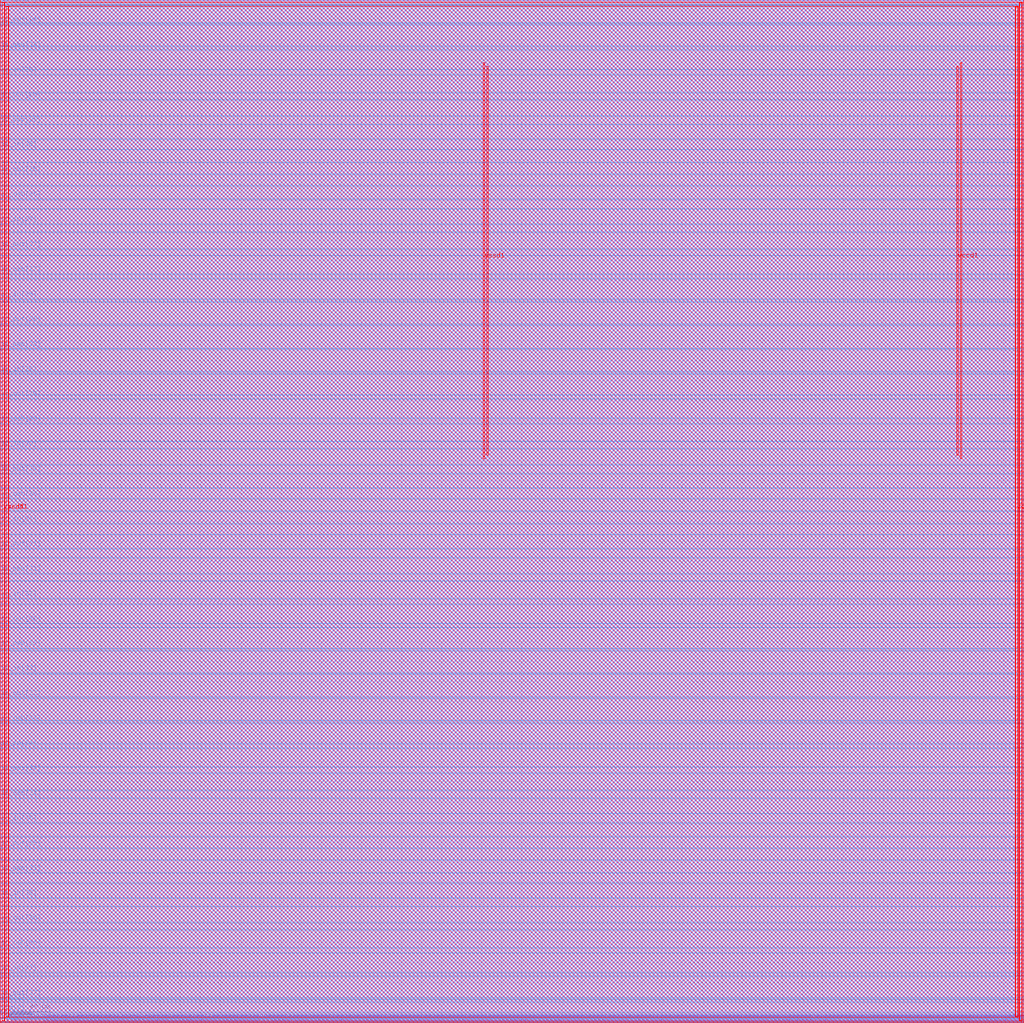
<source format=lef>
##
## LEF for PtnCells ;
## created by Innovus v20.10-p004_1 on Tue May 31 20:44:11 2022
##

VERSION 5.8 ;

BUSBITCHARS "[]" ;
DIVIDERCHAR "/" ;

MACRO user_proj_example
  CLASS BLOCK ;
  SIZE 1020.280000 BY 1019.660000 ;
  FOREIGN user_proj_example 0.000000 0.000000 ;
  ORIGIN 0 0 ;
  SYMMETRY X Y R90 ;
  PIN wb_clk_i
    DIRECTION INPUT ;
    USE SIGNAL ;
    ANTENNAMODEL OXIDE1 ;
    ANTENNAGATEAREA 0.852 LAYER met2  ;
    ANTENNAPARTIALMETALAREA 0.8708 LAYER met2  ;
    ANTENNAPARTIALMETALSIDEAREA 4.193 LAYER met2  ;
    ANTENNAPARTIALCUTAREA 0.04 LAYER via2  ;
    ANTENNAPARTIALMETALAREA 144.448 LAYER met3  ;
    ANTENNAPARTIALMETALSIDEAREA 771.328 LAYER met3  ;
    ANTENNAGATEAREA 0.852 LAYER met3  ;
    ANTENNAMAXAREACAR 170.052 LAYER met3  ;
    ANTENNAMAXSIDEAREACAR 906.867 LAYER met3  ;
    ANTENNAMAXCUTCAR 0.107277 LAYER via3  ;
    PORT
      LAYER met2 ;
        RECT 2.015000 0.000000 2.155000 0.490000 ;
    END
  END wb_clk_i
  PIN wb_rst_i
    DIRECTION INPUT ;
    USE SIGNAL ;
    ANTENNAPARTIALMETALAREA 1.0714 LAYER met2  ;
    ANTENNAPARTIALMETALSIDEAREA 5.131 LAYER met2  ;
    ANTENNAMODEL OXIDE1 ;
    ANTENNAGATEAREA 0.2475 LAYER met2  ;
    ANTENNAMAXAREACAR 61.2014 LAYER met2  ;
    ANTENNAMAXSIDEAREACAR 301.974 LAYER met2  ;
    ANTENNAMAXCUTCAR 0.207677 LAYER via2  ;
    PORT
      LAYER met2 ;
        RECT 0.000000 5.200000 0.490000 5.340000 ;
    END
  END wb_rst_i
  PIN wbs_stb_i
    DIRECTION INPUT ;
    USE SIGNAL ;
    PORT
      LAYER met2 ;
        RECT 216.875000 0.000000 217.015000 0.490000 ;
    END
  END wbs_stb_i
  PIN wbs_cyc_i
    DIRECTION INPUT ;
    USE SIGNAL ;
    PORT
      LAYER met2 ;
        RECT 72.940000 0.000000 73.080000 0.490000 ;
    END
  END wbs_cyc_i
  PIN wbs_we_i
    DIRECTION INPUT ;
    USE SIGNAL ;
    PORT
      LAYER met2 ;
        RECT 218.960000 0.000000 219.100000 0.490000 ;
    END
  END wbs_we_i
  PIN wbs_sel_i[3]
    DIRECTION INPUT ;
    USE SIGNAL ;
    PORT
      LAYER met2 ;
        RECT 214.790000 0.000000 214.930000 0.490000 ;
    END
  END wbs_sel_i[3]
  PIN wbs_sel_i[2]
    DIRECTION INPUT ;
    USE SIGNAL ;
    PORT
      LAYER met2 ;
        RECT 212.700000 0.000000 212.840000 0.490000 ;
    END
  END wbs_sel_i[2]
  PIN wbs_sel_i[1]
    DIRECTION INPUT ;
    USE SIGNAL ;
    PORT
      LAYER met2 ;
        RECT 210.615000 0.000000 210.755000 0.490000 ;
    END
  END wbs_sel_i[1]
  PIN wbs_sel_i[0]
    DIRECTION INPUT ;
    USE SIGNAL ;
    PORT
      LAYER met2 ;
        RECT 208.530000 0.000000 208.670000 0.490000 ;
    END
  END wbs_sel_i[0]
  PIN wbs_dat_i[31]
    DIRECTION INPUT ;
    USE SIGNAL ;
    PORT
      LAYER met2 ;
        RECT 139.690000 0.000000 139.830000 0.490000 ;
    END
  END wbs_dat_i[31]
  PIN wbs_dat_i[30]
    DIRECTION INPUT ;
    USE SIGNAL ;
    PORT
      LAYER met2 ;
        RECT 137.605000 0.000000 137.745000 0.490000 ;
    END
  END wbs_dat_i[30]
  PIN wbs_dat_i[29]
    DIRECTION INPUT ;
    USE SIGNAL ;
    PORT
      LAYER met2 ;
        RECT 135.520000 0.000000 135.660000 0.490000 ;
    END
  END wbs_dat_i[29]
  PIN wbs_dat_i[28]
    DIRECTION INPUT ;
    USE SIGNAL ;
    PORT
      LAYER met2 ;
        RECT 133.435000 0.000000 133.575000 0.490000 ;
    END
  END wbs_dat_i[28]
  PIN wbs_dat_i[27]
    DIRECTION INPUT ;
    USE SIGNAL ;
    PORT
      LAYER met2 ;
        RECT 131.350000 0.000000 131.490000 0.490000 ;
    END
  END wbs_dat_i[27]
  PIN wbs_dat_i[26]
    DIRECTION INPUT ;
    USE SIGNAL ;
    PORT
      LAYER met2 ;
        RECT 129.260000 0.000000 129.400000 0.490000 ;
    END
  END wbs_dat_i[26]
  PIN wbs_dat_i[25]
    DIRECTION INPUT ;
    USE SIGNAL ;
    PORT
      LAYER met2 ;
        RECT 127.175000 0.000000 127.315000 0.490000 ;
    END
  END wbs_dat_i[25]
  PIN wbs_dat_i[24]
    DIRECTION INPUT ;
    USE SIGNAL ;
    PORT
      LAYER met2 ;
        RECT 125.090000 0.000000 125.230000 0.490000 ;
    END
  END wbs_dat_i[24]
  PIN wbs_dat_i[23]
    DIRECTION INPUT ;
    USE SIGNAL ;
    PORT
      LAYER met2 ;
        RECT 123.005000 0.000000 123.145000 0.490000 ;
    END
  END wbs_dat_i[23]
  PIN wbs_dat_i[22]
    DIRECTION INPUT ;
    USE SIGNAL ;
    PORT
      LAYER met2 ;
        RECT 120.920000 0.000000 121.060000 0.490000 ;
    END
  END wbs_dat_i[22]
  PIN wbs_dat_i[21]
    DIRECTION INPUT ;
    USE SIGNAL ;
    PORT
      LAYER met2 ;
        RECT 118.830000 0.000000 118.970000 0.490000 ;
    END
  END wbs_dat_i[21]
  PIN wbs_dat_i[20]
    DIRECTION INPUT ;
    USE SIGNAL ;
    PORT
      LAYER met2 ;
        RECT 116.745000 0.000000 116.885000 0.490000 ;
    END
  END wbs_dat_i[20]
  PIN wbs_dat_i[19]
    DIRECTION INPUT ;
    USE SIGNAL ;
    PORT
      LAYER met2 ;
        RECT 114.660000 0.000000 114.800000 0.490000 ;
    END
  END wbs_dat_i[19]
  PIN wbs_dat_i[18]
    DIRECTION INPUT ;
    USE SIGNAL ;
    PORT
      LAYER met2 ;
        RECT 112.575000 0.000000 112.715000 0.490000 ;
    END
  END wbs_dat_i[18]
  PIN wbs_dat_i[17]
    DIRECTION INPUT ;
    USE SIGNAL ;
    PORT
      LAYER met2 ;
        RECT 110.490000 0.000000 110.630000 0.490000 ;
    END
  END wbs_dat_i[17]
  PIN wbs_dat_i[16]
    DIRECTION INPUT ;
    USE SIGNAL ;
    PORT
      LAYER met2 ;
        RECT 108.400000 0.000000 108.540000 0.490000 ;
    END
  END wbs_dat_i[16]
  PIN wbs_dat_i[15]
    DIRECTION INPUT ;
    USE SIGNAL ;
    PORT
      LAYER met2 ;
        RECT 106.315000 0.000000 106.455000 0.490000 ;
    END
  END wbs_dat_i[15]
  PIN wbs_dat_i[14]
    DIRECTION INPUT ;
    USE SIGNAL ;
    PORT
      LAYER met2 ;
        RECT 104.230000 0.000000 104.370000 0.490000 ;
    END
  END wbs_dat_i[14]
  PIN wbs_dat_i[13]
    DIRECTION INPUT ;
    USE SIGNAL ;
    PORT
      LAYER met2 ;
        RECT 102.145000 0.000000 102.285000 0.490000 ;
    END
  END wbs_dat_i[13]
  PIN wbs_dat_i[12]
    DIRECTION INPUT ;
    USE SIGNAL ;
    PORT
      LAYER met2 ;
        RECT 100.060000 0.000000 100.200000 0.490000 ;
    END
  END wbs_dat_i[12]
  PIN wbs_dat_i[11]
    DIRECTION INPUT ;
    USE SIGNAL ;
    PORT
      LAYER met2 ;
        RECT 97.970000 0.000000 98.110000 0.490000 ;
    END
  END wbs_dat_i[11]
  PIN wbs_dat_i[10]
    DIRECTION INPUT ;
    USE SIGNAL ;
    PORT
      LAYER met2 ;
        RECT 95.885000 0.000000 96.025000 0.490000 ;
    END
  END wbs_dat_i[10]
  PIN wbs_dat_i[9]
    DIRECTION INPUT ;
    USE SIGNAL ;
    PORT
      LAYER met2 ;
        RECT 93.800000 0.000000 93.940000 0.490000 ;
    END
  END wbs_dat_i[9]
  PIN wbs_dat_i[8]
    DIRECTION INPUT ;
    USE SIGNAL ;
    PORT
      LAYER met2 ;
        RECT 91.715000 0.000000 91.855000 0.490000 ;
    END
  END wbs_dat_i[8]
  PIN wbs_dat_i[7]
    DIRECTION INPUT ;
    USE SIGNAL ;
    PORT
      LAYER met2 ;
        RECT 89.630000 0.000000 89.770000 0.490000 ;
    END
  END wbs_dat_i[7]
  PIN wbs_dat_i[6]
    DIRECTION INPUT ;
    USE SIGNAL ;
    PORT
      LAYER met2 ;
        RECT 87.540000 0.000000 87.680000 0.490000 ;
    END
  END wbs_dat_i[6]
  PIN wbs_dat_i[5]
    DIRECTION INPUT ;
    USE SIGNAL ;
    PORT
      LAYER met2 ;
        RECT 85.455000 0.000000 85.595000 0.490000 ;
    END
  END wbs_dat_i[5]
  PIN wbs_dat_i[4]
    DIRECTION INPUT ;
    USE SIGNAL ;
    PORT
      LAYER met2 ;
        RECT 83.370000 0.000000 83.510000 0.490000 ;
    END
  END wbs_dat_i[4]
  PIN wbs_dat_i[3]
    DIRECTION INPUT ;
    USE SIGNAL ;
    PORT
      LAYER met2 ;
        RECT 81.285000 0.000000 81.425000 0.490000 ;
    END
  END wbs_dat_i[3]
  PIN wbs_dat_i[2]
    DIRECTION INPUT ;
    USE SIGNAL ;
    PORT
      LAYER met2 ;
        RECT 79.200000 0.000000 79.340000 0.490000 ;
    END
  END wbs_dat_i[2]
  PIN wbs_dat_i[1]
    DIRECTION INPUT ;
    USE SIGNAL ;
    PORT
      LAYER met2 ;
        RECT 77.110000 0.000000 77.250000 0.490000 ;
    END
  END wbs_dat_i[1]
  PIN wbs_dat_i[0]
    DIRECTION INPUT ;
    USE SIGNAL ;
    PORT
      LAYER met2 ;
        RECT 75.025000 0.000000 75.165000 0.490000 ;
    END
  END wbs_dat_i[0]
  PIN wbs_adr_i[31]
    DIRECTION INPUT ;
    USE SIGNAL ;
    PORT
      LAYER met2 ;
        RECT 70.855000 0.000000 70.995000 0.490000 ;
    END
  END wbs_adr_i[31]
  PIN wbs_adr_i[30]
    DIRECTION INPUT ;
    USE SIGNAL ;
    PORT
      LAYER met2 ;
        RECT 68.770000 0.000000 68.910000 0.490000 ;
    END
  END wbs_adr_i[30]
  PIN wbs_adr_i[29]
    DIRECTION INPUT ;
    USE SIGNAL ;
    PORT
      LAYER met2 ;
        RECT 66.680000 0.000000 66.820000 0.490000 ;
    END
  END wbs_adr_i[29]
  PIN wbs_adr_i[28]
    DIRECTION INPUT ;
    USE SIGNAL ;
    PORT
      LAYER met2 ;
        RECT 64.595000 0.000000 64.735000 0.490000 ;
    END
  END wbs_adr_i[28]
  PIN wbs_adr_i[27]
    DIRECTION INPUT ;
    USE SIGNAL ;
    PORT
      LAYER met2 ;
        RECT 62.510000 0.000000 62.650000 0.490000 ;
    END
  END wbs_adr_i[27]
  PIN wbs_adr_i[26]
    DIRECTION INPUT ;
    USE SIGNAL ;
    PORT
      LAYER met2 ;
        RECT 60.425000 0.000000 60.565000 0.490000 ;
    END
  END wbs_adr_i[26]
  PIN wbs_adr_i[25]
    DIRECTION INPUT ;
    USE SIGNAL ;
    PORT
      LAYER met2 ;
        RECT 58.340000 0.000000 58.480000 0.490000 ;
    END
  END wbs_adr_i[25]
  PIN wbs_adr_i[24]
    DIRECTION INPUT ;
    USE SIGNAL ;
    PORT
      LAYER met2 ;
        RECT 56.250000 0.000000 56.390000 0.490000 ;
    END
  END wbs_adr_i[24]
  PIN wbs_adr_i[23]
    DIRECTION INPUT ;
    USE SIGNAL ;
    PORT
      LAYER met2 ;
        RECT 54.165000 0.000000 54.305000 0.490000 ;
    END
  END wbs_adr_i[23]
  PIN wbs_adr_i[22]
    DIRECTION INPUT ;
    USE SIGNAL ;
    PORT
      LAYER met2 ;
        RECT 52.080000 0.000000 52.220000 0.490000 ;
    END
  END wbs_adr_i[22]
  PIN wbs_adr_i[21]
    DIRECTION INPUT ;
    USE SIGNAL ;
    PORT
      LAYER met2 ;
        RECT 49.995000 0.000000 50.135000 0.490000 ;
    END
  END wbs_adr_i[21]
  PIN wbs_adr_i[20]
    DIRECTION INPUT ;
    USE SIGNAL ;
    PORT
      LAYER met2 ;
        RECT 47.910000 0.000000 48.050000 0.490000 ;
    END
  END wbs_adr_i[20]
  PIN wbs_adr_i[19]
    DIRECTION INPUT ;
    USE SIGNAL ;
    PORT
      LAYER met2 ;
        RECT 45.820000 0.000000 45.960000 0.490000 ;
    END
  END wbs_adr_i[19]
  PIN wbs_adr_i[18]
    DIRECTION INPUT ;
    USE SIGNAL ;
    PORT
      LAYER met2 ;
        RECT 43.735000 0.000000 43.875000 0.490000 ;
    END
  END wbs_adr_i[18]
  PIN wbs_adr_i[17]
    DIRECTION INPUT ;
    USE SIGNAL ;
    PORT
      LAYER met2 ;
        RECT 41.650000 0.000000 41.790000 0.490000 ;
    END
  END wbs_adr_i[17]
  PIN wbs_adr_i[16]
    DIRECTION INPUT ;
    USE SIGNAL ;
    PORT
      LAYER met2 ;
        RECT 39.565000 0.000000 39.705000 0.490000 ;
    END
  END wbs_adr_i[16]
  PIN wbs_adr_i[15]
    DIRECTION INPUT ;
    USE SIGNAL ;
    PORT
      LAYER met2 ;
        RECT 37.480000 0.000000 37.620000 0.490000 ;
    END
  END wbs_adr_i[15]
  PIN wbs_adr_i[14]
    DIRECTION INPUT ;
    USE SIGNAL ;
    PORT
      LAYER met2 ;
        RECT 35.390000 0.000000 35.530000 0.490000 ;
    END
  END wbs_adr_i[14]
  PIN wbs_adr_i[13]
    DIRECTION INPUT ;
    USE SIGNAL ;
    PORT
      LAYER met2 ;
        RECT 33.305000 0.000000 33.445000 0.490000 ;
    END
  END wbs_adr_i[13]
  PIN wbs_adr_i[12]
    DIRECTION INPUT ;
    USE SIGNAL ;
    PORT
      LAYER met2 ;
        RECT 31.220000 0.000000 31.360000 0.490000 ;
    END
  END wbs_adr_i[12]
  PIN wbs_adr_i[11]
    DIRECTION INPUT ;
    USE SIGNAL ;
    PORT
      LAYER met2 ;
        RECT 29.135000 0.000000 29.275000 0.490000 ;
    END
  END wbs_adr_i[11]
  PIN wbs_adr_i[10]
    DIRECTION INPUT ;
    USE SIGNAL ;
    PORT
      LAYER met2 ;
        RECT 27.050000 0.000000 27.190000 0.490000 ;
    END
  END wbs_adr_i[10]
  PIN wbs_adr_i[9]
    DIRECTION INPUT ;
    USE SIGNAL ;
    PORT
      LAYER met2 ;
        RECT 24.960000 0.000000 25.100000 0.490000 ;
    END
  END wbs_adr_i[9]
  PIN wbs_adr_i[8]
    DIRECTION INPUT ;
    USE SIGNAL ;
    PORT
      LAYER met2 ;
        RECT 22.875000 0.000000 23.015000 0.490000 ;
    END
  END wbs_adr_i[8]
  PIN wbs_adr_i[7]
    DIRECTION INPUT ;
    USE SIGNAL ;
    PORT
      LAYER met2 ;
        RECT 20.790000 0.000000 20.930000 0.490000 ;
    END
  END wbs_adr_i[7]
  PIN wbs_adr_i[6]
    DIRECTION INPUT ;
    USE SIGNAL ;
    PORT
      LAYER met2 ;
        RECT 18.705000 0.000000 18.845000 0.490000 ;
    END
  END wbs_adr_i[6]
  PIN wbs_adr_i[5]
    DIRECTION INPUT ;
    USE SIGNAL ;
    PORT
      LAYER met2 ;
        RECT 16.620000 0.000000 16.760000 0.490000 ;
    END
  END wbs_adr_i[5]
  PIN wbs_adr_i[4]
    DIRECTION INPUT ;
    USE SIGNAL ;
    PORT
      LAYER met2 ;
        RECT 14.530000 0.000000 14.670000 0.490000 ;
    END
  END wbs_adr_i[4]
  PIN wbs_adr_i[3]
    DIRECTION INPUT ;
    USE SIGNAL ;
    PORT
      LAYER met2 ;
        RECT 12.445000 0.000000 12.585000 0.490000 ;
    END
  END wbs_adr_i[3]
  PIN wbs_adr_i[2]
    DIRECTION INPUT ;
    USE SIGNAL ;
    PORT
      LAYER met2 ;
        RECT 10.360000 0.000000 10.500000 0.490000 ;
    END
  END wbs_adr_i[2]
  PIN wbs_adr_i[1]
    DIRECTION INPUT ;
    USE SIGNAL ;
    PORT
      LAYER met2 ;
        RECT 8.275000 0.000000 8.415000 0.490000 ;
    END
  END wbs_adr_i[1]
  PIN wbs_adr_i[0]
    DIRECTION INPUT ;
    USE SIGNAL ;
    PORT
      LAYER met2 ;
        RECT 6.190000 0.000000 6.330000 0.490000 ;
    END
  END wbs_adr_i[0]
  PIN wbs_ack_o
    DIRECTION OUTPUT ;
    USE SIGNAL ;
    ANTENNAPARTIALMETALAREA 0.1323 LAYER met2  ;
    ANTENNAPARTIALMETALSIDEAREA 0.5005 LAYER met2  ;
    ANTENNAPARTIALCUTAREA 0.04 LAYER via2  ;
    ANTENNAPARTIALMETALAREA 7.924 LAYER met3  ;
    ANTENNAPARTIALMETALSIDEAREA 49.352 LAYER met3  ;
    ANTENNAPARTIALCUTAREA 0.08 LAYER via3  ;
    ANTENNAPARTIALMETALAREA 16.332 LAYER met4  ;
    ANTENNAPARTIALMETALSIDEAREA 89.456 LAYER met4  ;
    ANTENNAMODEL OXIDE1 ;
    ANTENNAGATEAREA 0.2475 LAYER met4  ;
    ANTENNAMAXAREACAR 65.9879 LAYER met4  ;
    ANTENNAMAXSIDEAREACAR 361.438 LAYER met4  ;
    PORT
      LAYER met2 ;
        RECT 4.100000 0.000000 4.240000 0.490000 ;
    END
  END wbs_ack_o
  PIN wbs_dat_o[31]
    DIRECTION OUTPUT ;
    USE SIGNAL ;
    ANTENNAPARTIALMETALAREA 134.647 LAYER met2  ;
    ANTENNAPARTIALMETALSIDEAREA 668.731 LAYER met2  ;
    ANTENNAPARTIALCUTAREA 0.6 LAYER via2  ;
    ANTENNAPARTIALMETALAREA 7.924 LAYER met3  ;
    ANTENNAPARTIALMETALSIDEAREA 49.352 LAYER met3  ;
    ANTENNAPARTIALCUTAREA 0.08 LAYER via3  ;
    ANTENNAPARTIALMETALAREA 16.332 LAYER met4  ;
    ANTENNAPARTIALMETALSIDEAREA 89.456 LAYER met4  ;
    ANTENNAMODEL OXIDE1 ;
    ANTENNAGATEAREA 0.2475 LAYER met4  ;
    ANTENNAMAXAREACAR 65.9879 LAYER met4  ;
    ANTENNAMAXSIDEAREACAR 361.438 LAYER met4  ;
    PORT
      LAYER met2 ;
        RECT 206.445000 0.000000 206.585000 0.490000 ;
    END
  END wbs_dat_o[31]
  PIN wbs_dat_o[30]
    DIRECTION OUTPUT ;
    USE SIGNAL ;
    ANTENNAPARTIALMETALAREA 134.647 LAYER met2  ;
    ANTENNAPARTIALMETALSIDEAREA 668.731 LAYER met2  ;
    ANTENNAPARTIALCUTAREA 0.6 LAYER via2  ;
    ANTENNAPARTIALMETALAREA 7.924 LAYER met3  ;
    ANTENNAPARTIALMETALSIDEAREA 49.352 LAYER met3  ;
    ANTENNAPARTIALCUTAREA 0.08 LAYER via3  ;
    ANTENNAPARTIALMETALAREA 16.332 LAYER met4  ;
    ANTENNAPARTIALMETALSIDEAREA 89.456 LAYER met4  ;
    ANTENNAMODEL OXIDE1 ;
    ANTENNAGATEAREA 0.2475 LAYER met4  ;
    ANTENNAMAXAREACAR 65.9879 LAYER met4  ;
    ANTENNAMAXSIDEAREACAR 361.438 LAYER met4  ;
    PORT
      LAYER met2 ;
        RECT 204.360000 0.000000 204.500000 0.490000 ;
    END
  END wbs_dat_o[30]
  PIN wbs_dat_o[29]
    DIRECTION OUTPUT ;
    USE SIGNAL ;
    ANTENNAPARTIALMETALAREA 134.647 LAYER met2  ;
    ANTENNAPARTIALMETALSIDEAREA 668.731 LAYER met2  ;
    ANTENNAPARTIALCUTAREA 0.6 LAYER via2  ;
    ANTENNAPARTIALMETALAREA 7.924 LAYER met3  ;
    ANTENNAPARTIALMETALSIDEAREA 49.352 LAYER met3  ;
    ANTENNAPARTIALCUTAREA 0.08 LAYER via3  ;
    ANTENNAPARTIALMETALAREA 16.332 LAYER met4  ;
    ANTENNAPARTIALMETALSIDEAREA 89.456 LAYER met4  ;
    ANTENNAMODEL OXIDE1 ;
    ANTENNAGATEAREA 0.2475 LAYER met4  ;
    ANTENNAMAXAREACAR 65.9879 LAYER met4  ;
    ANTENNAMAXSIDEAREACAR 361.438 LAYER met4  ;
    PORT
      LAYER met2 ;
        RECT 202.270000 0.000000 202.410000 0.490000 ;
    END
  END wbs_dat_o[29]
  PIN wbs_dat_o[28]
    DIRECTION OUTPUT ;
    USE SIGNAL ;
    ANTENNAPARTIALMETALAREA 134.647 LAYER met2  ;
    ANTENNAPARTIALMETALSIDEAREA 668.731 LAYER met2  ;
    ANTENNAPARTIALCUTAREA 0.6 LAYER via2  ;
    ANTENNAPARTIALMETALAREA 7.924 LAYER met3  ;
    ANTENNAPARTIALMETALSIDEAREA 49.352 LAYER met3  ;
    ANTENNAPARTIALCUTAREA 0.08 LAYER via3  ;
    ANTENNAPARTIALMETALAREA 16.332 LAYER met4  ;
    ANTENNAPARTIALMETALSIDEAREA 89.456 LAYER met4  ;
    ANTENNAMODEL OXIDE1 ;
    ANTENNAGATEAREA 0.2475 LAYER met4  ;
    ANTENNAMAXAREACAR 65.9879 LAYER met4  ;
    ANTENNAMAXSIDEAREACAR 361.438 LAYER met4  ;
    PORT
      LAYER met2 ;
        RECT 200.185000 0.000000 200.325000 0.490000 ;
    END
  END wbs_dat_o[28]
  PIN wbs_dat_o[27]
    DIRECTION OUTPUT ;
    USE SIGNAL ;
    ANTENNAPARTIALMETALAREA 134.647 LAYER met2  ;
    ANTENNAPARTIALMETALSIDEAREA 668.731 LAYER met2  ;
    ANTENNAPARTIALCUTAREA 0.6 LAYER via2  ;
    ANTENNAPARTIALMETALAREA 7.924 LAYER met3  ;
    ANTENNAPARTIALMETALSIDEAREA 49.352 LAYER met3  ;
    ANTENNAPARTIALCUTAREA 0.08 LAYER via3  ;
    ANTENNAPARTIALMETALAREA 16.332 LAYER met4  ;
    ANTENNAPARTIALMETALSIDEAREA 89.456 LAYER met4  ;
    ANTENNAMODEL OXIDE1 ;
    ANTENNAGATEAREA 0.2475 LAYER met4  ;
    ANTENNAMAXAREACAR 65.9879 LAYER met4  ;
    ANTENNAMAXSIDEAREACAR 361.438 LAYER met4  ;
    PORT
      LAYER met2 ;
        RECT 198.100000 0.000000 198.240000 0.490000 ;
    END
  END wbs_dat_o[27]
  PIN wbs_dat_o[26]
    DIRECTION OUTPUT ;
    USE SIGNAL ;
    ANTENNAPARTIALMETALAREA 134.647 LAYER met2  ;
    ANTENNAPARTIALMETALSIDEAREA 668.731 LAYER met2  ;
    ANTENNAPARTIALCUTAREA 0.6 LAYER via2  ;
    ANTENNAPARTIALMETALAREA 7.924 LAYER met3  ;
    ANTENNAPARTIALMETALSIDEAREA 49.352 LAYER met3  ;
    ANTENNAPARTIALCUTAREA 0.08 LAYER via3  ;
    ANTENNAPARTIALMETALAREA 16.332 LAYER met4  ;
    ANTENNAPARTIALMETALSIDEAREA 89.456 LAYER met4  ;
    ANTENNAMODEL OXIDE1 ;
    ANTENNAGATEAREA 0.2475 LAYER met4  ;
    ANTENNAMAXAREACAR 65.9879 LAYER met4  ;
    ANTENNAMAXSIDEAREACAR 361.438 LAYER met4  ;
    PORT
      LAYER met2 ;
        RECT 196.015000 0.000000 196.155000 0.490000 ;
    END
  END wbs_dat_o[26]
  PIN wbs_dat_o[25]
    DIRECTION OUTPUT ;
    USE SIGNAL ;
    ANTENNAPARTIALMETALAREA 134.647 LAYER met2  ;
    ANTENNAPARTIALMETALSIDEAREA 668.731 LAYER met2  ;
    ANTENNAPARTIALCUTAREA 0.6 LAYER via2  ;
    ANTENNAPARTIALMETALAREA 7.924 LAYER met3  ;
    ANTENNAPARTIALMETALSIDEAREA 49.352 LAYER met3  ;
    ANTENNAPARTIALCUTAREA 0.08 LAYER via3  ;
    ANTENNAPARTIALMETALAREA 16.332 LAYER met4  ;
    ANTENNAPARTIALMETALSIDEAREA 89.456 LAYER met4  ;
    ANTENNAMODEL OXIDE1 ;
    ANTENNAGATEAREA 0.2475 LAYER met4  ;
    ANTENNAMAXAREACAR 65.9879 LAYER met4  ;
    ANTENNAMAXSIDEAREACAR 361.438 LAYER met4  ;
    PORT
      LAYER met2 ;
        RECT 193.930000 0.000000 194.070000 0.490000 ;
    END
  END wbs_dat_o[25]
  PIN wbs_dat_o[24]
    DIRECTION OUTPUT ;
    USE SIGNAL ;
    ANTENNAPARTIALMETALAREA 134.647 LAYER met2  ;
    ANTENNAPARTIALMETALSIDEAREA 668.731 LAYER met2  ;
    ANTENNAPARTIALCUTAREA 0.6 LAYER via2  ;
    ANTENNAPARTIALMETALAREA 7.924 LAYER met3  ;
    ANTENNAPARTIALMETALSIDEAREA 49.352 LAYER met3  ;
    ANTENNAPARTIALCUTAREA 0.08 LAYER via3  ;
    ANTENNAPARTIALMETALAREA 16.332 LAYER met4  ;
    ANTENNAPARTIALMETALSIDEAREA 89.456 LAYER met4  ;
    ANTENNAMODEL OXIDE1 ;
    ANTENNAGATEAREA 0.2475 LAYER met4  ;
    ANTENNAMAXAREACAR 65.9879 LAYER met4  ;
    ANTENNAMAXSIDEAREACAR 361.438 LAYER met4  ;
    PORT
      LAYER met2 ;
        RECT 191.840000 0.000000 191.980000 0.490000 ;
    END
  END wbs_dat_o[24]
  PIN wbs_dat_o[23]
    DIRECTION OUTPUT ;
    USE SIGNAL ;
    ANTENNAPARTIALMETALAREA 134.647 LAYER met2  ;
    ANTENNAPARTIALMETALSIDEAREA 668.731 LAYER met2  ;
    ANTENNAPARTIALCUTAREA 0.6 LAYER via2  ;
    ANTENNAPARTIALMETALAREA 7.924 LAYER met3  ;
    ANTENNAPARTIALMETALSIDEAREA 49.352 LAYER met3  ;
    ANTENNAPARTIALCUTAREA 0.08 LAYER via3  ;
    ANTENNAPARTIALMETALAREA 16.332 LAYER met4  ;
    ANTENNAPARTIALMETALSIDEAREA 89.456 LAYER met4  ;
    ANTENNAMODEL OXIDE1 ;
    ANTENNAGATEAREA 0.2475 LAYER met4  ;
    ANTENNAMAXAREACAR 65.9879 LAYER met4  ;
    ANTENNAMAXSIDEAREACAR 361.438 LAYER met4  ;
    PORT
      LAYER met2 ;
        RECT 189.755000 0.000000 189.895000 0.490000 ;
    END
  END wbs_dat_o[23]
  PIN wbs_dat_o[22]
    DIRECTION OUTPUT ;
    USE SIGNAL ;
    ANTENNAPARTIALMETALAREA 134.647 LAYER met2  ;
    ANTENNAPARTIALMETALSIDEAREA 668.731 LAYER met2  ;
    ANTENNAPARTIALCUTAREA 0.6 LAYER via2  ;
    ANTENNAPARTIALMETALAREA 7.924 LAYER met3  ;
    ANTENNAPARTIALMETALSIDEAREA 49.352 LAYER met3  ;
    ANTENNAPARTIALCUTAREA 0.08 LAYER via3  ;
    ANTENNAPARTIALMETALAREA 16.332 LAYER met4  ;
    ANTENNAPARTIALMETALSIDEAREA 89.456 LAYER met4  ;
    ANTENNAMODEL OXIDE1 ;
    ANTENNAGATEAREA 0.2475 LAYER met4  ;
    ANTENNAMAXAREACAR 65.9879 LAYER met4  ;
    ANTENNAMAXSIDEAREACAR 361.438 LAYER met4  ;
    PORT
      LAYER met2 ;
        RECT 187.670000 0.000000 187.810000 0.490000 ;
    END
  END wbs_dat_o[22]
  PIN wbs_dat_o[21]
    DIRECTION OUTPUT ;
    USE SIGNAL ;
    ANTENNAPARTIALMETALAREA 134.647 LAYER met2  ;
    ANTENNAPARTIALMETALSIDEAREA 668.731 LAYER met2  ;
    ANTENNAPARTIALCUTAREA 0.6 LAYER via2  ;
    ANTENNAPARTIALMETALAREA 7.924 LAYER met3  ;
    ANTENNAPARTIALMETALSIDEAREA 49.352 LAYER met3  ;
    ANTENNAPARTIALCUTAREA 0.08 LAYER via3  ;
    ANTENNAPARTIALMETALAREA 16.332 LAYER met4  ;
    ANTENNAPARTIALMETALSIDEAREA 89.456 LAYER met4  ;
    ANTENNAMODEL OXIDE1 ;
    ANTENNAGATEAREA 0.2475 LAYER met4  ;
    ANTENNAMAXAREACAR 65.9879 LAYER met4  ;
    ANTENNAMAXSIDEAREACAR 361.438 LAYER met4  ;
    PORT
      LAYER met2 ;
        RECT 185.585000 0.000000 185.725000 0.490000 ;
    END
  END wbs_dat_o[21]
  PIN wbs_dat_o[20]
    DIRECTION OUTPUT ;
    USE SIGNAL ;
    ANTENNAPARTIALMETALAREA 134.647 LAYER met2  ;
    ANTENNAPARTIALMETALSIDEAREA 668.731 LAYER met2  ;
    ANTENNAPARTIALCUTAREA 0.6 LAYER via2  ;
    ANTENNAPARTIALMETALAREA 7.924 LAYER met3  ;
    ANTENNAPARTIALMETALSIDEAREA 49.352 LAYER met3  ;
    ANTENNAPARTIALCUTAREA 0.08 LAYER via3  ;
    ANTENNAPARTIALMETALAREA 16.332 LAYER met4  ;
    ANTENNAPARTIALMETALSIDEAREA 89.456 LAYER met4  ;
    ANTENNAMODEL OXIDE1 ;
    ANTENNAGATEAREA 0.2475 LAYER met4  ;
    ANTENNAMAXAREACAR 65.9879 LAYER met4  ;
    ANTENNAMAXSIDEAREACAR 361.438 LAYER met4  ;
    PORT
      LAYER met2 ;
        RECT 183.500000 0.000000 183.640000 0.490000 ;
    END
  END wbs_dat_o[20]
  PIN wbs_dat_o[19]
    DIRECTION OUTPUT ;
    USE SIGNAL ;
    ANTENNAPARTIALMETALAREA 134.647 LAYER met2  ;
    ANTENNAPARTIALMETALSIDEAREA 668.731 LAYER met2  ;
    ANTENNAPARTIALCUTAREA 0.6 LAYER via2  ;
    ANTENNAPARTIALMETALAREA 7.924 LAYER met3  ;
    ANTENNAPARTIALMETALSIDEAREA 49.352 LAYER met3  ;
    ANTENNAPARTIALCUTAREA 0.08 LAYER via3  ;
    ANTENNAPARTIALMETALAREA 16.332 LAYER met4  ;
    ANTENNAPARTIALMETALSIDEAREA 89.456 LAYER met4  ;
    ANTENNAMODEL OXIDE1 ;
    ANTENNAGATEAREA 0.2475 LAYER met4  ;
    ANTENNAMAXAREACAR 65.9879 LAYER met4  ;
    ANTENNAMAXSIDEAREACAR 361.438 LAYER met4  ;
    PORT
      LAYER met2 ;
        RECT 181.410000 0.000000 181.550000 0.490000 ;
    END
  END wbs_dat_o[19]
  PIN wbs_dat_o[18]
    DIRECTION OUTPUT ;
    USE SIGNAL ;
    ANTENNAPARTIALMETALAREA 134.647 LAYER met2  ;
    ANTENNAPARTIALMETALSIDEAREA 668.731 LAYER met2  ;
    ANTENNAPARTIALCUTAREA 0.6 LAYER via2  ;
    ANTENNAPARTIALMETALAREA 7.924 LAYER met3  ;
    ANTENNAPARTIALMETALSIDEAREA 49.352 LAYER met3  ;
    ANTENNAPARTIALCUTAREA 0.08 LAYER via3  ;
    ANTENNAPARTIALMETALAREA 16.332 LAYER met4  ;
    ANTENNAPARTIALMETALSIDEAREA 89.456 LAYER met4  ;
    ANTENNAMODEL OXIDE1 ;
    ANTENNAGATEAREA 0.2475 LAYER met4  ;
    ANTENNAMAXAREACAR 65.9879 LAYER met4  ;
    ANTENNAMAXSIDEAREACAR 361.438 LAYER met4  ;
    PORT
      LAYER met2 ;
        RECT 179.325000 0.000000 179.465000 0.490000 ;
    END
  END wbs_dat_o[18]
  PIN wbs_dat_o[17]
    DIRECTION OUTPUT ;
    USE SIGNAL ;
    ANTENNAPARTIALMETALAREA 134.647 LAYER met2  ;
    ANTENNAPARTIALMETALSIDEAREA 668.731 LAYER met2  ;
    ANTENNAPARTIALCUTAREA 0.6 LAYER via2  ;
    ANTENNAPARTIALMETALAREA 7.924 LAYER met3  ;
    ANTENNAPARTIALMETALSIDEAREA 49.352 LAYER met3  ;
    ANTENNAPARTIALCUTAREA 0.08 LAYER via3  ;
    ANTENNAPARTIALMETALAREA 16.332 LAYER met4  ;
    ANTENNAPARTIALMETALSIDEAREA 89.456 LAYER met4  ;
    ANTENNAMODEL OXIDE1 ;
    ANTENNAGATEAREA 0.2475 LAYER met4  ;
    ANTENNAMAXAREACAR 65.9879 LAYER met4  ;
    ANTENNAMAXSIDEAREACAR 361.438 LAYER met4  ;
    PORT
      LAYER met2 ;
        RECT 177.240000 0.000000 177.380000 0.490000 ;
    END
  END wbs_dat_o[17]
  PIN wbs_dat_o[16]
    DIRECTION OUTPUT ;
    USE SIGNAL ;
    ANTENNAPARTIALMETALAREA 134.647 LAYER met2  ;
    ANTENNAPARTIALMETALSIDEAREA 668.731 LAYER met2  ;
    ANTENNAPARTIALCUTAREA 0.6 LAYER via2  ;
    ANTENNAPARTIALMETALAREA 7.924 LAYER met3  ;
    ANTENNAPARTIALMETALSIDEAREA 49.352 LAYER met3  ;
    ANTENNAPARTIALCUTAREA 0.08 LAYER via3  ;
    ANTENNAPARTIALMETALAREA 16.332 LAYER met4  ;
    ANTENNAPARTIALMETALSIDEAREA 89.456 LAYER met4  ;
    ANTENNAMODEL OXIDE1 ;
    ANTENNAGATEAREA 0.2475 LAYER met4  ;
    ANTENNAMAXAREACAR 65.9879 LAYER met4  ;
    ANTENNAMAXSIDEAREACAR 361.438 LAYER met4  ;
    PORT
      LAYER met2 ;
        RECT 175.155000 0.000000 175.295000 0.490000 ;
    END
  END wbs_dat_o[16]
  PIN wbs_dat_o[15]
    DIRECTION OUTPUT ;
    USE SIGNAL ;
    ANTENNAPARTIALMETALAREA 134.647 LAYER met2  ;
    ANTENNAPARTIALMETALSIDEAREA 668.731 LAYER met2  ;
    ANTENNAPARTIALCUTAREA 0.6 LAYER via2  ;
    ANTENNAPARTIALMETALAREA 7.924 LAYER met3  ;
    ANTENNAPARTIALMETALSIDEAREA 49.352 LAYER met3  ;
    ANTENNAPARTIALCUTAREA 0.08 LAYER via3  ;
    ANTENNAPARTIALMETALAREA 16.332 LAYER met4  ;
    ANTENNAPARTIALMETALSIDEAREA 89.456 LAYER met4  ;
    ANTENNAMODEL OXIDE1 ;
    ANTENNAGATEAREA 0.2475 LAYER met4  ;
    ANTENNAMAXAREACAR 65.9879 LAYER met4  ;
    ANTENNAMAXSIDEAREACAR 361.438 LAYER met4  ;
    PORT
      LAYER met2 ;
        RECT 173.070000 0.000000 173.210000 0.490000 ;
    END
  END wbs_dat_o[15]
  PIN wbs_dat_o[14]
    DIRECTION OUTPUT ;
    USE SIGNAL ;
    ANTENNAPARTIALMETALAREA 134.647 LAYER met2  ;
    ANTENNAPARTIALMETALSIDEAREA 668.731 LAYER met2  ;
    ANTENNAPARTIALCUTAREA 0.6 LAYER via2  ;
    ANTENNAPARTIALMETALAREA 7.924 LAYER met3  ;
    ANTENNAPARTIALMETALSIDEAREA 49.352 LAYER met3  ;
    ANTENNAPARTIALCUTAREA 0.08 LAYER via3  ;
    ANTENNAPARTIALMETALAREA 16.332 LAYER met4  ;
    ANTENNAPARTIALMETALSIDEAREA 89.456 LAYER met4  ;
    ANTENNAMODEL OXIDE1 ;
    ANTENNAGATEAREA 0.2475 LAYER met4  ;
    ANTENNAMAXAREACAR 65.9879 LAYER met4  ;
    ANTENNAMAXSIDEAREACAR 361.438 LAYER met4  ;
    PORT
      LAYER met2 ;
        RECT 170.980000 0.000000 171.120000 0.490000 ;
    END
  END wbs_dat_o[14]
  PIN wbs_dat_o[13]
    DIRECTION OUTPUT ;
    USE SIGNAL ;
    ANTENNAPARTIALMETALAREA 134.622 LAYER met2  ;
    ANTENNAPARTIALMETALSIDEAREA 668.609 LAYER met2  ;
    ANTENNAPARTIALCUTAREA 0.6 LAYER via2  ;
    ANTENNAPARTIALMETALAREA 7.924 LAYER met3  ;
    ANTENNAPARTIALMETALSIDEAREA 49.352 LAYER met3  ;
    ANTENNAPARTIALCUTAREA 0.08 LAYER via3  ;
    ANTENNAPARTIALMETALAREA 16.332 LAYER met4  ;
    ANTENNAPARTIALMETALSIDEAREA 89.456 LAYER met4  ;
    ANTENNAMODEL OXIDE1 ;
    ANTENNAGATEAREA 0.2475 LAYER met4  ;
    ANTENNAMAXAREACAR 65.9879 LAYER met4  ;
    ANTENNAMAXSIDEAREACAR 361.438 LAYER met4  ;
    PORT
      LAYER met2 ;
        RECT 168.895000 0.000000 169.035000 0.490000 ;
    END
  END wbs_dat_o[13]
  PIN wbs_dat_o[12]
    DIRECTION OUTPUT ;
    USE SIGNAL ;
    ANTENNAPARTIALMETALAREA 134.622 LAYER met2  ;
    ANTENNAPARTIALMETALSIDEAREA 668.609 LAYER met2  ;
    ANTENNAPARTIALCUTAREA 0.6 LAYER via2  ;
    ANTENNAPARTIALMETALAREA 7.924 LAYER met3  ;
    ANTENNAPARTIALMETALSIDEAREA 49.352 LAYER met3  ;
    ANTENNAPARTIALCUTAREA 0.08 LAYER via3  ;
    ANTENNAPARTIALMETALAREA 16.332 LAYER met4  ;
    ANTENNAPARTIALMETALSIDEAREA 89.456 LAYER met4  ;
    ANTENNAMODEL OXIDE1 ;
    ANTENNAGATEAREA 0.2475 LAYER met4  ;
    ANTENNAMAXAREACAR 65.9879 LAYER met4  ;
    ANTENNAMAXSIDEAREACAR 361.438 LAYER met4  ;
    PORT
      LAYER met2 ;
        RECT 166.810000 0.000000 166.950000 0.490000 ;
    END
  END wbs_dat_o[12]
  PIN wbs_dat_o[11]
    DIRECTION OUTPUT ;
    USE SIGNAL ;
    ANTENNAPARTIALMETALAREA 134.622 LAYER met2  ;
    ANTENNAPARTIALMETALSIDEAREA 668.609 LAYER met2  ;
    ANTENNAPARTIALCUTAREA 0.6 LAYER via2  ;
    ANTENNAPARTIALMETALAREA 7.924 LAYER met3  ;
    ANTENNAPARTIALMETALSIDEAREA 49.352 LAYER met3  ;
    ANTENNAPARTIALCUTAREA 0.08 LAYER via3  ;
    ANTENNAPARTIALMETALAREA 16.332 LAYER met4  ;
    ANTENNAPARTIALMETALSIDEAREA 89.456 LAYER met4  ;
    ANTENNAMODEL OXIDE1 ;
    ANTENNAGATEAREA 0.2475 LAYER met4  ;
    ANTENNAMAXAREACAR 65.9879 LAYER met4  ;
    ANTENNAMAXSIDEAREACAR 361.438 LAYER met4  ;
    PORT
      LAYER met2 ;
        RECT 164.725000 0.000000 164.865000 0.490000 ;
    END
  END wbs_dat_o[11]
  PIN wbs_dat_o[10]
    DIRECTION OUTPUT ;
    USE SIGNAL ;
    ANTENNAPARTIALMETALAREA 134.622 LAYER met2  ;
    ANTENNAPARTIALMETALSIDEAREA 668.609 LAYER met2  ;
    ANTENNAPARTIALCUTAREA 0.6 LAYER via2  ;
    ANTENNAPARTIALMETALAREA 7.924 LAYER met3  ;
    ANTENNAPARTIALMETALSIDEAREA 49.352 LAYER met3  ;
    ANTENNAPARTIALCUTAREA 0.08 LAYER via3  ;
    ANTENNAPARTIALMETALAREA 16.332 LAYER met4  ;
    ANTENNAPARTIALMETALSIDEAREA 89.456 LAYER met4  ;
    ANTENNAMODEL OXIDE1 ;
    ANTENNAGATEAREA 0.2475 LAYER met4  ;
    ANTENNAMAXAREACAR 65.9879 LAYER met4  ;
    ANTENNAMAXSIDEAREACAR 361.438 LAYER met4  ;
    PORT
      LAYER met2 ;
        RECT 162.640000 0.000000 162.780000 0.490000 ;
    END
  END wbs_dat_o[10]
  PIN wbs_dat_o[9]
    DIRECTION OUTPUT ;
    USE SIGNAL ;
    ANTENNAPARTIALMETALAREA 134.622 LAYER met2  ;
    ANTENNAPARTIALMETALSIDEAREA 668.609 LAYER met2  ;
    ANTENNAPARTIALCUTAREA 0.6 LAYER via2  ;
    ANTENNAPARTIALMETALAREA 7.924 LAYER met3  ;
    ANTENNAPARTIALMETALSIDEAREA 49.352 LAYER met3  ;
    ANTENNAPARTIALCUTAREA 0.08 LAYER via3  ;
    ANTENNAPARTIALMETALAREA 16.332 LAYER met4  ;
    ANTENNAPARTIALMETALSIDEAREA 89.456 LAYER met4  ;
    ANTENNAMODEL OXIDE1 ;
    ANTENNAGATEAREA 0.2475 LAYER met4  ;
    ANTENNAMAXAREACAR 65.9879 LAYER met4  ;
    ANTENNAMAXSIDEAREACAR 361.438 LAYER met4  ;
    PORT
      LAYER met2 ;
        RECT 160.550000 0.000000 160.690000 0.490000 ;
    END
  END wbs_dat_o[9]
  PIN wbs_dat_o[8]
    DIRECTION OUTPUT ;
    USE SIGNAL ;
    ANTENNAPARTIALMETALAREA 134.622 LAYER met2  ;
    ANTENNAPARTIALMETALSIDEAREA 668.609 LAYER met2  ;
    ANTENNAPARTIALCUTAREA 0.6 LAYER via2  ;
    ANTENNAPARTIALMETALAREA 7.924 LAYER met3  ;
    ANTENNAPARTIALMETALSIDEAREA 49.352 LAYER met3  ;
    ANTENNAPARTIALCUTAREA 0.08 LAYER via3  ;
    ANTENNAPARTIALMETALAREA 16.332 LAYER met4  ;
    ANTENNAPARTIALMETALSIDEAREA 89.456 LAYER met4  ;
    ANTENNAMODEL OXIDE1 ;
    ANTENNAGATEAREA 0.2475 LAYER met4  ;
    ANTENNAMAXAREACAR 65.9879 LAYER met4  ;
    ANTENNAMAXSIDEAREACAR 361.438 LAYER met4  ;
    PORT
      LAYER met2 ;
        RECT 158.465000 0.000000 158.605000 0.490000 ;
    END
  END wbs_dat_o[8]
  PIN wbs_dat_o[7]
    DIRECTION OUTPUT ;
    USE SIGNAL ;
    ANTENNAPARTIALMETALAREA 134.622 LAYER met2  ;
    ANTENNAPARTIALMETALSIDEAREA 668.609 LAYER met2  ;
    ANTENNAPARTIALCUTAREA 0.6 LAYER via2  ;
    ANTENNAPARTIALMETALAREA 7.924 LAYER met3  ;
    ANTENNAPARTIALMETALSIDEAREA 49.352 LAYER met3  ;
    ANTENNAPARTIALCUTAREA 0.08 LAYER via3  ;
    ANTENNAPARTIALMETALAREA 16.332 LAYER met4  ;
    ANTENNAPARTIALMETALSIDEAREA 89.456 LAYER met4  ;
    ANTENNAMODEL OXIDE1 ;
    ANTENNAGATEAREA 0.2475 LAYER met4  ;
    ANTENNAMAXAREACAR 65.9879 LAYER met4  ;
    ANTENNAMAXSIDEAREACAR 361.438 LAYER met4  ;
    PORT
      LAYER met2 ;
        RECT 156.380000 0.000000 156.520000 0.490000 ;
    END
  END wbs_dat_o[7]
  PIN wbs_dat_o[6]
    DIRECTION OUTPUT ;
    USE SIGNAL ;
    ANTENNAPARTIALMETALAREA 134.622 LAYER met2  ;
    ANTENNAPARTIALMETALSIDEAREA 668.609 LAYER met2  ;
    ANTENNAPARTIALCUTAREA 0.6 LAYER via2  ;
    ANTENNAPARTIALMETALAREA 7.924 LAYER met3  ;
    ANTENNAPARTIALMETALSIDEAREA 49.352 LAYER met3  ;
    ANTENNAPARTIALCUTAREA 0.08 LAYER via3  ;
    ANTENNAPARTIALMETALAREA 16.332 LAYER met4  ;
    ANTENNAPARTIALMETALSIDEAREA 89.456 LAYER met4  ;
    ANTENNAMODEL OXIDE1 ;
    ANTENNAGATEAREA 0.2475 LAYER met4  ;
    ANTENNAMAXAREACAR 65.9879 LAYER met4  ;
    ANTENNAMAXSIDEAREACAR 361.438 LAYER met4  ;
    PORT
      LAYER met2 ;
        RECT 154.295000 0.000000 154.435000 0.490000 ;
    END
  END wbs_dat_o[6]
  PIN wbs_dat_o[5]
    DIRECTION OUTPUT ;
    USE SIGNAL ;
    ANTENNAPARTIALMETALAREA 134.622 LAYER met2  ;
    ANTENNAPARTIALMETALSIDEAREA 668.609 LAYER met2  ;
    ANTENNAPARTIALCUTAREA 0.6 LAYER via2  ;
    ANTENNAPARTIALMETALAREA 7.924 LAYER met3  ;
    ANTENNAPARTIALMETALSIDEAREA 49.352 LAYER met3  ;
    ANTENNAPARTIALCUTAREA 0.08 LAYER via3  ;
    ANTENNAPARTIALMETALAREA 16.332 LAYER met4  ;
    ANTENNAPARTIALMETALSIDEAREA 89.456 LAYER met4  ;
    ANTENNAMODEL OXIDE1 ;
    ANTENNAGATEAREA 0.2475 LAYER met4  ;
    ANTENNAMAXAREACAR 65.9879 LAYER met4  ;
    ANTENNAMAXSIDEAREACAR 361.438 LAYER met4  ;
    PORT
      LAYER met2 ;
        RECT 152.210000 0.000000 152.350000 0.490000 ;
    END
  END wbs_dat_o[5]
  PIN wbs_dat_o[4]
    DIRECTION OUTPUT ;
    USE SIGNAL ;
    ANTENNAPARTIALMETALAREA 134.622 LAYER met2  ;
    ANTENNAPARTIALMETALSIDEAREA 668.609 LAYER met2  ;
    ANTENNAPARTIALCUTAREA 0.6 LAYER via2  ;
    ANTENNAPARTIALMETALAREA 7.924 LAYER met3  ;
    ANTENNAPARTIALMETALSIDEAREA 49.352 LAYER met3  ;
    ANTENNAPARTIALCUTAREA 0.08 LAYER via3  ;
    ANTENNAPARTIALMETALAREA 16.332 LAYER met4  ;
    ANTENNAPARTIALMETALSIDEAREA 89.456 LAYER met4  ;
    ANTENNAMODEL OXIDE1 ;
    ANTENNAGATEAREA 0.2475 LAYER met4  ;
    ANTENNAMAXAREACAR 65.9879 LAYER met4  ;
    ANTENNAMAXSIDEAREACAR 361.438 LAYER met4  ;
    PORT
      LAYER met2 ;
        RECT 150.120000 0.000000 150.260000 0.490000 ;
    END
  END wbs_dat_o[4]
  PIN wbs_dat_o[3]
    DIRECTION OUTPUT ;
    USE SIGNAL ;
    ANTENNAPARTIALMETALAREA 134.622 LAYER met2  ;
    ANTENNAPARTIALMETALSIDEAREA 668.609 LAYER met2  ;
    ANTENNAPARTIALCUTAREA 0.6 LAYER via2  ;
    ANTENNAPARTIALMETALAREA 7.924 LAYER met3  ;
    ANTENNAPARTIALMETALSIDEAREA 49.352 LAYER met3  ;
    ANTENNAPARTIALCUTAREA 0.08 LAYER via3  ;
    ANTENNAPARTIALMETALAREA 16.332 LAYER met4  ;
    ANTENNAPARTIALMETALSIDEAREA 89.456 LAYER met4  ;
    ANTENNAMODEL OXIDE1 ;
    ANTENNAGATEAREA 0.2475 LAYER met4  ;
    ANTENNAMAXAREACAR 65.9879 LAYER met4  ;
    ANTENNAMAXSIDEAREACAR 361.438 LAYER met4  ;
    PORT
      LAYER met2 ;
        RECT 148.035000 0.000000 148.175000 0.490000 ;
    END
  END wbs_dat_o[3]
  PIN wbs_dat_o[2]
    DIRECTION OUTPUT ;
    USE SIGNAL ;
    ANTENNAPARTIALMETALAREA 134.622 LAYER met2  ;
    ANTENNAPARTIALMETALSIDEAREA 668.609 LAYER met2  ;
    ANTENNAPARTIALCUTAREA 0.6 LAYER via2  ;
    ANTENNAPARTIALMETALAREA 7.924 LAYER met3  ;
    ANTENNAPARTIALMETALSIDEAREA 49.352 LAYER met3  ;
    ANTENNAPARTIALCUTAREA 0.08 LAYER via3  ;
    ANTENNAPARTIALMETALAREA 16.332 LAYER met4  ;
    ANTENNAPARTIALMETALSIDEAREA 89.456 LAYER met4  ;
    ANTENNAMODEL OXIDE1 ;
    ANTENNAGATEAREA 0.2475 LAYER met4  ;
    ANTENNAMAXAREACAR 65.9879 LAYER met4  ;
    ANTENNAMAXSIDEAREACAR 361.438 LAYER met4  ;
    PORT
      LAYER met2 ;
        RECT 145.950000 0.000000 146.090000 0.490000 ;
    END
  END wbs_dat_o[2]
  PIN wbs_dat_o[1]
    DIRECTION OUTPUT ;
    USE SIGNAL ;
    ANTENNAPARTIALMETALAREA 134.622 LAYER met2  ;
    ANTENNAPARTIALMETALSIDEAREA 668.609 LAYER met2  ;
    ANTENNAPARTIALCUTAREA 0.6 LAYER via2  ;
    ANTENNAPARTIALMETALAREA 7.924 LAYER met3  ;
    ANTENNAPARTIALMETALSIDEAREA 49.352 LAYER met3  ;
    ANTENNAPARTIALCUTAREA 0.08 LAYER via3  ;
    ANTENNAPARTIALMETALAREA 16.332 LAYER met4  ;
    ANTENNAPARTIALMETALSIDEAREA 89.456 LAYER met4  ;
    ANTENNAMODEL OXIDE1 ;
    ANTENNAGATEAREA 0.2475 LAYER met4  ;
    ANTENNAMAXAREACAR 65.9879 LAYER met4  ;
    ANTENNAMAXSIDEAREACAR 361.438 LAYER met4  ;
    PORT
      LAYER met2 ;
        RECT 143.865000 0.000000 144.005000 0.490000 ;
    END
  END wbs_dat_o[1]
  PIN wbs_dat_o[0]
    DIRECTION OUTPUT ;
    USE SIGNAL ;
    ANTENNAPARTIALMETALAREA 134.622 LAYER met2  ;
    ANTENNAPARTIALMETALSIDEAREA 668.609 LAYER met2  ;
    ANTENNAPARTIALCUTAREA 0.6 LAYER via2  ;
    ANTENNAPARTIALMETALAREA 7.924 LAYER met3  ;
    ANTENNAPARTIALMETALSIDEAREA 49.352 LAYER met3  ;
    ANTENNAPARTIALCUTAREA 0.08 LAYER via3  ;
    ANTENNAPARTIALMETALAREA 16.332 LAYER met4  ;
    ANTENNAPARTIALMETALSIDEAREA 89.456 LAYER met4  ;
    ANTENNAMODEL OXIDE1 ;
    ANTENNAGATEAREA 0.2475 LAYER met4  ;
    ANTENNAMAXAREACAR 65.9879 LAYER met4  ;
    ANTENNAMAXSIDEAREACAR 361.438 LAYER met4  ;
    PORT
      LAYER met2 ;
        RECT 141.780000 0.000000 141.920000 0.490000 ;
    END
  END wbs_dat_o[0]
  PIN la_data_in[127]
    DIRECTION INPUT ;
    USE SIGNAL ;
    PORT
      LAYER met2 ;
        RECT 485.970000 0.000000 486.110000 0.490000 ;
    END
  END la_data_in[127]
  PIN la_data_in[126]
    DIRECTION INPUT ;
    USE SIGNAL ;
    PORT
      LAYER met2 ;
        RECT 483.880000 0.000000 484.020000 0.490000 ;
    END
  END la_data_in[126]
  PIN la_data_in[125]
    DIRECTION INPUT ;
    USE SIGNAL ;
    PORT
      LAYER met2 ;
        RECT 481.795000 0.000000 481.935000 0.490000 ;
    END
  END la_data_in[125]
  PIN la_data_in[124]
    DIRECTION INPUT ;
    USE SIGNAL ;
    PORT
      LAYER met2 ;
        RECT 479.710000 0.000000 479.850000 0.490000 ;
    END
  END la_data_in[124]
  PIN la_data_in[123]
    DIRECTION INPUT ;
    USE SIGNAL ;
    PORT
      LAYER met2 ;
        RECT 477.625000 0.000000 477.765000 0.490000 ;
    END
  END la_data_in[123]
  PIN la_data_in[122]
    DIRECTION INPUT ;
    USE SIGNAL ;
    PORT
      LAYER met2 ;
        RECT 475.540000 0.000000 475.680000 0.490000 ;
    END
  END la_data_in[122]
  PIN la_data_in[121]
    DIRECTION INPUT ;
    USE SIGNAL ;
    PORT
      LAYER met2 ;
        RECT 473.450000 0.000000 473.590000 0.490000 ;
    END
  END la_data_in[121]
  PIN la_data_in[120]
    DIRECTION INPUT ;
    USE SIGNAL ;
    PORT
      LAYER met2 ;
        RECT 471.365000 0.000000 471.505000 0.490000 ;
    END
  END la_data_in[120]
  PIN la_data_in[119]
    DIRECTION INPUT ;
    USE SIGNAL ;
    PORT
      LAYER met2 ;
        RECT 469.280000 0.000000 469.420000 0.490000 ;
    END
  END la_data_in[119]
  PIN la_data_in[118]
    DIRECTION INPUT ;
    USE SIGNAL ;
    PORT
      LAYER met2 ;
        RECT 467.195000 0.000000 467.335000 0.490000 ;
    END
  END la_data_in[118]
  PIN la_data_in[117]
    DIRECTION INPUT ;
    USE SIGNAL ;
    PORT
      LAYER met2 ;
        RECT 465.110000 0.000000 465.250000 0.490000 ;
    END
  END la_data_in[117]
  PIN la_data_in[116]
    DIRECTION INPUT ;
    USE SIGNAL ;
    PORT
      LAYER met2 ;
        RECT 463.020000 0.000000 463.160000 0.490000 ;
    END
  END la_data_in[116]
  PIN la_data_in[115]
    DIRECTION INPUT ;
    USE SIGNAL ;
    PORT
      LAYER met2 ;
        RECT 460.935000 0.000000 461.075000 0.490000 ;
    END
  END la_data_in[115]
  PIN la_data_in[114]
    DIRECTION INPUT ;
    USE SIGNAL ;
    PORT
      LAYER met2 ;
        RECT 458.850000 0.000000 458.990000 0.490000 ;
    END
  END la_data_in[114]
  PIN la_data_in[113]
    DIRECTION INPUT ;
    USE SIGNAL ;
    PORT
      LAYER met2 ;
        RECT 456.765000 0.000000 456.905000 0.490000 ;
    END
  END la_data_in[113]
  PIN la_data_in[112]
    DIRECTION INPUT ;
    USE SIGNAL ;
    PORT
      LAYER met2 ;
        RECT 454.680000 0.000000 454.820000 0.490000 ;
    END
  END la_data_in[112]
  PIN la_data_in[111]
    DIRECTION INPUT ;
    USE SIGNAL ;
    PORT
      LAYER met2 ;
        RECT 452.590000 0.000000 452.730000 0.490000 ;
    END
  END la_data_in[111]
  PIN la_data_in[110]
    DIRECTION INPUT ;
    USE SIGNAL ;
    PORT
      LAYER met2 ;
        RECT 450.505000 0.000000 450.645000 0.490000 ;
    END
  END la_data_in[110]
  PIN la_data_in[109]
    DIRECTION INPUT ;
    USE SIGNAL ;
    PORT
      LAYER met2 ;
        RECT 448.420000 0.000000 448.560000 0.490000 ;
    END
  END la_data_in[109]
  PIN la_data_in[108]
    DIRECTION INPUT ;
    USE SIGNAL ;
    PORT
      LAYER met2 ;
        RECT 446.335000 0.000000 446.475000 0.490000 ;
    END
  END la_data_in[108]
  PIN la_data_in[107]
    DIRECTION INPUT ;
    USE SIGNAL ;
    PORT
      LAYER met2 ;
        RECT 444.250000 0.000000 444.390000 0.490000 ;
    END
  END la_data_in[107]
  PIN la_data_in[106]
    DIRECTION INPUT ;
    USE SIGNAL ;
    PORT
      LAYER met2 ;
        RECT 442.160000 0.000000 442.300000 0.490000 ;
    END
  END la_data_in[106]
  PIN la_data_in[105]
    DIRECTION INPUT ;
    USE SIGNAL ;
    PORT
      LAYER met2 ;
        RECT 440.075000 0.000000 440.215000 0.490000 ;
    END
  END la_data_in[105]
  PIN la_data_in[104]
    DIRECTION INPUT ;
    USE SIGNAL ;
    PORT
      LAYER met2 ;
        RECT 437.990000 0.000000 438.130000 0.490000 ;
    END
  END la_data_in[104]
  PIN la_data_in[103]
    DIRECTION INPUT ;
    USE SIGNAL ;
    PORT
      LAYER met2 ;
        RECT 435.905000 0.000000 436.045000 0.490000 ;
    END
  END la_data_in[103]
  PIN la_data_in[102]
    DIRECTION INPUT ;
    USE SIGNAL ;
    PORT
      LAYER met2 ;
        RECT 433.820000 0.000000 433.960000 0.490000 ;
    END
  END la_data_in[102]
  PIN la_data_in[101]
    DIRECTION INPUT ;
    USE SIGNAL ;
    PORT
      LAYER met2 ;
        RECT 431.730000 0.000000 431.870000 0.490000 ;
    END
  END la_data_in[101]
  PIN la_data_in[100]
    DIRECTION INPUT ;
    USE SIGNAL ;
    PORT
      LAYER met2 ;
        RECT 429.645000 0.000000 429.785000 0.490000 ;
    END
  END la_data_in[100]
  PIN la_data_in[99]
    DIRECTION INPUT ;
    USE SIGNAL ;
    PORT
      LAYER met2 ;
        RECT 427.560000 0.000000 427.700000 0.490000 ;
    END
  END la_data_in[99]
  PIN la_data_in[98]
    DIRECTION INPUT ;
    USE SIGNAL ;
    PORT
      LAYER met2 ;
        RECT 425.475000 0.000000 425.615000 0.490000 ;
    END
  END la_data_in[98]
  PIN la_data_in[97]
    DIRECTION INPUT ;
    USE SIGNAL ;
    PORT
      LAYER met2 ;
        RECT 423.390000 0.000000 423.530000 0.490000 ;
    END
  END la_data_in[97]
  PIN la_data_in[96]
    DIRECTION INPUT ;
    USE SIGNAL ;
    PORT
      LAYER met2 ;
        RECT 421.300000 0.000000 421.440000 0.490000 ;
    END
  END la_data_in[96]
  PIN la_data_in[95]
    DIRECTION INPUT ;
    USE SIGNAL ;
    PORT
      LAYER met2 ;
        RECT 419.215000 0.000000 419.355000 0.490000 ;
    END
  END la_data_in[95]
  PIN la_data_in[94]
    DIRECTION INPUT ;
    USE SIGNAL ;
    PORT
      LAYER met2 ;
        RECT 417.130000 0.000000 417.270000 0.490000 ;
    END
  END la_data_in[94]
  PIN la_data_in[93]
    DIRECTION INPUT ;
    USE SIGNAL ;
    PORT
      LAYER met2 ;
        RECT 415.045000 0.000000 415.185000 0.490000 ;
    END
  END la_data_in[93]
  PIN la_data_in[92]
    DIRECTION INPUT ;
    USE SIGNAL ;
    PORT
      LAYER met2 ;
        RECT 412.960000 0.000000 413.100000 0.490000 ;
    END
  END la_data_in[92]
  PIN la_data_in[91]
    DIRECTION INPUT ;
    USE SIGNAL ;
    PORT
      LAYER met2 ;
        RECT 410.870000 0.000000 411.010000 0.490000 ;
    END
  END la_data_in[91]
  PIN la_data_in[90]
    DIRECTION INPUT ;
    USE SIGNAL ;
    PORT
      LAYER met2 ;
        RECT 408.785000 0.000000 408.925000 0.490000 ;
    END
  END la_data_in[90]
  PIN la_data_in[89]
    DIRECTION INPUT ;
    USE SIGNAL ;
    PORT
      LAYER met2 ;
        RECT 406.700000 0.000000 406.840000 0.490000 ;
    END
  END la_data_in[89]
  PIN la_data_in[88]
    DIRECTION INPUT ;
    USE SIGNAL ;
    PORT
      LAYER met2 ;
        RECT 404.615000 0.000000 404.755000 0.490000 ;
    END
  END la_data_in[88]
  PIN la_data_in[87]
    DIRECTION INPUT ;
    USE SIGNAL ;
    PORT
      LAYER met2 ;
        RECT 402.530000 0.000000 402.670000 0.490000 ;
    END
  END la_data_in[87]
  PIN la_data_in[86]
    DIRECTION INPUT ;
    USE SIGNAL ;
    PORT
      LAYER met2 ;
        RECT 400.440000 0.000000 400.580000 0.490000 ;
    END
  END la_data_in[86]
  PIN la_data_in[85]
    DIRECTION INPUT ;
    USE SIGNAL ;
    PORT
      LAYER met2 ;
        RECT 398.355000 0.000000 398.495000 0.490000 ;
    END
  END la_data_in[85]
  PIN la_data_in[84]
    DIRECTION INPUT ;
    USE SIGNAL ;
    PORT
      LAYER met2 ;
        RECT 396.270000 0.000000 396.410000 0.490000 ;
    END
  END la_data_in[84]
  PIN la_data_in[83]
    DIRECTION INPUT ;
    USE SIGNAL ;
    PORT
      LAYER met2 ;
        RECT 394.185000 0.000000 394.325000 0.490000 ;
    END
  END la_data_in[83]
  PIN la_data_in[82]
    DIRECTION INPUT ;
    USE SIGNAL ;
    PORT
      LAYER met2 ;
        RECT 392.100000 0.000000 392.240000 0.490000 ;
    END
  END la_data_in[82]
  PIN la_data_in[81]
    DIRECTION INPUT ;
    USE SIGNAL ;
    PORT
      LAYER met2 ;
        RECT 390.010000 0.000000 390.150000 0.490000 ;
    END
  END la_data_in[81]
  PIN la_data_in[80]
    DIRECTION INPUT ;
    USE SIGNAL ;
    PORT
      LAYER met2 ;
        RECT 387.925000 0.000000 388.065000 0.490000 ;
    END
  END la_data_in[80]
  PIN la_data_in[79]
    DIRECTION INPUT ;
    USE SIGNAL ;
    PORT
      LAYER met2 ;
        RECT 385.840000 0.000000 385.980000 0.490000 ;
    END
  END la_data_in[79]
  PIN la_data_in[78]
    DIRECTION INPUT ;
    USE SIGNAL ;
    PORT
      LAYER met2 ;
        RECT 383.755000 0.000000 383.895000 0.490000 ;
    END
  END la_data_in[78]
  PIN la_data_in[77]
    DIRECTION INPUT ;
    USE SIGNAL ;
    PORT
      LAYER met2 ;
        RECT 381.670000 0.000000 381.810000 0.490000 ;
    END
  END la_data_in[77]
  PIN la_data_in[76]
    DIRECTION INPUT ;
    USE SIGNAL ;
    PORT
      LAYER met2 ;
        RECT 379.580000 0.000000 379.720000 0.490000 ;
    END
  END la_data_in[76]
  PIN la_data_in[75]
    DIRECTION INPUT ;
    USE SIGNAL ;
    PORT
      LAYER met2 ;
        RECT 377.495000 0.000000 377.635000 0.490000 ;
    END
  END la_data_in[75]
  PIN la_data_in[74]
    DIRECTION INPUT ;
    USE SIGNAL ;
    PORT
      LAYER met2 ;
        RECT 375.410000 0.000000 375.550000 0.490000 ;
    END
  END la_data_in[74]
  PIN la_data_in[73]
    DIRECTION INPUT ;
    USE SIGNAL ;
    PORT
      LAYER met2 ;
        RECT 373.325000 0.000000 373.465000 0.490000 ;
    END
  END la_data_in[73]
  PIN la_data_in[72]
    DIRECTION INPUT ;
    USE SIGNAL ;
    PORT
      LAYER met2 ;
        RECT 371.240000 0.000000 371.380000 0.490000 ;
    END
  END la_data_in[72]
  PIN la_data_in[71]
    DIRECTION INPUT ;
    USE SIGNAL ;
    PORT
      LAYER met2 ;
        RECT 369.150000 0.000000 369.290000 0.490000 ;
    END
  END la_data_in[71]
  PIN la_data_in[70]
    DIRECTION INPUT ;
    USE SIGNAL ;
    PORT
      LAYER met2 ;
        RECT 367.065000 0.000000 367.205000 0.490000 ;
    END
  END la_data_in[70]
  PIN la_data_in[69]
    DIRECTION INPUT ;
    USE SIGNAL ;
    PORT
      LAYER met2 ;
        RECT 364.980000 0.000000 365.120000 0.490000 ;
    END
  END la_data_in[69]
  PIN la_data_in[68]
    DIRECTION INPUT ;
    USE SIGNAL ;
    PORT
      LAYER met2 ;
        RECT 362.895000 0.000000 363.035000 0.490000 ;
    END
  END la_data_in[68]
  PIN la_data_in[67]
    DIRECTION INPUT ;
    USE SIGNAL ;
    PORT
      LAYER met2 ;
        RECT 360.810000 0.000000 360.950000 0.490000 ;
    END
  END la_data_in[67]
  PIN la_data_in[66]
    DIRECTION INPUT ;
    USE SIGNAL ;
    PORT
      LAYER met2 ;
        RECT 358.720000 0.000000 358.860000 0.490000 ;
    END
  END la_data_in[66]
  PIN la_data_in[65]
    DIRECTION INPUT ;
    USE SIGNAL ;
    ANTENNAPARTIALMETALAREA 3.0445 LAYER met2  ;
    ANTENNAPARTIALMETALSIDEAREA 14.8785 LAYER met2  ;
    ANTENNAMODEL OXIDE1 ;
    ANTENNAGATEAREA 3.96 LAYER met2  ;
    ANTENNAMAXAREACAR 3.35068 LAYER met2  ;
    ANTENNAMAXSIDEAREACAR 15.3314 LAYER met2  ;
    ANTENNAMAXCUTCAR 0.0373232 LAYER via2  ;
    PORT
      LAYER met2 ;
        RECT 356.635000 0.000000 356.775000 0.490000 ;
    END
  END la_data_in[65]
  PIN la_data_in[64]
    DIRECTION INPUT ;
    USE SIGNAL ;
    ANTENNAPARTIALMETALAREA 20.4631 LAYER met2  ;
    ANTENNAPARTIALMETALSIDEAREA 102.154 LAYER met2  ;
    ANTENNAPARTIALCUTAREA 0.04 LAYER via2  ;
    ANTENNAPARTIALMETALAREA 7.369 LAYER met3  ;
    ANTENNAPARTIALMETALSIDEAREA 39.768 LAYER met3  ;
    ANTENNAPARTIALCUTAREA 0.04 LAYER via3  ;
    ANTENNAPARTIALMETALAREA 268.198 LAYER met4  ;
    ANTENNAPARTIALMETALSIDEAREA 1439.3 LAYER met4  ;
    ANTENNAMODEL OXIDE1 ;
    ANTENNAGATEAREA 11.112 LAYER met4  ;
    ANTENNAMAXAREACAR 85.888 LAYER met4  ;
    ANTENNAMAXSIDEAREACAR 451.417 LAYER met4  ;
    ANTENNAMAXCUTCAR 0.854797 LAYER via4  ;
    PORT
      LAYER met2 ;
        RECT 354.550000 0.000000 354.690000 0.490000 ;
    END
  END la_data_in[64]
  PIN la_data_in[63]
    DIRECTION INPUT ;
    USE SIGNAL ;
    PORT
      LAYER met2 ;
        RECT 352.465000 0.000000 352.605000 0.490000 ;
    END
  END la_data_in[63]
  PIN la_data_in[62]
    DIRECTION INPUT ;
    USE SIGNAL ;
    PORT
      LAYER met2 ;
        RECT 350.380000 0.000000 350.520000 0.490000 ;
    END
  END la_data_in[62]
  PIN la_data_in[61]
    DIRECTION INPUT ;
    USE SIGNAL ;
    PORT
      LAYER met2 ;
        RECT 348.290000 0.000000 348.430000 0.490000 ;
    END
  END la_data_in[61]
  PIN la_data_in[60]
    DIRECTION INPUT ;
    USE SIGNAL ;
    PORT
      LAYER met2 ;
        RECT 346.205000 0.000000 346.345000 0.490000 ;
    END
  END la_data_in[60]
  PIN la_data_in[59]
    DIRECTION INPUT ;
    USE SIGNAL ;
    PORT
      LAYER met2 ;
        RECT 344.120000 0.000000 344.260000 0.490000 ;
    END
  END la_data_in[59]
  PIN la_data_in[58]
    DIRECTION INPUT ;
    USE SIGNAL ;
    PORT
      LAYER met2 ;
        RECT 342.035000 0.000000 342.175000 0.490000 ;
    END
  END la_data_in[58]
  PIN la_data_in[57]
    DIRECTION INPUT ;
    USE SIGNAL ;
    PORT
      LAYER met2 ;
        RECT 339.950000 0.000000 340.090000 0.490000 ;
    END
  END la_data_in[57]
  PIN la_data_in[56]
    DIRECTION INPUT ;
    USE SIGNAL ;
    PORT
      LAYER met2 ;
        RECT 337.860000 0.000000 338.000000 0.490000 ;
    END
  END la_data_in[56]
  PIN la_data_in[55]
    DIRECTION INPUT ;
    USE SIGNAL ;
    PORT
      LAYER met2 ;
        RECT 335.775000 0.000000 335.915000 0.490000 ;
    END
  END la_data_in[55]
  PIN la_data_in[54]
    DIRECTION INPUT ;
    USE SIGNAL ;
    PORT
      LAYER met2 ;
        RECT 333.690000 0.000000 333.830000 0.490000 ;
    END
  END la_data_in[54]
  PIN la_data_in[53]
    DIRECTION INPUT ;
    USE SIGNAL ;
    PORT
      LAYER met2 ;
        RECT 331.605000 0.000000 331.745000 0.490000 ;
    END
  END la_data_in[53]
  PIN la_data_in[52]
    DIRECTION INPUT ;
    USE SIGNAL ;
    PORT
      LAYER met2 ;
        RECT 329.520000 0.000000 329.660000 0.490000 ;
    END
  END la_data_in[52]
  PIN la_data_in[51]
    DIRECTION INPUT ;
    USE SIGNAL ;
    PORT
      LAYER met2 ;
        RECT 327.430000 0.000000 327.570000 0.490000 ;
    END
  END la_data_in[51]
  PIN la_data_in[50]
    DIRECTION INPUT ;
    USE SIGNAL ;
    PORT
      LAYER met2 ;
        RECT 325.345000 0.000000 325.485000 0.490000 ;
    END
  END la_data_in[50]
  PIN la_data_in[49]
    DIRECTION INPUT ;
    USE SIGNAL ;
    PORT
      LAYER met2 ;
        RECT 323.260000 0.000000 323.400000 0.490000 ;
    END
  END la_data_in[49]
  PIN la_data_in[48]
    DIRECTION INPUT ;
    USE SIGNAL ;
    PORT
      LAYER met2 ;
        RECT 321.175000 0.000000 321.315000 0.490000 ;
    END
  END la_data_in[48]
  PIN la_data_in[47]
    DIRECTION INPUT ;
    USE SIGNAL ;
    PORT
      LAYER met2 ;
        RECT 319.090000 0.000000 319.230000 0.490000 ;
    END
  END la_data_in[47]
  PIN la_data_in[46]
    DIRECTION INPUT ;
    USE SIGNAL ;
    PORT
      LAYER met2 ;
        RECT 317.000000 0.000000 317.140000 0.490000 ;
    END
  END la_data_in[46]
  PIN la_data_in[45]
    DIRECTION INPUT ;
    USE SIGNAL ;
    PORT
      LAYER met2 ;
        RECT 314.915000 0.000000 315.055000 0.490000 ;
    END
  END la_data_in[45]
  PIN la_data_in[44]
    DIRECTION INPUT ;
    USE SIGNAL ;
    PORT
      LAYER met2 ;
        RECT 312.830000 0.000000 312.970000 0.490000 ;
    END
  END la_data_in[44]
  PIN la_data_in[43]
    DIRECTION INPUT ;
    USE SIGNAL ;
    PORT
      LAYER met2 ;
        RECT 310.745000 0.000000 310.885000 0.490000 ;
    END
  END la_data_in[43]
  PIN la_data_in[42]
    DIRECTION INPUT ;
    USE SIGNAL ;
    PORT
      LAYER met2 ;
        RECT 308.660000 0.000000 308.800000 0.490000 ;
    END
  END la_data_in[42]
  PIN la_data_in[41]
    DIRECTION INPUT ;
    USE SIGNAL ;
    PORT
      LAYER met2 ;
        RECT 306.570000 0.000000 306.710000 0.490000 ;
    END
  END la_data_in[41]
  PIN la_data_in[40]
    DIRECTION INPUT ;
    USE SIGNAL ;
    PORT
      LAYER met2 ;
        RECT 304.485000 0.000000 304.625000 0.490000 ;
    END
  END la_data_in[40]
  PIN la_data_in[39]
    DIRECTION INPUT ;
    USE SIGNAL ;
    PORT
      LAYER met2 ;
        RECT 302.400000 0.000000 302.540000 0.490000 ;
    END
  END la_data_in[39]
  PIN la_data_in[38]
    DIRECTION INPUT ;
    USE SIGNAL ;
    PORT
      LAYER met2 ;
        RECT 300.315000 0.000000 300.455000 0.490000 ;
    END
  END la_data_in[38]
  PIN la_data_in[37]
    DIRECTION INPUT ;
    USE SIGNAL ;
    PORT
      LAYER met2 ;
        RECT 298.230000 0.000000 298.370000 0.490000 ;
    END
  END la_data_in[37]
  PIN la_data_in[36]
    DIRECTION INPUT ;
    USE SIGNAL ;
    PORT
      LAYER met2 ;
        RECT 296.140000 0.000000 296.280000 0.490000 ;
    END
  END la_data_in[36]
  PIN la_data_in[35]
    DIRECTION INPUT ;
    USE SIGNAL ;
    PORT
      LAYER met2 ;
        RECT 294.055000 0.000000 294.195000 0.490000 ;
    END
  END la_data_in[35]
  PIN la_data_in[34]
    DIRECTION INPUT ;
    USE SIGNAL ;
    PORT
      LAYER met2 ;
        RECT 291.970000 0.000000 292.110000 0.490000 ;
    END
  END la_data_in[34]
  PIN la_data_in[33]
    DIRECTION INPUT ;
    USE SIGNAL ;
    PORT
      LAYER met2 ;
        RECT 289.885000 0.000000 290.025000 0.490000 ;
    END
  END la_data_in[33]
  PIN la_data_in[32]
    DIRECTION INPUT ;
    USE SIGNAL ;
    PORT
      LAYER met2 ;
        RECT 287.800000 0.000000 287.940000 0.490000 ;
    END
  END la_data_in[32]
  PIN la_data_in[31]
    DIRECTION INPUT ;
    USE SIGNAL ;
    ANTENNAPARTIALMETALAREA 3.2848 LAYER met2  ;
    ANTENNAPARTIALMETALSIDEAREA 16.198 LAYER met2  ;
    ANTENNAMODEL OXIDE1 ;
    ANTENNAGATEAREA 0.495 LAYER met2  ;
    ANTENNAMAXAREACAR 13.204 LAYER met2  ;
    ANTENNAMAXSIDEAREACAR 62.8828 LAYER met2  ;
    ANTENNAMAXCUTCAR 0.298586 LAYER via2  ;
    PORT
      LAYER met2 ;
        RECT 285.710000 0.000000 285.850000 0.490000 ;
    END
  END la_data_in[31]
  PIN la_data_in[30]
    DIRECTION INPUT ;
    USE SIGNAL ;
    ANTENNAPARTIALMETALAREA 2.0479 LAYER met2  ;
    ANTENNAPARTIALMETALSIDEAREA 10.0135 LAYER met2  ;
    ANTENNAMODEL OXIDE1 ;
    ANTENNAGATEAREA 0.495 LAYER met2  ;
    ANTENNAMAXAREACAR 12.7113 LAYER met2  ;
    ANTENNAMAXSIDEAREACAR 57.6111 LAYER met2  ;
    ANTENNAMAXCUTCAR 0.298586 LAYER via2  ;
    PORT
      LAYER met2 ;
        RECT 283.625000 0.000000 283.765000 0.490000 ;
    END
  END la_data_in[30]
  PIN la_data_in[29]
    DIRECTION INPUT ;
    USE SIGNAL ;
    ANTENNAPARTIALMETALAREA 2.0134 LAYER met2  ;
    ANTENNAPARTIALMETALSIDEAREA 9.723 LAYER met2  ;
    ANTENNAMODEL OXIDE1 ;
    ANTENNAGATEAREA 0.81 LAYER met2  ;
    ANTENNAMAXAREACAR 4.68817 LAYER met2  ;
    ANTENNAMAXSIDEAREACAR 17.6624 LAYER met2  ;
    ANTENNAMAXCUTCAR 0.207677 LAYER via2  ;
    PORT
      LAYER met2 ;
        RECT 281.540000 0.000000 281.680000 0.490000 ;
    END
  END la_data_in[29]
  PIN la_data_in[28]
    DIRECTION INPUT ;
    USE SIGNAL ;
    ANTENNAPARTIALMETALAREA 2.6141 LAYER met2  ;
    ANTENNAPARTIALMETALSIDEAREA 12.7365 LAYER met2  ;
    ANTENNAMODEL OXIDE1 ;
    ANTENNAGATEAREA 0.621 LAYER met2  ;
    ANTENNAMAXAREACAR 7.19918 LAYER met2  ;
    ANTENNAMAXSIDEAREACAR 27.0851 LAYER met2  ;
    ANTENNAMAXCUTCAR 0.407937 LAYER via2  ;
    PORT
      LAYER met2 ;
        RECT 279.455000 0.000000 279.595000 0.490000 ;
    END
  END la_data_in[28]
  PIN la_data_in[27]
    DIRECTION INPUT ;
    USE SIGNAL ;
    ANTENNAPARTIALMETALAREA 2.7115 LAYER met2  ;
    ANTENNAPARTIALMETALSIDEAREA 13.3315 LAYER met2  ;
    ANTENNAMODEL OXIDE1 ;
    ANTENNAGATEAREA 1.2375 LAYER met2  ;
    ANTENNAMAXAREACAR 4.55692 LAYER met2  ;
    ANTENNAMAXSIDEAREACAR 20.3684 LAYER met2  ;
    ANTENNAMAXCUTCAR 0.207677 LAYER via2  ;
    PORT
      LAYER met2 ;
        RECT 277.370000 0.000000 277.510000 0.490000 ;
    END
  END la_data_in[27]
  PIN la_data_in[26]
    DIRECTION INPUT ;
    USE SIGNAL ;
    ANTENNAPARTIALMETALAREA 3.6186 LAYER met2  ;
    ANTENNAPARTIALMETALSIDEAREA 17.759 LAYER met2  ;
    ANTENNAMODEL OXIDE1 ;
    ANTENNAGATEAREA 0.621 LAYER met2  ;
    ANTENNAMAXAREACAR 18.5401 LAYER met2  ;
    ANTENNAMAXSIDEAREACAR 87.78 LAYER met2  ;
    ANTENNAMAXCUTCAR 0.586508 LAYER via2  ;
    PORT
      LAYER met2 ;
        RECT 275.280000 0.000000 275.420000 0.490000 ;
    END
  END la_data_in[26]
  PIN la_data_in[25]
    DIRECTION INPUT ;
    USE SIGNAL ;
    ANTENNAPARTIALMETALAREA 2.0437 LAYER met2  ;
    ANTENNAPARTIALMETALSIDEAREA 9.9925 LAYER met2  ;
    ANTENNAMODEL OXIDE1 ;
    ANTENNAGATEAREA 0.3735 LAYER met2  ;
    ANTENNAMAXAREACAR 8.92731 LAYER met2  ;
    ANTENNAMAXSIDEAREACAR 41.889 LAYER met2  ;
    ANTENNAMAXCUTCAR 0.407937 LAYER via2  ;
    PORT
      LAYER met2 ;
        RECT 273.195000 0.000000 273.335000 0.490000 ;
    END
  END la_data_in[25]
  PIN la_data_in[24]
    DIRECTION INPUT ;
    USE SIGNAL ;
    ANTENNAPARTIALMETALAREA 2.8612 LAYER met2  ;
    ANTENNAPARTIALMETALSIDEAREA 13.972 LAYER met2  ;
    ANTENNAMODEL OXIDE1 ;
    ANTENNAGATEAREA 0.7425 LAYER met2  ;
    ANTENNAMAXAREACAR 8.63286 LAYER met2  ;
    ANTENNAMAXSIDEAREACAR 36.9529 LAYER met2  ;
    ANTENNAMAXCUTCAR 0.298586 LAYER via2  ;
    PORT
      LAYER met2 ;
        RECT 271.110000 0.000000 271.250000 0.490000 ;
    END
  END la_data_in[24]
  PIN la_data_in[23]
    DIRECTION INPUT ;
    USE SIGNAL ;
    ANTENNAPARTIALMETALAREA 3.8553 LAYER met2  ;
    ANTENNAPARTIALMETALSIDEAREA 19.0505 LAYER met2  ;
    ANTENNAMODEL OXIDE1 ;
    ANTENNAGATEAREA 0.3735 LAYER met2  ;
    ANTENNAMAXAREACAR 14.3625 LAYER met2  ;
    ANTENNAMAXSIDEAREACAR 65.9831 LAYER met2  ;
    ANTENNAMAXCUTCAR 0.407937 LAYER via2  ;
    PORT
      LAYER met2 ;
        RECT 269.025000 0.000000 269.165000 0.490000 ;
    END
  END la_data_in[23]
  PIN la_data_in[22]
    DIRECTION INPUT ;
    USE SIGNAL ;
    ANTENNAPARTIALMETALAREA 2.2454 LAYER met2  ;
    ANTENNAPARTIALMETALSIDEAREA 11.011 LAYER met2  ;
    ANTENNAMODEL OXIDE1 ;
    ANTENNAGATEAREA 0.45 LAYER met2  ;
    ANTENNAMAXAREACAR 8.31059 LAYER met2  ;
    ANTENNAMAXSIDEAREACAR 39.477 LAYER met2  ;
    ANTENNAMAXCUTCAR 0.253827 LAYER via2  ;
    PORT
      LAYER met2 ;
        RECT 266.940000 0.000000 267.080000 0.490000 ;
    END
  END la_data_in[22]
  PIN la_data_in[21]
    DIRECTION INPUT ;
    USE SIGNAL ;
    ANTENNAPARTIALMETALAREA 3.7866 LAYER met2  ;
    ANTENNAPARTIALMETALSIDEAREA 18.599 LAYER met2  ;
    ANTENNAMODEL OXIDE1 ;
    ANTENNAGATEAREA 0.99 LAYER met2  ;
    ANTENNAMAXAREACAR 8.24465 LAYER met2  ;
    ANTENNAMAXSIDEAREACAR 39.1263 LAYER met2  ;
    ANTENNAMAXCUTCAR 0.298586 LAYER via2  ;
    PORT
      LAYER met2 ;
        RECT 264.850000 0.000000 264.990000 0.490000 ;
    END
  END la_data_in[21]
  PIN la_data_in[20]
    DIRECTION INPUT ;
    USE SIGNAL ;
    ANTENNAPARTIALMETALAREA 3.2737 LAYER met2  ;
    ANTENNAPARTIALMETALSIDEAREA 16.1525 LAYER met2  ;
    ANTENNAMODEL OXIDE1 ;
    ANTENNAGATEAREA 0.495 LAYER met2  ;
    ANTENNAMAXAREACAR 9.50162 LAYER met2  ;
    ANTENNAMAXSIDEAREACAR 45.3848 LAYER met2  ;
    ANTENNAMAXCUTCAR 0.207677 LAYER via2  ;
    PORT
      LAYER met2 ;
        RECT 262.765000 0.000000 262.905000 0.490000 ;
    END
  END la_data_in[20]
  PIN la_data_in[19]
    DIRECTION INPUT ;
    USE SIGNAL ;
    ANTENNAPARTIALMETALAREA 3.66 LAYER met2  ;
    ANTENNAPARTIALMETALSIDEAREA 17.976 LAYER met2  ;
    ANTENNAMODEL OXIDE1 ;
    ANTENNAGATEAREA 0.621 LAYER met2  ;
    ANTENNAMAXAREACAR 8.4334 LAYER met2  ;
    ANTENNAMAXSIDEAREACAR 36.4508 LAYER met2  ;
    ANTENNAMAXCUTCAR 0.407937 LAYER via2  ;
    PORT
      LAYER met2 ;
        RECT 260.680000 0.000000 260.820000 0.490000 ;
    END
  END la_data_in[19]
  PIN la_data_in[18]
    DIRECTION INPUT ;
    USE SIGNAL ;
    ANTENNAPARTIALMETALAREA 3.6321 LAYER met2  ;
    ANTENNAPARTIALMETALSIDEAREA 17.9445 LAYER met2  ;
    ANTENNAMODEL OXIDE1 ;
    ANTENNAGATEAREA 0.495 LAYER met2  ;
    ANTENNAMAXAREACAR 8.94444 LAYER met2  ;
    ANTENNAMAXSIDEAREACAR 40.0354 LAYER met2  ;
    ANTENNAMAXCUTCAR 0.207677 LAYER via2  ;
    PORT
      LAYER met2 ;
        RECT 258.595000 0.000000 258.735000 0.490000 ;
    END
  END la_data_in[18]
  PIN la_data_in[17]
    DIRECTION INPUT ;
    USE SIGNAL ;
    ANTENNAPARTIALMETALAREA 3.5088 LAYER met2  ;
    ANTENNAPARTIALMETALSIDEAREA 17.318 LAYER met2  ;
    ANTENNAMODEL OXIDE1 ;
    ANTENNAGATEAREA 0.495 LAYER met2  ;
    ANTENNAMAXAREACAR 9.80081 LAYER met2  ;
    ANTENNAMAXSIDEAREACAR 46.5152 LAYER met2  ;
    ANTENNAMAXCUTCAR 0.298586 LAYER via2  ;
    PORT
      LAYER met2 ;
        RECT 256.510000 0.000000 256.650000 0.490000 ;
    END
  END la_data_in[17]
  PIN la_data_in[16]
    DIRECTION INPUT ;
    USE SIGNAL ;
    ANTENNAPARTIALMETALAREA 4.966 LAYER met2  ;
    ANTENNAPARTIALMETALSIDEAREA 24.388 LAYER met2  ;
    ANTENNAMODEL OXIDE1 ;
    ANTENNAGATEAREA 0.7425 LAYER met2  ;
    ANTENNAMAXAREACAR 8.85428 LAYER met2  ;
    ANTENNAMAXSIDEAREACAR 40.662 LAYER met2  ;
    ANTENNAMAXCUTCAR 0.207677 LAYER via2  ;
    PORT
      LAYER met2 ;
        RECT 254.420000 0.000000 254.560000 0.490000 ;
    END
  END la_data_in[16]
  PIN la_data_in[15]
    DIRECTION INPUT ;
    USE SIGNAL ;
    PORT
      LAYER met2 ;
        RECT 252.335000 0.000000 252.475000 0.490000 ;
    END
  END la_data_in[15]
  PIN la_data_in[14]
    DIRECTION INPUT ;
    USE SIGNAL ;
    PORT
      LAYER met2 ;
        RECT 250.250000 0.000000 250.390000 0.490000 ;
    END
  END la_data_in[14]
  PIN la_data_in[13]
    DIRECTION INPUT ;
    USE SIGNAL ;
    PORT
      LAYER met2 ;
        RECT 248.165000 0.000000 248.305000 0.490000 ;
    END
  END la_data_in[13]
  PIN la_data_in[12]
    DIRECTION INPUT ;
    USE SIGNAL ;
    PORT
      LAYER met2 ;
        RECT 246.080000 0.000000 246.220000 0.490000 ;
    END
  END la_data_in[12]
  PIN la_data_in[11]
    DIRECTION INPUT ;
    USE SIGNAL ;
    PORT
      LAYER met2 ;
        RECT 243.990000 0.000000 244.130000 0.490000 ;
    END
  END la_data_in[11]
  PIN la_data_in[10]
    DIRECTION INPUT ;
    USE SIGNAL ;
    PORT
      LAYER met2 ;
        RECT 241.905000 0.000000 242.045000 0.490000 ;
    END
  END la_data_in[10]
  PIN la_data_in[9]
    DIRECTION INPUT ;
    USE SIGNAL ;
    PORT
      LAYER met2 ;
        RECT 239.820000 0.000000 239.960000 0.490000 ;
    END
  END la_data_in[9]
  PIN la_data_in[8]
    DIRECTION INPUT ;
    USE SIGNAL ;
    PORT
      LAYER met2 ;
        RECT 237.735000 0.000000 237.875000 0.490000 ;
    END
  END la_data_in[8]
  PIN la_data_in[7]
    DIRECTION INPUT ;
    USE SIGNAL ;
    PORT
      LAYER met2 ;
        RECT 235.650000 0.000000 235.790000 0.490000 ;
    END
  END la_data_in[7]
  PIN la_data_in[6]
    DIRECTION INPUT ;
    USE SIGNAL ;
    PORT
      LAYER met2 ;
        RECT 233.560000 0.000000 233.700000 0.490000 ;
    END
  END la_data_in[6]
  PIN la_data_in[5]
    DIRECTION INPUT ;
    USE SIGNAL ;
    PORT
      LAYER met2 ;
        RECT 231.475000 0.000000 231.615000 0.490000 ;
    END
  END la_data_in[5]
  PIN la_data_in[4]
    DIRECTION INPUT ;
    USE SIGNAL ;
    PORT
      LAYER met2 ;
        RECT 229.390000 0.000000 229.530000 0.490000 ;
    END
  END la_data_in[4]
  PIN la_data_in[3]
    DIRECTION INPUT ;
    USE SIGNAL ;
    PORT
      LAYER met2 ;
        RECT 227.305000 0.000000 227.445000 0.490000 ;
    END
  END la_data_in[3]
  PIN la_data_in[2]
    DIRECTION INPUT ;
    USE SIGNAL ;
    PORT
      LAYER met2 ;
        RECT 225.220000 0.000000 225.360000 0.490000 ;
    END
  END la_data_in[2]
  PIN la_data_in[1]
    DIRECTION INPUT ;
    USE SIGNAL ;
    ANTENNAPARTIALMETALAREA 2.8896 LAYER met2  ;
    ANTENNAPARTIALMETALSIDEAREA 13.986 LAYER met2  ;
    ANTENNAMODEL OXIDE1 ;
    ANTENNAGATEAREA 0.2475 LAYER met2  ;
    ANTENNAMAXAREACAR 14.2342 LAYER met2  ;
    ANTENNAMAXSIDEAREACAR 67.9212 LAYER met2  ;
    ANTENNAMAXCUTCAR 0.207677 LAYER via2  ;
    PORT
      LAYER met2 ;
        RECT 223.130000 0.000000 223.270000 0.490000 ;
    END
  END la_data_in[1]
  PIN la_data_in[0]
    DIRECTION INPUT ;
    USE SIGNAL ;
    PORT
      LAYER met2 ;
        RECT 221.045000 0.000000 221.185000 0.490000 ;
    END
  END la_data_in[0]
  PIN la_data_out[127]
    DIRECTION OUTPUT ;
    USE SIGNAL ;
    ANTENNAPARTIALMETALAREA 134.622 LAYER met2  ;
    ANTENNAPARTIALMETALSIDEAREA 668.609 LAYER met2  ;
    ANTENNAPARTIALCUTAREA 0.6 LAYER via2  ;
    ANTENNAPARTIALMETALAREA 7.924 LAYER met3  ;
    ANTENNAPARTIALMETALSIDEAREA 49.352 LAYER met3  ;
    ANTENNAPARTIALCUTAREA 0.08 LAYER via3  ;
    ANTENNAPARTIALMETALAREA 16.332 LAYER met4  ;
    ANTENNAPARTIALMETALSIDEAREA 89.456 LAYER met4  ;
    ANTENNAMODEL OXIDE1 ;
    ANTENNAGATEAREA 0.2475 LAYER met4  ;
    ANTENNAMAXAREACAR 65.9879 LAYER met4  ;
    ANTENNAMAXSIDEAREACAR 361.438 LAYER met4  ;
    PORT
      LAYER met2 ;
        RECT 752.975000 0.000000 753.115000 0.490000 ;
    END
  END la_data_out[127]
  PIN la_data_out[126]
    DIRECTION OUTPUT ;
    USE SIGNAL ;
    ANTENNAPARTIALMETALAREA 134.622 LAYER met2  ;
    ANTENNAPARTIALMETALSIDEAREA 668.609 LAYER met2  ;
    ANTENNAPARTIALCUTAREA 0.6 LAYER via2  ;
    ANTENNAPARTIALMETALAREA 7.924 LAYER met3  ;
    ANTENNAPARTIALMETALSIDEAREA 49.352 LAYER met3  ;
    ANTENNAPARTIALCUTAREA 0.08 LAYER via3  ;
    ANTENNAPARTIALMETALAREA 16.332 LAYER met4  ;
    ANTENNAPARTIALMETALSIDEAREA 89.456 LAYER met4  ;
    ANTENNAMODEL OXIDE1 ;
    ANTENNAGATEAREA 0.2475 LAYER met4  ;
    ANTENNAMAXAREACAR 65.9879 LAYER met4  ;
    ANTENNAMAXSIDEAREACAR 361.438 LAYER met4  ;
    PORT
      LAYER met2 ;
        RECT 750.890000 0.000000 751.030000 0.490000 ;
    END
  END la_data_out[126]
  PIN la_data_out[125]
    DIRECTION OUTPUT ;
    USE SIGNAL ;
    ANTENNAPARTIALMETALAREA 134.647 LAYER met2  ;
    ANTENNAPARTIALMETALSIDEAREA 668.731 LAYER met2  ;
    ANTENNAPARTIALCUTAREA 0.6 LAYER via2  ;
    ANTENNAPARTIALMETALAREA 7.924 LAYER met3  ;
    ANTENNAPARTIALMETALSIDEAREA 49.352 LAYER met3  ;
    ANTENNAPARTIALCUTAREA 0.08 LAYER via3  ;
    ANTENNAPARTIALMETALAREA 16.332 LAYER met4  ;
    ANTENNAPARTIALMETALSIDEAREA 89.456 LAYER met4  ;
    ANTENNAMODEL OXIDE1 ;
    ANTENNAGATEAREA 0.2475 LAYER met4  ;
    ANTENNAMAXAREACAR 65.9879 LAYER met4  ;
    ANTENNAMAXSIDEAREACAR 361.438 LAYER met4  ;
    PORT
      LAYER met2 ;
        RECT 748.805000 0.000000 748.945000 0.490000 ;
    END
  END la_data_out[125]
  PIN la_data_out[124]
    DIRECTION OUTPUT ;
    USE SIGNAL ;
    ANTENNAPARTIALMETALAREA 134.647 LAYER met2  ;
    ANTENNAPARTIALMETALSIDEAREA 668.731 LAYER met2  ;
    ANTENNAPARTIALCUTAREA 0.6 LAYER via2  ;
    ANTENNAPARTIALMETALAREA 7.924 LAYER met3  ;
    ANTENNAPARTIALMETALSIDEAREA 49.352 LAYER met3  ;
    ANTENNAPARTIALCUTAREA 0.08 LAYER via3  ;
    ANTENNAPARTIALMETALAREA 16.332 LAYER met4  ;
    ANTENNAPARTIALMETALSIDEAREA 89.456 LAYER met4  ;
    ANTENNAMODEL OXIDE1 ;
    ANTENNAGATEAREA 0.2475 LAYER met4  ;
    ANTENNAMAXAREACAR 65.9879 LAYER met4  ;
    ANTENNAMAXSIDEAREACAR 361.438 LAYER met4  ;
    PORT
      LAYER met2 ;
        RECT 746.720000 0.000000 746.860000 0.490000 ;
    END
  END la_data_out[124]
  PIN la_data_out[123]
    DIRECTION OUTPUT ;
    USE SIGNAL ;
    ANTENNAPARTIALMETALAREA 134.647 LAYER met2  ;
    ANTENNAPARTIALMETALSIDEAREA 668.731 LAYER met2  ;
    ANTENNAPARTIALCUTAREA 0.6 LAYER via2  ;
    ANTENNAPARTIALMETALAREA 7.924 LAYER met3  ;
    ANTENNAPARTIALMETALSIDEAREA 49.352 LAYER met3  ;
    ANTENNAPARTIALCUTAREA 0.08 LAYER via3  ;
    ANTENNAPARTIALMETALAREA 16.332 LAYER met4  ;
    ANTENNAPARTIALMETALSIDEAREA 89.456 LAYER met4  ;
    ANTENNAMODEL OXIDE1 ;
    ANTENNAGATEAREA 0.2475 LAYER met4  ;
    ANTENNAMAXAREACAR 65.9879 LAYER met4  ;
    ANTENNAMAXSIDEAREACAR 361.438 LAYER met4  ;
    PORT
      LAYER met2 ;
        RECT 744.630000 0.000000 744.770000 0.490000 ;
    END
  END la_data_out[123]
  PIN la_data_out[122]
    DIRECTION OUTPUT ;
    USE SIGNAL ;
    ANTENNAPARTIALMETALAREA 134.647 LAYER met2  ;
    ANTENNAPARTIALMETALSIDEAREA 668.731 LAYER met2  ;
    ANTENNAPARTIALCUTAREA 0.6 LAYER via2  ;
    ANTENNAPARTIALMETALAREA 7.924 LAYER met3  ;
    ANTENNAPARTIALMETALSIDEAREA 49.352 LAYER met3  ;
    ANTENNAPARTIALCUTAREA 0.08 LAYER via3  ;
    ANTENNAPARTIALMETALAREA 16.332 LAYER met4  ;
    ANTENNAPARTIALMETALSIDEAREA 89.456 LAYER met4  ;
    ANTENNAMODEL OXIDE1 ;
    ANTENNAGATEAREA 0.2475 LAYER met4  ;
    ANTENNAMAXAREACAR 65.9879 LAYER met4  ;
    ANTENNAMAXSIDEAREACAR 361.438 LAYER met4  ;
    PORT
      LAYER met2 ;
        RECT 742.545000 0.000000 742.685000 0.490000 ;
    END
  END la_data_out[122]
  PIN la_data_out[121]
    DIRECTION OUTPUT ;
    USE SIGNAL ;
    ANTENNAPARTIALMETALAREA 134.647 LAYER met2  ;
    ANTENNAPARTIALMETALSIDEAREA 668.731 LAYER met2  ;
    ANTENNAPARTIALCUTAREA 0.6 LAYER via2  ;
    ANTENNAPARTIALMETALAREA 7.924 LAYER met3  ;
    ANTENNAPARTIALMETALSIDEAREA 49.352 LAYER met3  ;
    ANTENNAPARTIALCUTAREA 0.08 LAYER via3  ;
    ANTENNAPARTIALMETALAREA 16.332 LAYER met4  ;
    ANTENNAPARTIALMETALSIDEAREA 89.456 LAYER met4  ;
    ANTENNAMODEL OXIDE1 ;
    ANTENNAGATEAREA 0.2475 LAYER met4  ;
    ANTENNAMAXAREACAR 65.9879 LAYER met4  ;
    ANTENNAMAXSIDEAREACAR 361.438 LAYER met4  ;
    PORT
      LAYER met2 ;
        RECT 740.460000 0.000000 740.600000 0.490000 ;
    END
  END la_data_out[121]
  PIN la_data_out[120]
    DIRECTION OUTPUT ;
    USE SIGNAL ;
    ANTENNAPARTIALMETALAREA 134.647 LAYER met2  ;
    ANTENNAPARTIALMETALSIDEAREA 668.731 LAYER met2  ;
    ANTENNAPARTIALCUTAREA 0.6 LAYER via2  ;
    ANTENNAPARTIALMETALAREA 7.924 LAYER met3  ;
    ANTENNAPARTIALMETALSIDEAREA 49.352 LAYER met3  ;
    ANTENNAPARTIALCUTAREA 0.08 LAYER via3  ;
    ANTENNAPARTIALMETALAREA 16.332 LAYER met4  ;
    ANTENNAPARTIALMETALSIDEAREA 89.456 LAYER met4  ;
    ANTENNAMODEL OXIDE1 ;
    ANTENNAGATEAREA 0.2475 LAYER met4  ;
    ANTENNAMAXAREACAR 65.9879 LAYER met4  ;
    ANTENNAMAXSIDEAREACAR 361.438 LAYER met4  ;
    PORT
      LAYER met2 ;
        RECT 738.375000 0.000000 738.515000 0.490000 ;
    END
  END la_data_out[120]
  PIN la_data_out[119]
    DIRECTION OUTPUT ;
    USE SIGNAL ;
    ANTENNAPARTIALMETALAREA 134.647 LAYER met2  ;
    ANTENNAPARTIALMETALSIDEAREA 668.731 LAYER met2  ;
    ANTENNAPARTIALCUTAREA 0.6 LAYER via2  ;
    ANTENNAPARTIALMETALAREA 7.924 LAYER met3  ;
    ANTENNAPARTIALMETALSIDEAREA 49.352 LAYER met3  ;
    ANTENNAPARTIALCUTAREA 0.08 LAYER via3  ;
    ANTENNAPARTIALMETALAREA 16.332 LAYER met4  ;
    ANTENNAPARTIALMETALSIDEAREA 89.456 LAYER met4  ;
    ANTENNAMODEL OXIDE1 ;
    ANTENNAGATEAREA 0.2475 LAYER met4  ;
    ANTENNAMAXAREACAR 65.9879 LAYER met4  ;
    ANTENNAMAXSIDEAREACAR 361.438 LAYER met4  ;
    PORT
      LAYER met2 ;
        RECT 736.290000 0.000000 736.430000 0.490000 ;
    END
  END la_data_out[119]
  PIN la_data_out[118]
    DIRECTION OUTPUT ;
    USE SIGNAL ;
    ANTENNAPARTIALMETALAREA 134.647 LAYER met2  ;
    ANTENNAPARTIALMETALSIDEAREA 668.731 LAYER met2  ;
    ANTENNAPARTIALCUTAREA 0.6 LAYER via2  ;
    ANTENNAPARTIALMETALAREA 7.924 LAYER met3  ;
    ANTENNAPARTIALMETALSIDEAREA 49.352 LAYER met3  ;
    ANTENNAPARTIALCUTAREA 0.08 LAYER via3  ;
    ANTENNAPARTIALMETALAREA 16.332 LAYER met4  ;
    ANTENNAPARTIALMETALSIDEAREA 89.456 LAYER met4  ;
    ANTENNAMODEL OXIDE1 ;
    ANTENNAGATEAREA 0.2475 LAYER met4  ;
    ANTENNAMAXAREACAR 65.9879 LAYER met4  ;
    ANTENNAMAXSIDEAREACAR 361.438 LAYER met4  ;
    PORT
      LAYER met2 ;
        RECT 734.200000 0.000000 734.340000 0.490000 ;
    END
  END la_data_out[118]
  PIN la_data_out[117]
    DIRECTION OUTPUT ;
    USE SIGNAL ;
    ANTENNAPARTIALMETALAREA 134.647 LAYER met2  ;
    ANTENNAPARTIALMETALSIDEAREA 668.731 LAYER met2  ;
    ANTENNAPARTIALCUTAREA 0.6 LAYER via2  ;
    ANTENNAPARTIALMETALAREA 7.924 LAYER met3  ;
    ANTENNAPARTIALMETALSIDEAREA 49.352 LAYER met3  ;
    ANTENNAPARTIALCUTAREA 0.08 LAYER via3  ;
    ANTENNAPARTIALMETALAREA 16.332 LAYER met4  ;
    ANTENNAPARTIALMETALSIDEAREA 89.456 LAYER met4  ;
    ANTENNAMODEL OXIDE1 ;
    ANTENNAGATEAREA 0.2475 LAYER met4  ;
    ANTENNAMAXAREACAR 65.9879 LAYER met4  ;
    ANTENNAMAXSIDEAREACAR 361.438 LAYER met4  ;
    PORT
      LAYER met2 ;
        RECT 732.115000 0.000000 732.255000 0.490000 ;
    END
  END la_data_out[117]
  PIN la_data_out[116]
    DIRECTION OUTPUT ;
    USE SIGNAL ;
    ANTENNAPARTIALMETALAREA 134.647 LAYER met2  ;
    ANTENNAPARTIALMETALSIDEAREA 668.731 LAYER met2  ;
    ANTENNAPARTIALCUTAREA 0.6 LAYER via2  ;
    ANTENNAPARTIALMETALAREA 7.924 LAYER met3  ;
    ANTENNAPARTIALMETALSIDEAREA 49.352 LAYER met3  ;
    ANTENNAPARTIALCUTAREA 0.08 LAYER via3  ;
    ANTENNAPARTIALMETALAREA 16.332 LAYER met4  ;
    ANTENNAPARTIALMETALSIDEAREA 89.456 LAYER met4  ;
    ANTENNAMODEL OXIDE1 ;
    ANTENNAGATEAREA 0.2475 LAYER met4  ;
    ANTENNAMAXAREACAR 65.9879 LAYER met4  ;
    ANTENNAMAXSIDEAREACAR 361.438 LAYER met4  ;
    PORT
      LAYER met2 ;
        RECT 730.030000 0.000000 730.170000 0.490000 ;
    END
  END la_data_out[116]
  PIN la_data_out[115]
    DIRECTION OUTPUT ;
    USE SIGNAL ;
    ANTENNAPARTIALMETALAREA 134.647 LAYER met2  ;
    ANTENNAPARTIALMETALSIDEAREA 668.731 LAYER met2  ;
    ANTENNAPARTIALCUTAREA 0.6 LAYER via2  ;
    ANTENNAPARTIALMETALAREA 7.924 LAYER met3  ;
    ANTENNAPARTIALMETALSIDEAREA 49.352 LAYER met3  ;
    ANTENNAPARTIALCUTAREA 0.08 LAYER via3  ;
    ANTENNAPARTIALMETALAREA 16.332 LAYER met4  ;
    ANTENNAPARTIALMETALSIDEAREA 89.456 LAYER met4  ;
    ANTENNAMODEL OXIDE1 ;
    ANTENNAGATEAREA 0.2475 LAYER met4  ;
    ANTENNAMAXAREACAR 65.9879 LAYER met4  ;
    ANTENNAMAXSIDEAREACAR 361.438 LAYER met4  ;
    PORT
      LAYER met2 ;
        RECT 727.945000 0.000000 728.085000 0.490000 ;
    END
  END la_data_out[115]
  PIN la_data_out[114]
    DIRECTION OUTPUT ;
    USE SIGNAL ;
    ANTENNAPARTIALMETALAREA 134.647 LAYER met2  ;
    ANTENNAPARTIALMETALSIDEAREA 668.731 LAYER met2  ;
    ANTENNAPARTIALCUTAREA 0.6 LAYER via2  ;
    ANTENNAPARTIALMETALAREA 7.924 LAYER met3  ;
    ANTENNAPARTIALMETALSIDEAREA 49.352 LAYER met3  ;
    ANTENNAPARTIALCUTAREA 0.08 LAYER via3  ;
    ANTENNAPARTIALMETALAREA 16.332 LAYER met4  ;
    ANTENNAPARTIALMETALSIDEAREA 89.456 LAYER met4  ;
    ANTENNAMODEL OXIDE1 ;
    ANTENNAGATEAREA 0.2475 LAYER met4  ;
    ANTENNAMAXAREACAR 65.9879 LAYER met4  ;
    ANTENNAMAXSIDEAREACAR 361.438 LAYER met4  ;
    PORT
      LAYER met2 ;
        RECT 725.860000 0.000000 726.000000 0.490000 ;
    END
  END la_data_out[114]
  PIN la_data_out[113]
    DIRECTION OUTPUT ;
    USE SIGNAL ;
    ANTENNAPARTIALMETALAREA 134.647 LAYER met2  ;
    ANTENNAPARTIALMETALSIDEAREA 668.731 LAYER met2  ;
    ANTENNAPARTIALCUTAREA 0.6 LAYER via2  ;
    ANTENNAPARTIALMETALAREA 7.924 LAYER met3  ;
    ANTENNAPARTIALMETALSIDEAREA 49.352 LAYER met3  ;
    ANTENNAPARTIALCUTAREA 0.08 LAYER via3  ;
    ANTENNAPARTIALMETALAREA 16.332 LAYER met4  ;
    ANTENNAPARTIALMETALSIDEAREA 89.456 LAYER met4  ;
    ANTENNAMODEL OXIDE1 ;
    ANTENNAGATEAREA 0.2475 LAYER met4  ;
    ANTENNAMAXAREACAR 65.9879 LAYER met4  ;
    ANTENNAMAXSIDEAREACAR 361.438 LAYER met4  ;
    PORT
      LAYER met2 ;
        RECT 723.770000 0.000000 723.910000 0.490000 ;
    END
  END la_data_out[113]
  PIN la_data_out[112]
    DIRECTION OUTPUT ;
    USE SIGNAL ;
    ANTENNAPARTIALMETALAREA 134.647 LAYER met2  ;
    ANTENNAPARTIALMETALSIDEAREA 668.731 LAYER met2  ;
    ANTENNAPARTIALCUTAREA 0.6 LAYER via2  ;
    ANTENNAPARTIALMETALAREA 7.924 LAYER met3  ;
    ANTENNAPARTIALMETALSIDEAREA 49.352 LAYER met3  ;
    ANTENNAPARTIALCUTAREA 0.08 LAYER via3  ;
    ANTENNAPARTIALMETALAREA 16.332 LAYER met4  ;
    ANTENNAPARTIALMETALSIDEAREA 89.456 LAYER met4  ;
    ANTENNAMODEL OXIDE1 ;
    ANTENNAGATEAREA 0.2475 LAYER met4  ;
    ANTENNAMAXAREACAR 65.9879 LAYER met4  ;
    ANTENNAMAXSIDEAREACAR 361.438 LAYER met4  ;
    PORT
      LAYER met2 ;
        RECT 721.685000 0.000000 721.825000 0.490000 ;
    END
  END la_data_out[112]
  PIN la_data_out[111]
    DIRECTION OUTPUT ;
    USE SIGNAL ;
    ANTENNAPARTIALMETALAREA 134.647 LAYER met2  ;
    ANTENNAPARTIALMETALSIDEAREA 668.731 LAYER met2  ;
    ANTENNAPARTIALCUTAREA 0.6 LAYER via2  ;
    ANTENNAPARTIALMETALAREA 7.924 LAYER met3  ;
    ANTENNAPARTIALMETALSIDEAREA 49.352 LAYER met3  ;
    ANTENNAPARTIALCUTAREA 0.08 LAYER via3  ;
    ANTENNAPARTIALMETALAREA 16.332 LAYER met4  ;
    ANTENNAPARTIALMETALSIDEAREA 89.456 LAYER met4  ;
    ANTENNAMODEL OXIDE1 ;
    ANTENNAGATEAREA 0.2475 LAYER met4  ;
    ANTENNAMAXAREACAR 65.9879 LAYER met4  ;
    ANTENNAMAXSIDEAREACAR 361.438 LAYER met4  ;
    PORT
      LAYER met2 ;
        RECT 719.600000 0.000000 719.740000 0.490000 ;
    END
  END la_data_out[111]
  PIN la_data_out[110]
    DIRECTION OUTPUT ;
    USE SIGNAL ;
    ANTENNAPARTIALMETALAREA 134.647 LAYER met2  ;
    ANTENNAPARTIALMETALSIDEAREA 668.731 LAYER met2  ;
    ANTENNAPARTIALCUTAREA 0.6 LAYER via2  ;
    ANTENNAPARTIALMETALAREA 7.924 LAYER met3  ;
    ANTENNAPARTIALMETALSIDEAREA 49.352 LAYER met3  ;
    ANTENNAPARTIALCUTAREA 0.08 LAYER via3  ;
    ANTENNAPARTIALMETALAREA 16.332 LAYER met4  ;
    ANTENNAPARTIALMETALSIDEAREA 89.456 LAYER met4  ;
    ANTENNAMODEL OXIDE1 ;
    ANTENNAGATEAREA 0.2475 LAYER met4  ;
    ANTENNAMAXAREACAR 65.9879 LAYER met4  ;
    ANTENNAMAXSIDEAREACAR 361.438 LAYER met4  ;
    PORT
      LAYER met2 ;
        RECT 717.515000 0.000000 717.655000 0.490000 ;
    END
  END la_data_out[110]
  PIN la_data_out[109]
    DIRECTION OUTPUT ;
    USE SIGNAL ;
    ANTENNAPARTIALMETALAREA 134.647 LAYER met2  ;
    ANTENNAPARTIALMETALSIDEAREA 668.731 LAYER met2  ;
    ANTENNAPARTIALCUTAREA 0.6 LAYER via2  ;
    ANTENNAPARTIALMETALAREA 7.924 LAYER met3  ;
    ANTENNAPARTIALMETALSIDEAREA 49.352 LAYER met3  ;
    ANTENNAPARTIALCUTAREA 0.08 LAYER via3  ;
    ANTENNAPARTIALMETALAREA 16.332 LAYER met4  ;
    ANTENNAPARTIALMETALSIDEAREA 89.456 LAYER met4  ;
    ANTENNAMODEL OXIDE1 ;
    ANTENNAGATEAREA 0.2475 LAYER met4  ;
    ANTENNAMAXAREACAR 65.9879 LAYER met4  ;
    ANTENNAMAXSIDEAREACAR 361.438 LAYER met4  ;
    PORT
      LAYER met2 ;
        RECT 715.430000 0.000000 715.570000 0.490000 ;
    END
  END la_data_out[109]
  PIN la_data_out[108]
    DIRECTION OUTPUT ;
    USE SIGNAL ;
    ANTENNAPARTIALMETALAREA 134.647 LAYER met2  ;
    ANTENNAPARTIALMETALSIDEAREA 668.731 LAYER met2  ;
    ANTENNAPARTIALCUTAREA 0.6 LAYER via2  ;
    ANTENNAPARTIALMETALAREA 7.924 LAYER met3  ;
    ANTENNAPARTIALMETALSIDEAREA 49.352 LAYER met3  ;
    ANTENNAPARTIALCUTAREA 0.08 LAYER via3  ;
    ANTENNAPARTIALMETALAREA 16.332 LAYER met4  ;
    ANTENNAPARTIALMETALSIDEAREA 89.456 LAYER met4  ;
    ANTENNAMODEL OXIDE1 ;
    ANTENNAGATEAREA 0.2475 LAYER met4  ;
    ANTENNAMAXAREACAR 65.9879 LAYER met4  ;
    ANTENNAMAXSIDEAREACAR 361.438 LAYER met4  ;
    PORT
      LAYER met2 ;
        RECT 713.340000 0.000000 713.480000 0.490000 ;
    END
  END la_data_out[108]
  PIN la_data_out[107]
    DIRECTION OUTPUT ;
    USE SIGNAL ;
    ANTENNAPARTIALMETALAREA 134.647 LAYER met2  ;
    ANTENNAPARTIALMETALSIDEAREA 668.731 LAYER met2  ;
    ANTENNAPARTIALCUTAREA 0.6 LAYER via2  ;
    ANTENNAPARTIALMETALAREA 7.924 LAYER met3  ;
    ANTENNAPARTIALMETALSIDEAREA 49.352 LAYER met3  ;
    ANTENNAPARTIALCUTAREA 0.08 LAYER via3  ;
    ANTENNAPARTIALMETALAREA 16.332 LAYER met4  ;
    ANTENNAPARTIALMETALSIDEAREA 89.456 LAYER met4  ;
    ANTENNAMODEL OXIDE1 ;
    ANTENNAGATEAREA 0.2475 LAYER met4  ;
    ANTENNAMAXAREACAR 65.9879 LAYER met4  ;
    ANTENNAMAXSIDEAREACAR 361.438 LAYER met4  ;
    PORT
      LAYER met2 ;
        RECT 711.255000 0.000000 711.395000 0.490000 ;
    END
  END la_data_out[107]
  PIN la_data_out[106]
    DIRECTION OUTPUT ;
    USE SIGNAL ;
    ANTENNAPARTIALMETALAREA 134.647 LAYER met2  ;
    ANTENNAPARTIALMETALSIDEAREA 668.731 LAYER met2  ;
    ANTENNAPARTIALCUTAREA 0.6 LAYER via2  ;
    ANTENNAPARTIALMETALAREA 7.924 LAYER met3  ;
    ANTENNAPARTIALMETALSIDEAREA 49.352 LAYER met3  ;
    ANTENNAPARTIALCUTAREA 0.08 LAYER via3  ;
    ANTENNAPARTIALMETALAREA 16.332 LAYER met4  ;
    ANTENNAPARTIALMETALSIDEAREA 89.456 LAYER met4  ;
    ANTENNAMODEL OXIDE1 ;
    ANTENNAGATEAREA 0.2475 LAYER met4  ;
    ANTENNAMAXAREACAR 65.9879 LAYER met4  ;
    ANTENNAMAXSIDEAREACAR 361.438 LAYER met4  ;
    PORT
      LAYER met2 ;
        RECT 709.170000 0.000000 709.310000 0.490000 ;
    END
  END la_data_out[106]
  PIN la_data_out[105]
    DIRECTION OUTPUT ;
    USE SIGNAL ;
    ANTENNAPARTIALMETALAREA 134.647 LAYER met2  ;
    ANTENNAPARTIALMETALSIDEAREA 668.731 LAYER met2  ;
    ANTENNAPARTIALCUTAREA 0.6 LAYER via2  ;
    ANTENNAPARTIALMETALAREA 7.924 LAYER met3  ;
    ANTENNAPARTIALMETALSIDEAREA 49.352 LAYER met3  ;
    ANTENNAPARTIALCUTAREA 0.08 LAYER via3  ;
    ANTENNAPARTIALMETALAREA 16.332 LAYER met4  ;
    ANTENNAPARTIALMETALSIDEAREA 89.456 LAYER met4  ;
    ANTENNAMODEL OXIDE1 ;
    ANTENNAGATEAREA 0.2475 LAYER met4  ;
    ANTENNAMAXAREACAR 65.9879 LAYER met4  ;
    ANTENNAMAXSIDEAREACAR 361.438 LAYER met4  ;
    PORT
      LAYER met2 ;
        RECT 707.085000 0.000000 707.225000 0.490000 ;
    END
  END la_data_out[105]
  PIN la_data_out[104]
    DIRECTION OUTPUT ;
    USE SIGNAL ;
    ANTENNAPARTIALMETALAREA 134.647 LAYER met2  ;
    ANTENNAPARTIALMETALSIDEAREA 668.731 LAYER met2  ;
    ANTENNAPARTIALCUTAREA 0.6 LAYER via2  ;
    ANTENNAPARTIALMETALAREA 7.924 LAYER met3  ;
    ANTENNAPARTIALMETALSIDEAREA 49.352 LAYER met3  ;
    ANTENNAPARTIALCUTAREA 0.08 LAYER via3  ;
    ANTENNAPARTIALMETALAREA 16.332 LAYER met4  ;
    ANTENNAPARTIALMETALSIDEAREA 89.456 LAYER met4  ;
    ANTENNAMODEL OXIDE1 ;
    ANTENNAGATEAREA 0.2475 LAYER met4  ;
    ANTENNAMAXAREACAR 65.9879 LAYER met4  ;
    ANTENNAMAXSIDEAREACAR 361.438 LAYER met4  ;
    PORT
      LAYER met2 ;
        RECT 705.000000 0.000000 705.140000 0.490000 ;
    END
  END la_data_out[104]
  PIN la_data_out[103]
    DIRECTION OUTPUT ;
    USE SIGNAL ;
    ANTENNAPARTIALMETALAREA 134.647 LAYER met2  ;
    ANTENNAPARTIALMETALSIDEAREA 668.731 LAYER met2  ;
    ANTENNAPARTIALCUTAREA 0.6 LAYER via2  ;
    ANTENNAPARTIALMETALAREA 7.924 LAYER met3  ;
    ANTENNAPARTIALMETALSIDEAREA 49.352 LAYER met3  ;
    ANTENNAPARTIALCUTAREA 0.08 LAYER via3  ;
    ANTENNAPARTIALMETALAREA 16.332 LAYER met4  ;
    ANTENNAPARTIALMETALSIDEAREA 89.456 LAYER met4  ;
    ANTENNAMODEL OXIDE1 ;
    ANTENNAGATEAREA 0.2475 LAYER met4  ;
    ANTENNAMAXAREACAR 65.9879 LAYER met4  ;
    ANTENNAMAXSIDEAREACAR 361.438 LAYER met4  ;
    PORT
      LAYER met2 ;
        RECT 702.910000 0.000000 703.050000 0.490000 ;
    END
  END la_data_out[103]
  PIN la_data_out[102]
    DIRECTION OUTPUT ;
    USE SIGNAL ;
    ANTENNAPARTIALMETALAREA 134.647 LAYER met2  ;
    ANTENNAPARTIALMETALSIDEAREA 668.731 LAYER met2  ;
    ANTENNAPARTIALCUTAREA 0.6 LAYER via2  ;
    ANTENNAPARTIALMETALAREA 7.924 LAYER met3  ;
    ANTENNAPARTIALMETALSIDEAREA 49.352 LAYER met3  ;
    ANTENNAPARTIALCUTAREA 0.08 LAYER via3  ;
    ANTENNAPARTIALMETALAREA 16.332 LAYER met4  ;
    ANTENNAPARTIALMETALSIDEAREA 89.456 LAYER met4  ;
    ANTENNAMODEL OXIDE1 ;
    ANTENNAGATEAREA 0.2475 LAYER met4  ;
    ANTENNAMAXAREACAR 65.9879 LAYER met4  ;
    ANTENNAMAXSIDEAREACAR 361.438 LAYER met4  ;
    PORT
      LAYER met2 ;
        RECT 700.825000 0.000000 700.965000 0.490000 ;
    END
  END la_data_out[102]
  PIN la_data_out[101]
    DIRECTION OUTPUT ;
    USE SIGNAL ;
    ANTENNAPARTIALMETALAREA 134.647 LAYER met2  ;
    ANTENNAPARTIALMETALSIDEAREA 668.731 LAYER met2  ;
    ANTENNAPARTIALCUTAREA 0.6 LAYER via2  ;
    ANTENNAPARTIALMETALAREA 7.924 LAYER met3  ;
    ANTENNAPARTIALMETALSIDEAREA 49.352 LAYER met3  ;
    ANTENNAPARTIALCUTAREA 0.08 LAYER via3  ;
    ANTENNAPARTIALMETALAREA 16.332 LAYER met4  ;
    ANTENNAPARTIALMETALSIDEAREA 89.456 LAYER met4  ;
    ANTENNAMODEL OXIDE1 ;
    ANTENNAGATEAREA 0.2475 LAYER met4  ;
    ANTENNAMAXAREACAR 65.9879 LAYER met4  ;
    ANTENNAMAXSIDEAREACAR 361.438 LAYER met4  ;
    PORT
      LAYER met2 ;
        RECT 698.740000 0.000000 698.880000 0.490000 ;
    END
  END la_data_out[101]
  PIN la_data_out[100]
    DIRECTION OUTPUT ;
    USE SIGNAL ;
    ANTENNAPARTIALMETALAREA 134.647 LAYER met2  ;
    ANTENNAPARTIALMETALSIDEAREA 668.731 LAYER met2  ;
    ANTENNAPARTIALCUTAREA 0.6 LAYER via2  ;
    ANTENNAPARTIALMETALAREA 7.924 LAYER met3  ;
    ANTENNAPARTIALMETALSIDEAREA 49.352 LAYER met3  ;
    ANTENNAPARTIALCUTAREA 0.08 LAYER via3  ;
    ANTENNAPARTIALMETALAREA 16.332 LAYER met4  ;
    ANTENNAPARTIALMETALSIDEAREA 89.456 LAYER met4  ;
    ANTENNAMODEL OXIDE1 ;
    ANTENNAGATEAREA 0.2475 LAYER met4  ;
    ANTENNAMAXAREACAR 65.9879 LAYER met4  ;
    ANTENNAMAXSIDEAREACAR 361.438 LAYER met4  ;
    PORT
      LAYER met2 ;
        RECT 696.655000 0.000000 696.795000 0.490000 ;
    END
  END la_data_out[100]
  PIN la_data_out[99]
    DIRECTION OUTPUT ;
    USE SIGNAL ;
    ANTENNAPARTIALMETALAREA 134.647 LAYER met2  ;
    ANTENNAPARTIALMETALSIDEAREA 668.731 LAYER met2  ;
    ANTENNAPARTIALCUTAREA 0.6 LAYER via2  ;
    ANTENNAPARTIALMETALAREA 7.924 LAYER met3  ;
    ANTENNAPARTIALMETALSIDEAREA 49.352 LAYER met3  ;
    ANTENNAPARTIALCUTAREA 0.08 LAYER via3  ;
    ANTENNAPARTIALMETALAREA 16.332 LAYER met4  ;
    ANTENNAPARTIALMETALSIDEAREA 89.456 LAYER met4  ;
    ANTENNAMODEL OXIDE1 ;
    ANTENNAGATEAREA 0.2475 LAYER met4  ;
    ANTENNAMAXAREACAR 65.9879 LAYER met4  ;
    ANTENNAMAXSIDEAREACAR 361.438 LAYER met4  ;
    PORT
      LAYER met2 ;
        RECT 694.570000 0.000000 694.710000 0.490000 ;
    END
  END la_data_out[99]
  PIN la_data_out[98]
    DIRECTION OUTPUT ;
    USE SIGNAL ;
    ANTENNAPARTIALMETALAREA 134.647 LAYER met2  ;
    ANTENNAPARTIALMETALSIDEAREA 668.731 LAYER met2  ;
    ANTENNAPARTIALCUTAREA 0.6 LAYER via2  ;
    ANTENNAPARTIALMETALAREA 7.924 LAYER met3  ;
    ANTENNAPARTIALMETALSIDEAREA 49.352 LAYER met3  ;
    ANTENNAPARTIALCUTAREA 0.08 LAYER via3  ;
    ANTENNAPARTIALMETALAREA 16.332 LAYER met4  ;
    ANTENNAPARTIALMETALSIDEAREA 89.456 LAYER met4  ;
    ANTENNAMODEL OXIDE1 ;
    ANTENNAGATEAREA 0.2475 LAYER met4  ;
    ANTENNAMAXAREACAR 65.9879 LAYER met4  ;
    ANTENNAMAXSIDEAREACAR 361.438 LAYER met4  ;
    PORT
      LAYER met2 ;
        RECT 692.480000 0.000000 692.620000 0.490000 ;
    END
  END la_data_out[98]
  PIN la_data_out[97]
    DIRECTION OUTPUT ;
    USE SIGNAL ;
    ANTENNAPARTIALMETALAREA 134.647 LAYER met2  ;
    ANTENNAPARTIALMETALSIDEAREA 668.731 LAYER met2  ;
    ANTENNAPARTIALCUTAREA 0.6 LAYER via2  ;
    ANTENNAPARTIALMETALAREA 7.924 LAYER met3  ;
    ANTENNAPARTIALMETALSIDEAREA 49.352 LAYER met3  ;
    ANTENNAPARTIALCUTAREA 0.08 LAYER via3  ;
    ANTENNAPARTIALMETALAREA 16.332 LAYER met4  ;
    ANTENNAPARTIALMETALSIDEAREA 89.456 LAYER met4  ;
    ANTENNAMODEL OXIDE1 ;
    ANTENNAGATEAREA 0.2475 LAYER met4  ;
    ANTENNAMAXAREACAR 65.9879 LAYER met4  ;
    ANTENNAMAXSIDEAREACAR 361.438 LAYER met4  ;
    PORT
      LAYER met2 ;
        RECT 690.395000 0.000000 690.535000 0.490000 ;
    END
  END la_data_out[97]
  PIN la_data_out[96]
    DIRECTION OUTPUT ;
    USE SIGNAL ;
    ANTENNAPARTIALMETALAREA 134.647 LAYER met2  ;
    ANTENNAPARTIALMETALSIDEAREA 668.731 LAYER met2  ;
    ANTENNAPARTIALCUTAREA 0.6 LAYER via2  ;
    ANTENNAPARTIALMETALAREA 7.924 LAYER met3  ;
    ANTENNAPARTIALMETALSIDEAREA 49.352 LAYER met3  ;
    ANTENNAPARTIALCUTAREA 0.08 LAYER via3  ;
    ANTENNAPARTIALMETALAREA 16.332 LAYER met4  ;
    ANTENNAPARTIALMETALSIDEAREA 89.456 LAYER met4  ;
    ANTENNAMODEL OXIDE1 ;
    ANTENNAGATEAREA 0.2475 LAYER met4  ;
    ANTENNAMAXAREACAR 65.9879 LAYER met4  ;
    ANTENNAMAXSIDEAREACAR 361.438 LAYER met4  ;
    PORT
      LAYER met2 ;
        RECT 688.310000 0.000000 688.450000 0.490000 ;
    END
  END la_data_out[96]
  PIN la_data_out[95]
    DIRECTION OUTPUT ;
    USE SIGNAL ;
    ANTENNAPARTIALMETALAREA 134.647 LAYER met2  ;
    ANTENNAPARTIALMETALSIDEAREA 668.731 LAYER met2  ;
    ANTENNAPARTIALCUTAREA 0.6 LAYER via2  ;
    ANTENNAPARTIALMETALAREA 7.924 LAYER met3  ;
    ANTENNAPARTIALMETALSIDEAREA 49.352 LAYER met3  ;
    ANTENNAPARTIALCUTAREA 0.08 LAYER via3  ;
    ANTENNAPARTIALMETALAREA 16.332 LAYER met4  ;
    ANTENNAPARTIALMETALSIDEAREA 89.456 LAYER met4  ;
    ANTENNAMODEL OXIDE1 ;
    ANTENNAGATEAREA 0.2475 LAYER met4  ;
    ANTENNAMAXAREACAR 65.9879 LAYER met4  ;
    ANTENNAMAXSIDEAREACAR 361.438 LAYER met4  ;
    PORT
      LAYER met2 ;
        RECT 686.225000 0.000000 686.365000 0.490000 ;
    END
  END la_data_out[95]
  PIN la_data_out[94]
    DIRECTION OUTPUT ;
    USE SIGNAL ;
    ANTENNAPARTIALMETALAREA 134.647 LAYER met2  ;
    ANTENNAPARTIALMETALSIDEAREA 668.731 LAYER met2  ;
    ANTENNAPARTIALCUTAREA 0.6 LAYER via2  ;
    ANTENNAPARTIALMETALAREA 7.924 LAYER met3  ;
    ANTENNAPARTIALMETALSIDEAREA 49.352 LAYER met3  ;
    ANTENNAPARTIALCUTAREA 0.08 LAYER via3  ;
    ANTENNAPARTIALMETALAREA 16.332 LAYER met4  ;
    ANTENNAPARTIALMETALSIDEAREA 89.456 LAYER met4  ;
    ANTENNAMODEL OXIDE1 ;
    ANTENNAGATEAREA 0.2475 LAYER met4  ;
    ANTENNAMAXAREACAR 65.9879 LAYER met4  ;
    ANTENNAMAXSIDEAREACAR 361.438 LAYER met4  ;
    PORT
      LAYER met2 ;
        RECT 684.140000 0.000000 684.280000 0.490000 ;
    END
  END la_data_out[94]
  PIN la_data_out[93]
    DIRECTION OUTPUT ;
    USE SIGNAL ;
    ANTENNAPARTIALMETALAREA 134.647 LAYER met2  ;
    ANTENNAPARTIALMETALSIDEAREA 668.731 LAYER met2  ;
    ANTENNAPARTIALCUTAREA 0.6 LAYER via2  ;
    ANTENNAPARTIALMETALAREA 7.924 LAYER met3  ;
    ANTENNAPARTIALMETALSIDEAREA 49.352 LAYER met3  ;
    ANTENNAPARTIALCUTAREA 0.08 LAYER via3  ;
    ANTENNAPARTIALMETALAREA 16.332 LAYER met4  ;
    ANTENNAPARTIALMETALSIDEAREA 89.456 LAYER met4  ;
    ANTENNAMODEL OXIDE1 ;
    ANTENNAGATEAREA 0.2475 LAYER met4  ;
    ANTENNAMAXAREACAR 65.9879 LAYER met4  ;
    ANTENNAMAXSIDEAREACAR 361.438 LAYER met4  ;
    PORT
      LAYER met2 ;
        RECT 682.050000 0.000000 682.190000 0.490000 ;
    END
  END la_data_out[93]
  PIN la_data_out[92]
    DIRECTION OUTPUT ;
    USE SIGNAL ;
    ANTENNAPARTIALMETALAREA 134.647 LAYER met2  ;
    ANTENNAPARTIALMETALSIDEAREA 668.731 LAYER met2  ;
    ANTENNAPARTIALCUTAREA 0.6 LAYER via2  ;
    ANTENNAPARTIALMETALAREA 7.924 LAYER met3  ;
    ANTENNAPARTIALMETALSIDEAREA 49.352 LAYER met3  ;
    ANTENNAPARTIALCUTAREA 0.08 LAYER via3  ;
    ANTENNAPARTIALMETALAREA 16.332 LAYER met4  ;
    ANTENNAPARTIALMETALSIDEAREA 89.456 LAYER met4  ;
    ANTENNAMODEL OXIDE1 ;
    ANTENNAGATEAREA 0.2475 LAYER met4  ;
    ANTENNAMAXAREACAR 65.9879 LAYER met4  ;
    ANTENNAMAXSIDEAREACAR 361.438 LAYER met4  ;
    PORT
      LAYER met2 ;
        RECT 679.965000 0.000000 680.105000 0.490000 ;
    END
  END la_data_out[92]
  PIN la_data_out[91]
    DIRECTION OUTPUT ;
    USE SIGNAL ;
    ANTENNAPARTIALMETALAREA 134.647 LAYER met2  ;
    ANTENNAPARTIALMETALSIDEAREA 668.731 LAYER met2  ;
    ANTENNAPARTIALCUTAREA 0.6 LAYER via2  ;
    ANTENNAPARTIALMETALAREA 7.924 LAYER met3  ;
    ANTENNAPARTIALMETALSIDEAREA 49.352 LAYER met3  ;
    ANTENNAPARTIALCUTAREA 0.08 LAYER via3  ;
    ANTENNAPARTIALMETALAREA 16.332 LAYER met4  ;
    ANTENNAPARTIALMETALSIDEAREA 89.456 LAYER met4  ;
    ANTENNAMODEL OXIDE1 ;
    ANTENNAGATEAREA 0.2475 LAYER met4  ;
    ANTENNAMAXAREACAR 65.9879 LAYER met4  ;
    ANTENNAMAXSIDEAREACAR 361.438 LAYER met4  ;
    PORT
      LAYER met2 ;
        RECT 677.880000 0.000000 678.020000 0.490000 ;
    END
  END la_data_out[91]
  PIN la_data_out[90]
    DIRECTION OUTPUT ;
    USE SIGNAL ;
    ANTENNAPARTIALMETALAREA 134.647 LAYER met2  ;
    ANTENNAPARTIALMETALSIDEAREA 668.731 LAYER met2  ;
    ANTENNAPARTIALCUTAREA 0.6 LAYER via2  ;
    ANTENNAPARTIALMETALAREA 7.924 LAYER met3  ;
    ANTENNAPARTIALMETALSIDEAREA 49.352 LAYER met3  ;
    ANTENNAPARTIALCUTAREA 0.08 LAYER via3  ;
    ANTENNAPARTIALMETALAREA 16.332 LAYER met4  ;
    ANTENNAPARTIALMETALSIDEAREA 89.456 LAYER met4  ;
    ANTENNAMODEL OXIDE1 ;
    ANTENNAGATEAREA 0.2475 LAYER met4  ;
    ANTENNAMAXAREACAR 65.9879 LAYER met4  ;
    ANTENNAMAXSIDEAREACAR 361.438 LAYER met4  ;
    PORT
      LAYER met2 ;
        RECT 675.795000 0.000000 675.935000 0.490000 ;
    END
  END la_data_out[90]
  PIN la_data_out[89]
    DIRECTION OUTPUT ;
    USE SIGNAL ;
    ANTENNAPARTIALMETALAREA 134.647 LAYER met2  ;
    ANTENNAPARTIALMETALSIDEAREA 668.731 LAYER met2  ;
    ANTENNAPARTIALCUTAREA 0.6 LAYER via2  ;
    ANTENNAPARTIALMETALAREA 7.924 LAYER met3  ;
    ANTENNAPARTIALMETALSIDEAREA 49.352 LAYER met3  ;
    ANTENNAPARTIALCUTAREA 0.08 LAYER via3  ;
    ANTENNAPARTIALMETALAREA 16.332 LAYER met4  ;
    ANTENNAPARTIALMETALSIDEAREA 89.456 LAYER met4  ;
    ANTENNAMODEL OXIDE1 ;
    ANTENNAGATEAREA 0.2475 LAYER met4  ;
    ANTENNAMAXAREACAR 65.9879 LAYER met4  ;
    ANTENNAMAXSIDEAREACAR 361.438 LAYER met4  ;
    PORT
      LAYER met2 ;
        RECT 673.710000 0.000000 673.850000 0.490000 ;
    END
  END la_data_out[89]
  PIN la_data_out[88]
    DIRECTION OUTPUT ;
    USE SIGNAL ;
    ANTENNAPARTIALMETALAREA 134.647 LAYER met2  ;
    ANTENNAPARTIALMETALSIDEAREA 668.731 LAYER met2  ;
    ANTENNAPARTIALCUTAREA 0.6 LAYER via2  ;
    ANTENNAPARTIALMETALAREA 7.924 LAYER met3  ;
    ANTENNAPARTIALMETALSIDEAREA 49.352 LAYER met3  ;
    ANTENNAPARTIALCUTAREA 0.08 LAYER via3  ;
    ANTENNAPARTIALMETALAREA 16.332 LAYER met4  ;
    ANTENNAPARTIALMETALSIDEAREA 89.456 LAYER met4  ;
    ANTENNAMODEL OXIDE1 ;
    ANTENNAGATEAREA 0.2475 LAYER met4  ;
    ANTENNAMAXAREACAR 65.9879 LAYER met4  ;
    ANTENNAMAXSIDEAREACAR 361.438 LAYER met4  ;
    PORT
      LAYER met2 ;
        RECT 671.620000 0.000000 671.760000 0.490000 ;
    END
  END la_data_out[88]
  PIN la_data_out[87]
    DIRECTION OUTPUT ;
    USE SIGNAL ;
    ANTENNAPARTIALMETALAREA 134.647 LAYER met2  ;
    ANTENNAPARTIALMETALSIDEAREA 668.731 LAYER met2  ;
    ANTENNAPARTIALCUTAREA 0.6 LAYER via2  ;
    ANTENNAPARTIALMETALAREA 7.924 LAYER met3  ;
    ANTENNAPARTIALMETALSIDEAREA 49.352 LAYER met3  ;
    ANTENNAPARTIALCUTAREA 0.08 LAYER via3  ;
    ANTENNAPARTIALMETALAREA 16.332 LAYER met4  ;
    ANTENNAPARTIALMETALSIDEAREA 89.456 LAYER met4  ;
    ANTENNAMODEL OXIDE1 ;
    ANTENNAGATEAREA 0.2475 LAYER met4  ;
    ANTENNAMAXAREACAR 65.9879 LAYER met4  ;
    ANTENNAMAXSIDEAREACAR 361.438 LAYER met4  ;
    PORT
      LAYER met2 ;
        RECT 669.535000 0.000000 669.675000 0.490000 ;
    END
  END la_data_out[87]
  PIN la_data_out[86]
    DIRECTION OUTPUT ;
    USE SIGNAL ;
    ANTENNAPARTIALMETALAREA 134.647 LAYER met2  ;
    ANTENNAPARTIALMETALSIDEAREA 668.731 LAYER met2  ;
    ANTENNAPARTIALCUTAREA 0.6 LAYER via2  ;
    ANTENNAPARTIALMETALAREA 7.924 LAYER met3  ;
    ANTENNAPARTIALMETALSIDEAREA 49.352 LAYER met3  ;
    ANTENNAPARTIALCUTAREA 0.08 LAYER via3  ;
    ANTENNAPARTIALMETALAREA 16.332 LAYER met4  ;
    ANTENNAPARTIALMETALSIDEAREA 89.456 LAYER met4  ;
    ANTENNAMODEL OXIDE1 ;
    ANTENNAGATEAREA 0.2475 LAYER met4  ;
    ANTENNAMAXAREACAR 65.9879 LAYER met4  ;
    ANTENNAMAXSIDEAREACAR 361.438 LAYER met4  ;
    PORT
      LAYER met2 ;
        RECT 667.450000 0.000000 667.590000 0.490000 ;
    END
  END la_data_out[86]
  PIN la_data_out[85]
    DIRECTION OUTPUT ;
    USE SIGNAL ;
    ANTENNAPARTIALMETALAREA 134.647 LAYER met2  ;
    ANTENNAPARTIALMETALSIDEAREA 668.731 LAYER met2  ;
    ANTENNAPARTIALCUTAREA 0.6 LAYER via2  ;
    ANTENNAPARTIALMETALAREA 7.924 LAYER met3  ;
    ANTENNAPARTIALMETALSIDEAREA 49.352 LAYER met3  ;
    ANTENNAPARTIALCUTAREA 0.08 LAYER via3  ;
    ANTENNAPARTIALMETALAREA 16.332 LAYER met4  ;
    ANTENNAPARTIALMETALSIDEAREA 89.456 LAYER met4  ;
    ANTENNAMODEL OXIDE1 ;
    ANTENNAGATEAREA 0.2475 LAYER met4  ;
    ANTENNAMAXAREACAR 65.9879 LAYER met4  ;
    ANTENNAMAXSIDEAREACAR 361.438 LAYER met4  ;
    PORT
      LAYER met2 ;
        RECT 665.365000 0.000000 665.505000 0.490000 ;
    END
  END la_data_out[85]
  PIN la_data_out[84]
    DIRECTION OUTPUT ;
    USE SIGNAL ;
    ANTENNAPARTIALMETALAREA 134.647 LAYER met2  ;
    ANTENNAPARTIALMETALSIDEAREA 668.731 LAYER met2  ;
    ANTENNAPARTIALCUTAREA 0.6 LAYER via2  ;
    ANTENNAPARTIALMETALAREA 7.924 LAYER met3  ;
    ANTENNAPARTIALMETALSIDEAREA 49.352 LAYER met3  ;
    ANTENNAPARTIALCUTAREA 0.08 LAYER via3  ;
    ANTENNAPARTIALMETALAREA 16.332 LAYER met4  ;
    ANTENNAPARTIALMETALSIDEAREA 89.456 LAYER met4  ;
    ANTENNAMODEL OXIDE1 ;
    ANTENNAGATEAREA 0.2475 LAYER met4  ;
    ANTENNAMAXAREACAR 65.9879 LAYER met4  ;
    ANTENNAMAXSIDEAREACAR 361.438 LAYER met4  ;
    PORT
      LAYER met2 ;
        RECT 663.280000 0.000000 663.420000 0.490000 ;
    END
  END la_data_out[84]
  PIN la_data_out[83]
    DIRECTION OUTPUT ;
    USE SIGNAL ;
    ANTENNAPARTIALMETALAREA 134.647 LAYER met2  ;
    ANTENNAPARTIALMETALSIDEAREA 668.731 LAYER met2  ;
    ANTENNAPARTIALCUTAREA 0.6 LAYER via2  ;
    ANTENNAPARTIALMETALAREA 7.924 LAYER met3  ;
    ANTENNAPARTIALMETALSIDEAREA 49.352 LAYER met3  ;
    ANTENNAPARTIALCUTAREA 0.08 LAYER via3  ;
    ANTENNAPARTIALMETALAREA 16.332 LAYER met4  ;
    ANTENNAPARTIALMETALSIDEAREA 89.456 LAYER met4  ;
    ANTENNAMODEL OXIDE1 ;
    ANTENNAGATEAREA 0.2475 LAYER met4  ;
    ANTENNAMAXAREACAR 65.9879 LAYER met4  ;
    ANTENNAMAXSIDEAREACAR 361.438 LAYER met4  ;
    PORT
      LAYER met2 ;
        RECT 661.190000 0.000000 661.330000 0.490000 ;
    END
  END la_data_out[83]
  PIN la_data_out[82]
    DIRECTION OUTPUT ;
    USE SIGNAL ;
    ANTENNAPARTIALMETALAREA 134.647 LAYER met2  ;
    ANTENNAPARTIALMETALSIDEAREA 668.731 LAYER met2  ;
    ANTENNAPARTIALCUTAREA 0.6 LAYER via2  ;
    ANTENNAPARTIALMETALAREA 7.924 LAYER met3  ;
    ANTENNAPARTIALMETALSIDEAREA 49.352 LAYER met3  ;
    ANTENNAPARTIALCUTAREA 0.08 LAYER via3  ;
    ANTENNAPARTIALMETALAREA 16.332 LAYER met4  ;
    ANTENNAPARTIALMETALSIDEAREA 89.456 LAYER met4  ;
    ANTENNAMODEL OXIDE1 ;
    ANTENNAGATEAREA 0.2475 LAYER met4  ;
    ANTENNAMAXAREACAR 65.9879 LAYER met4  ;
    ANTENNAMAXSIDEAREACAR 361.438 LAYER met4  ;
    PORT
      LAYER met2 ;
        RECT 659.105000 0.000000 659.245000 0.490000 ;
    END
  END la_data_out[82]
  PIN la_data_out[81]
    DIRECTION OUTPUT ;
    USE SIGNAL ;
    ANTENNAPARTIALMETALAREA 134.647 LAYER met2  ;
    ANTENNAPARTIALMETALSIDEAREA 668.731 LAYER met2  ;
    ANTENNAPARTIALCUTAREA 0.6 LAYER via2  ;
    ANTENNAPARTIALMETALAREA 7.924 LAYER met3  ;
    ANTENNAPARTIALMETALSIDEAREA 49.352 LAYER met3  ;
    ANTENNAPARTIALCUTAREA 0.08 LAYER via3  ;
    ANTENNAPARTIALMETALAREA 16.332 LAYER met4  ;
    ANTENNAPARTIALMETALSIDEAREA 89.456 LAYER met4  ;
    ANTENNAMODEL OXIDE1 ;
    ANTENNAGATEAREA 0.2475 LAYER met4  ;
    ANTENNAMAXAREACAR 65.9879 LAYER met4  ;
    ANTENNAMAXSIDEAREACAR 361.438 LAYER met4  ;
    PORT
      LAYER met2 ;
        RECT 657.020000 0.000000 657.160000 0.490000 ;
    END
  END la_data_out[81]
  PIN la_data_out[80]
    DIRECTION OUTPUT ;
    USE SIGNAL ;
    ANTENNAPARTIALMETALAREA 134.647 LAYER met2  ;
    ANTENNAPARTIALMETALSIDEAREA 668.731 LAYER met2  ;
    ANTENNAPARTIALCUTAREA 0.6 LAYER via2  ;
    ANTENNAPARTIALMETALAREA 7.924 LAYER met3  ;
    ANTENNAPARTIALMETALSIDEAREA 49.352 LAYER met3  ;
    ANTENNAPARTIALCUTAREA 0.08 LAYER via3  ;
    ANTENNAPARTIALMETALAREA 16.332 LAYER met4  ;
    ANTENNAPARTIALMETALSIDEAREA 89.456 LAYER met4  ;
    ANTENNAMODEL OXIDE1 ;
    ANTENNAGATEAREA 0.2475 LAYER met4  ;
    ANTENNAMAXAREACAR 65.9879 LAYER met4  ;
    ANTENNAMAXSIDEAREACAR 361.438 LAYER met4  ;
    PORT
      LAYER met2 ;
        RECT 654.935000 0.000000 655.075000 0.490000 ;
    END
  END la_data_out[80]
  PIN la_data_out[79]
    DIRECTION OUTPUT ;
    USE SIGNAL ;
    ANTENNAPARTIALMETALAREA 134.647 LAYER met2  ;
    ANTENNAPARTIALMETALSIDEAREA 668.731 LAYER met2  ;
    ANTENNAPARTIALCUTAREA 0.6 LAYER via2  ;
    ANTENNAPARTIALMETALAREA 7.924 LAYER met3  ;
    ANTENNAPARTIALMETALSIDEAREA 49.352 LAYER met3  ;
    ANTENNAPARTIALCUTAREA 0.08 LAYER via3  ;
    ANTENNAPARTIALMETALAREA 16.332 LAYER met4  ;
    ANTENNAPARTIALMETALSIDEAREA 89.456 LAYER met4  ;
    ANTENNAMODEL OXIDE1 ;
    ANTENNAGATEAREA 0.2475 LAYER met4  ;
    ANTENNAMAXAREACAR 65.9879 LAYER met4  ;
    ANTENNAMAXSIDEAREACAR 361.438 LAYER met4  ;
    PORT
      LAYER met2 ;
        RECT 652.850000 0.000000 652.990000 0.490000 ;
    END
  END la_data_out[79]
  PIN la_data_out[78]
    DIRECTION OUTPUT ;
    USE SIGNAL ;
    ANTENNAPARTIALMETALAREA 134.647 LAYER met2  ;
    ANTENNAPARTIALMETALSIDEAREA 668.731 LAYER met2  ;
    ANTENNAPARTIALCUTAREA 0.6 LAYER via2  ;
    ANTENNAPARTIALMETALAREA 7.924 LAYER met3  ;
    ANTENNAPARTIALMETALSIDEAREA 49.352 LAYER met3  ;
    ANTENNAPARTIALCUTAREA 0.08 LAYER via3  ;
    ANTENNAPARTIALMETALAREA 16.332 LAYER met4  ;
    ANTENNAPARTIALMETALSIDEAREA 89.456 LAYER met4  ;
    ANTENNAMODEL OXIDE1 ;
    ANTENNAGATEAREA 0.2475 LAYER met4  ;
    ANTENNAMAXAREACAR 65.9879 LAYER met4  ;
    ANTENNAMAXSIDEAREACAR 361.438 LAYER met4  ;
    PORT
      LAYER met2 ;
        RECT 650.760000 0.000000 650.900000 0.490000 ;
    END
  END la_data_out[78]
  PIN la_data_out[77]
    DIRECTION OUTPUT ;
    USE SIGNAL ;
    ANTENNAPARTIALMETALAREA 134.647 LAYER met2  ;
    ANTENNAPARTIALMETALSIDEAREA 668.731 LAYER met2  ;
    ANTENNAPARTIALCUTAREA 0.6 LAYER via2  ;
    ANTENNAPARTIALMETALAREA 7.924 LAYER met3  ;
    ANTENNAPARTIALMETALSIDEAREA 49.352 LAYER met3  ;
    ANTENNAPARTIALCUTAREA 0.08 LAYER via3  ;
    ANTENNAPARTIALMETALAREA 16.332 LAYER met4  ;
    ANTENNAPARTIALMETALSIDEAREA 89.456 LAYER met4  ;
    ANTENNAMODEL OXIDE1 ;
    ANTENNAGATEAREA 0.2475 LAYER met4  ;
    ANTENNAMAXAREACAR 65.9879 LAYER met4  ;
    ANTENNAMAXSIDEAREACAR 361.438 LAYER met4  ;
    PORT
      LAYER met2 ;
        RECT 648.675000 0.000000 648.815000 0.490000 ;
    END
  END la_data_out[77]
  PIN la_data_out[76]
    DIRECTION OUTPUT ;
    USE SIGNAL ;
    ANTENNAPARTIALMETALAREA 134.647 LAYER met2  ;
    ANTENNAPARTIALMETALSIDEAREA 668.731 LAYER met2  ;
    ANTENNAPARTIALCUTAREA 0.6 LAYER via2  ;
    ANTENNAPARTIALMETALAREA 7.924 LAYER met3  ;
    ANTENNAPARTIALMETALSIDEAREA 49.352 LAYER met3  ;
    ANTENNAPARTIALCUTAREA 0.08 LAYER via3  ;
    ANTENNAPARTIALMETALAREA 16.332 LAYER met4  ;
    ANTENNAPARTIALMETALSIDEAREA 89.456 LAYER met4  ;
    ANTENNAMODEL OXIDE1 ;
    ANTENNAGATEAREA 0.2475 LAYER met4  ;
    ANTENNAMAXAREACAR 65.9879 LAYER met4  ;
    ANTENNAMAXSIDEAREACAR 361.438 LAYER met4  ;
    PORT
      LAYER met2 ;
        RECT 646.590000 0.000000 646.730000 0.490000 ;
    END
  END la_data_out[76]
  PIN la_data_out[75]
    DIRECTION OUTPUT ;
    USE SIGNAL ;
    ANTENNAPARTIALMETALAREA 134.647 LAYER met2  ;
    ANTENNAPARTIALMETALSIDEAREA 668.731 LAYER met2  ;
    ANTENNAPARTIALCUTAREA 0.6 LAYER via2  ;
    ANTENNAPARTIALMETALAREA 7.924 LAYER met3  ;
    ANTENNAPARTIALMETALSIDEAREA 49.352 LAYER met3  ;
    ANTENNAPARTIALCUTAREA 0.08 LAYER via3  ;
    ANTENNAPARTIALMETALAREA 16.332 LAYER met4  ;
    ANTENNAPARTIALMETALSIDEAREA 89.456 LAYER met4  ;
    ANTENNAMODEL OXIDE1 ;
    ANTENNAGATEAREA 0.2475 LAYER met4  ;
    ANTENNAMAXAREACAR 65.9879 LAYER met4  ;
    ANTENNAMAXSIDEAREACAR 361.438 LAYER met4  ;
    PORT
      LAYER met2 ;
        RECT 644.505000 0.000000 644.645000 0.490000 ;
    END
  END la_data_out[75]
  PIN la_data_out[74]
    DIRECTION OUTPUT ;
    USE SIGNAL ;
    ANTENNAPARTIALMETALAREA 134.647 LAYER met2  ;
    ANTENNAPARTIALMETALSIDEAREA 668.731 LAYER met2  ;
    ANTENNAPARTIALCUTAREA 0.6 LAYER via2  ;
    ANTENNAPARTIALMETALAREA 7.924 LAYER met3  ;
    ANTENNAPARTIALMETALSIDEAREA 49.352 LAYER met3  ;
    ANTENNAPARTIALCUTAREA 0.08 LAYER via3  ;
    ANTENNAPARTIALMETALAREA 16.332 LAYER met4  ;
    ANTENNAPARTIALMETALSIDEAREA 89.456 LAYER met4  ;
    ANTENNAMODEL OXIDE1 ;
    ANTENNAGATEAREA 0.2475 LAYER met4  ;
    ANTENNAMAXAREACAR 65.9879 LAYER met4  ;
    ANTENNAMAXSIDEAREACAR 361.438 LAYER met4  ;
    PORT
      LAYER met2 ;
        RECT 642.420000 0.000000 642.560000 0.490000 ;
    END
  END la_data_out[74]
  PIN la_data_out[73]
    DIRECTION OUTPUT ;
    USE SIGNAL ;
    ANTENNAPARTIALMETALAREA 134.647 LAYER met2  ;
    ANTENNAPARTIALMETALSIDEAREA 668.731 LAYER met2  ;
    ANTENNAPARTIALCUTAREA 0.6 LAYER via2  ;
    ANTENNAPARTIALMETALAREA 7.924 LAYER met3  ;
    ANTENNAPARTIALMETALSIDEAREA 49.352 LAYER met3  ;
    ANTENNAPARTIALCUTAREA 0.08 LAYER via3  ;
    ANTENNAPARTIALMETALAREA 16.332 LAYER met4  ;
    ANTENNAPARTIALMETALSIDEAREA 89.456 LAYER met4  ;
    ANTENNAMODEL OXIDE1 ;
    ANTENNAGATEAREA 0.2475 LAYER met4  ;
    ANTENNAMAXAREACAR 65.9879 LAYER met4  ;
    ANTENNAMAXSIDEAREACAR 361.438 LAYER met4  ;
    PORT
      LAYER met2 ;
        RECT 640.330000 0.000000 640.470000 0.490000 ;
    END
  END la_data_out[73]
  PIN la_data_out[72]
    DIRECTION OUTPUT ;
    USE SIGNAL ;
    ANTENNAPARTIALMETALAREA 134.647 LAYER met2  ;
    ANTENNAPARTIALMETALSIDEAREA 668.731 LAYER met2  ;
    ANTENNAPARTIALCUTAREA 0.6 LAYER via2  ;
    ANTENNAPARTIALMETALAREA 7.924 LAYER met3  ;
    ANTENNAPARTIALMETALSIDEAREA 49.352 LAYER met3  ;
    ANTENNAPARTIALCUTAREA 0.08 LAYER via3  ;
    ANTENNAPARTIALMETALAREA 16.332 LAYER met4  ;
    ANTENNAPARTIALMETALSIDEAREA 89.456 LAYER met4  ;
    ANTENNAMODEL OXIDE1 ;
    ANTENNAGATEAREA 0.2475 LAYER met4  ;
    ANTENNAMAXAREACAR 65.9879 LAYER met4  ;
    ANTENNAMAXSIDEAREACAR 361.438 LAYER met4  ;
    PORT
      LAYER met2 ;
        RECT 638.245000 0.000000 638.385000 0.490000 ;
    END
  END la_data_out[72]
  PIN la_data_out[71]
    DIRECTION OUTPUT ;
    USE SIGNAL ;
    ANTENNAPARTIALMETALAREA 134.647 LAYER met2  ;
    ANTENNAPARTIALMETALSIDEAREA 668.731 LAYER met2  ;
    ANTENNAPARTIALCUTAREA 0.6 LAYER via2  ;
    ANTENNAPARTIALMETALAREA 7.924 LAYER met3  ;
    ANTENNAPARTIALMETALSIDEAREA 49.352 LAYER met3  ;
    ANTENNAPARTIALCUTAREA 0.08 LAYER via3  ;
    ANTENNAPARTIALMETALAREA 16.332 LAYER met4  ;
    ANTENNAPARTIALMETALSIDEAREA 89.456 LAYER met4  ;
    ANTENNAMODEL OXIDE1 ;
    ANTENNAGATEAREA 0.2475 LAYER met4  ;
    ANTENNAMAXAREACAR 65.9879 LAYER met4  ;
    ANTENNAMAXSIDEAREACAR 361.438 LAYER met4  ;
    PORT
      LAYER met2 ;
        RECT 636.160000 0.000000 636.300000 0.490000 ;
    END
  END la_data_out[71]
  PIN la_data_out[70]
    DIRECTION OUTPUT ;
    USE SIGNAL ;
    ANTENNAPARTIALMETALAREA 134.647 LAYER met2  ;
    ANTENNAPARTIALMETALSIDEAREA 668.731 LAYER met2  ;
    ANTENNAPARTIALCUTAREA 0.6 LAYER via2  ;
    ANTENNAPARTIALMETALAREA 7.924 LAYER met3  ;
    ANTENNAPARTIALMETALSIDEAREA 49.352 LAYER met3  ;
    ANTENNAPARTIALCUTAREA 0.08 LAYER via3  ;
    ANTENNAPARTIALMETALAREA 16.332 LAYER met4  ;
    ANTENNAPARTIALMETALSIDEAREA 89.456 LAYER met4  ;
    ANTENNAMODEL OXIDE1 ;
    ANTENNAGATEAREA 0.2475 LAYER met4  ;
    ANTENNAMAXAREACAR 65.9879 LAYER met4  ;
    ANTENNAMAXSIDEAREACAR 361.438 LAYER met4  ;
    PORT
      LAYER met2 ;
        RECT 634.075000 0.000000 634.215000 0.490000 ;
    END
  END la_data_out[70]
  PIN la_data_out[69]
    DIRECTION OUTPUT ;
    USE SIGNAL ;
    ANTENNAPARTIALMETALAREA 134.647 LAYER met2  ;
    ANTENNAPARTIALMETALSIDEAREA 668.731 LAYER met2  ;
    ANTENNAPARTIALCUTAREA 0.6 LAYER via2  ;
    ANTENNAPARTIALMETALAREA 7.924 LAYER met3  ;
    ANTENNAPARTIALMETALSIDEAREA 49.352 LAYER met3  ;
    ANTENNAPARTIALCUTAREA 0.08 LAYER via3  ;
    ANTENNAPARTIALMETALAREA 16.332 LAYER met4  ;
    ANTENNAPARTIALMETALSIDEAREA 89.456 LAYER met4  ;
    ANTENNAMODEL OXIDE1 ;
    ANTENNAGATEAREA 0.2475 LAYER met4  ;
    ANTENNAMAXAREACAR 65.9879 LAYER met4  ;
    ANTENNAMAXSIDEAREACAR 361.438 LAYER met4  ;
    PORT
      LAYER met2 ;
        RECT 631.990000 0.000000 632.130000 0.490000 ;
    END
  END la_data_out[69]
  PIN la_data_out[68]
    DIRECTION OUTPUT ;
    USE SIGNAL ;
    ANTENNAPARTIALMETALAREA 134.647 LAYER met2  ;
    ANTENNAPARTIALMETALSIDEAREA 668.731 LAYER met2  ;
    ANTENNAPARTIALCUTAREA 0.6 LAYER via2  ;
    ANTENNAPARTIALMETALAREA 7.924 LAYER met3  ;
    ANTENNAPARTIALMETALSIDEAREA 49.352 LAYER met3  ;
    ANTENNAPARTIALCUTAREA 0.08 LAYER via3  ;
    ANTENNAPARTIALMETALAREA 16.332 LAYER met4  ;
    ANTENNAPARTIALMETALSIDEAREA 89.456 LAYER met4  ;
    ANTENNAMODEL OXIDE1 ;
    ANTENNAGATEAREA 0.2475 LAYER met4  ;
    ANTENNAMAXAREACAR 65.9879 LAYER met4  ;
    ANTENNAMAXSIDEAREACAR 361.438 LAYER met4  ;
    PORT
      LAYER met2 ;
        RECT 629.900000 0.000000 630.040000 0.490000 ;
    END
  END la_data_out[68]
  PIN la_data_out[67]
    DIRECTION OUTPUT ;
    USE SIGNAL ;
    ANTENNAPARTIALMETALAREA 134.647 LAYER met2  ;
    ANTENNAPARTIALMETALSIDEAREA 668.731 LAYER met2  ;
    ANTENNAPARTIALCUTAREA 0.6 LAYER via2  ;
    ANTENNAPARTIALMETALAREA 7.924 LAYER met3  ;
    ANTENNAPARTIALMETALSIDEAREA 49.352 LAYER met3  ;
    ANTENNAPARTIALCUTAREA 0.08 LAYER via3  ;
    ANTENNAPARTIALMETALAREA 16.332 LAYER met4  ;
    ANTENNAPARTIALMETALSIDEAREA 89.456 LAYER met4  ;
    ANTENNAMODEL OXIDE1 ;
    ANTENNAGATEAREA 0.2475 LAYER met4  ;
    ANTENNAMAXAREACAR 65.9879 LAYER met4  ;
    ANTENNAMAXSIDEAREACAR 361.438 LAYER met4  ;
    PORT
      LAYER met2 ;
        RECT 627.815000 0.000000 627.955000 0.490000 ;
    END
  END la_data_out[67]
  PIN la_data_out[66]
    DIRECTION OUTPUT ;
    USE SIGNAL ;
    ANTENNAPARTIALMETALAREA 134.647 LAYER met2  ;
    ANTENNAPARTIALMETALSIDEAREA 668.731 LAYER met2  ;
    ANTENNAPARTIALCUTAREA 0.6 LAYER via2  ;
    ANTENNAPARTIALMETALAREA 7.924 LAYER met3  ;
    ANTENNAPARTIALMETALSIDEAREA 49.352 LAYER met3  ;
    ANTENNAPARTIALCUTAREA 0.08 LAYER via3  ;
    ANTENNAPARTIALMETALAREA 16.332 LAYER met4  ;
    ANTENNAPARTIALMETALSIDEAREA 89.456 LAYER met4  ;
    ANTENNAMODEL OXIDE1 ;
    ANTENNAGATEAREA 0.2475 LAYER met4  ;
    ANTENNAMAXAREACAR 65.9879 LAYER met4  ;
    ANTENNAMAXSIDEAREACAR 361.438 LAYER met4  ;
    PORT
      LAYER met2 ;
        RECT 625.730000 0.000000 625.870000 0.490000 ;
    END
  END la_data_out[66]
  PIN la_data_out[65]
    DIRECTION OUTPUT ;
    USE SIGNAL ;
    ANTENNAPARTIALMETALAREA 134.647 LAYER met2  ;
    ANTENNAPARTIALMETALSIDEAREA 668.731 LAYER met2  ;
    ANTENNAPARTIALCUTAREA 0.6 LAYER via2  ;
    ANTENNAPARTIALMETALAREA 7.924 LAYER met3  ;
    ANTENNAPARTIALMETALSIDEAREA 49.352 LAYER met3  ;
    ANTENNAPARTIALCUTAREA 0.08 LAYER via3  ;
    ANTENNAPARTIALMETALAREA 16.332 LAYER met4  ;
    ANTENNAPARTIALMETALSIDEAREA 89.456 LAYER met4  ;
    ANTENNAMODEL OXIDE1 ;
    ANTENNAGATEAREA 0.2475 LAYER met4  ;
    ANTENNAMAXAREACAR 65.9879 LAYER met4  ;
    ANTENNAMAXSIDEAREACAR 361.438 LAYER met4  ;
    PORT
      LAYER met2 ;
        RECT 623.645000 0.000000 623.785000 0.490000 ;
    END
  END la_data_out[65]
  PIN la_data_out[64]
    DIRECTION OUTPUT ;
    USE SIGNAL ;
    ANTENNAPARTIALMETALAREA 134.647 LAYER met2  ;
    ANTENNAPARTIALMETALSIDEAREA 668.731 LAYER met2  ;
    ANTENNAPARTIALCUTAREA 0.6 LAYER via2  ;
    ANTENNAPARTIALMETALAREA 7.924 LAYER met3  ;
    ANTENNAPARTIALMETALSIDEAREA 49.352 LAYER met3  ;
    ANTENNAPARTIALCUTAREA 0.08 LAYER via3  ;
    ANTENNAPARTIALMETALAREA 16.332 LAYER met4  ;
    ANTENNAPARTIALMETALSIDEAREA 89.456 LAYER met4  ;
    ANTENNAMODEL OXIDE1 ;
    ANTENNAGATEAREA 0.2475 LAYER met4  ;
    ANTENNAMAXAREACAR 65.9879 LAYER met4  ;
    ANTENNAMAXSIDEAREACAR 361.438 LAYER met4  ;
    PORT
      LAYER met2 ;
        RECT 621.560000 0.000000 621.700000 0.490000 ;
    END
  END la_data_out[64]
  PIN la_data_out[63]
    DIRECTION OUTPUT ;
    USE SIGNAL ;
    ANTENNAPARTIALMETALAREA 134.647 LAYER met2  ;
    ANTENNAPARTIALMETALSIDEAREA 668.731 LAYER met2  ;
    ANTENNAPARTIALCUTAREA 0.6 LAYER via2  ;
    ANTENNAPARTIALMETALAREA 7.924 LAYER met3  ;
    ANTENNAPARTIALMETALSIDEAREA 49.352 LAYER met3  ;
    ANTENNAPARTIALCUTAREA 0.08 LAYER via3  ;
    ANTENNAPARTIALMETALAREA 16.332 LAYER met4  ;
    ANTENNAPARTIALMETALSIDEAREA 89.456 LAYER met4  ;
    ANTENNAMODEL OXIDE1 ;
    ANTENNAGATEAREA 0.2475 LAYER met4  ;
    ANTENNAMAXAREACAR 65.9879 LAYER met4  ;
    ANTENNAMAXSIDEAREACAR 361.438 LAYER met4  ;
    PORT
      LAYER met2 ;
        RECT 619.470000 0.000000 619.610000 0.490000 ;
    END
  END la_data_out[63]
  PIN la_data_out[62]
    DIRECTION OUTPUT ;
    USE SIGNAL ;
    ANTENNAPARTIALMETALAREA 134.647 LAYER met2  ;
    ANTENNAPARTIALMETALSIDEAREA 668.731 LAYER met2  ;
    ANTENNAPARTIALCUTAREA 0.6 LAYER via2  ;
    ANTENNAPARTIALMETALAREA 7.924 LAYER met3  ;
    ANTENNAPARTIALMETALSIDEAREA 49.352 LAYER met3  ;
    ANTENNAPARTIALCUTAREA 0.08 LAYER via3  ;
    ANTENNAPARTIALMETALAREA 16.332 LAYER met4  ;
    ANTENNAPARTIALMETALSIDEAREA 89.456 LAYER met4  ;
    ANTENNAMODEL OXIDE1 ;
    ANTENNAGATEAREA 0.2475 LAYER met4  ;
    ANTENNAMAXAREACAR 65.9879 LAYER met4  ;
    ANTENNAMAXSIDEAREACAR 361.438 LAYER met4  ;
    PORT
      LAYER met2 ;
        RECT 617.385000 0.000000 617.525000 0.490000 ;
    END
  END la_data_out[62]
  PIN la_data_out[61]
    DIRECTION OUTPUT ;
    USE SIGNAL ;
    ANTENNAPARTIALMETALAREA 134.647 LAYER met2  ;
    ANTENNAPARTIALMETALSIDEAREA 668.731 LAYER met2  ;
    ANTENNAPARTIALCUTAREA 0.6 LAYER via2  ;
    ANTENNAPARTIALMETALAREA 7.924 LAYER met3  ;
    ANTENNAPARTIALMETALSIDEAREA 49.352 LAYER met3  ;
    ANTENNAPARTIALCUTAREA 0.08 LAYER via3  ;
    ANTENNAPARTIALMETALAREA 16.332 LAYER met4  ;
    ANTENNAPARTIALMETALSIDEAREA 89.456 LAYER met4  ;
    ANTENNAMODEL OXIDE1 ;
    ANTENNAGATEAREA 0.2475 LAYER met4  ;
    ANTENNAMAXAREACAR 65.9879 LAYER met4  ;
    ANTENNAMAXSIDEAREACAR 361.438 LAYER met4  ;
    PORT
      LAYER met2 ;
        RECT 615.300000 0.000000 615.440000 0.490000 ;
    END
  END la_data_out[61]
  PIN la_data_out[60]
    DIRECTION OUTPUT ;
    USE SIGNAL ;
    ANTENNAPARTIALMETALAREA 134.647 LAYER met2  ;
    ANTENNAPARTIALMETALSIDEAREA 668.731 LAYER met2  ;
    ANTENNAPARTIALCUTAREA 0.6 LAYER via2  ;
    ANTENNAPARTIALMETALAREA 7.924 LAYER met3  ;
    ANTENNAPARTIALMETALSIDEAREA 49.352 LAYER met3  ;
    ANTENNAPARTIALCUTAREA 0.08 LAYER via3  ;
    ANTENNAPARTIALMETALAREA 16.332 LAYER met4  ;
    ANTENNAPARTIALMETALSIDEAREA 89.456 LAYER met4  ;
    ANTENNAMODEL OXIDE1 ;
    ANTENNAGATEAREA 0.2475 LAYER met4  ;
    ANTENNAMAXAREACAR 65.9879 LAYER met4  ;
    ANTENNAMAXSIDEAREACAR 361.438 LAYER met4  ;
    PORT
      LAYER met2 ;
        RECT 613.215000 0.000000 613.355000 0.490000 ;
    END
  END la_data_out[60]
  PIN la_data_out[59]
    DIRECTION OUTPUT ;
    USE SIGNAL ;
    ANTENNAPARTIALMETALAREA 134.647 LAYER met2  ;
    ANTENNAPARTIALMETALSIDEAREA 668.731 LAYER met2  ;
    ANTENNAPARTIALCUTAREA 0.6 LAYER via2  ;
    ANTENNAPARTIALMETALAREA 7.924 LAYER met3  ;
    ANTENNAPARTIALMETALSIDEAREA 49.352 LAYER met3  ;
    ANTENNAPARTIALCUTAREA 0.08 LAYER via3  ;
    ANTENNAPARTIALMETALAREA 16.332 LAYER met4  ;
    ANTENNAPARTIALMETALSIDEAREA 89.456 LAYER met4  ;
    ANTENNAMODEL OXIDE1 ;
    ANTENNAGATEAREA 0.2475 LAYER met4  ;
    ANTENNAMAXAREACAR 65.9879 LAYER met4  ;
    ANTENNAMAXSIDEAREACAR 361.438 LAYER met4  ;
    PORT
      LAYER met2 ;
        RECT 611.130000 0.000000 611.270000 0.490000 ;
    END
  END la_data_out[59]
  PIN la_data_out[58]
    DIRECTION OUTPUT ;
    USE SIGNAL ;
    ANTENNAPARTIALMETALAREA 134.647 LAYER met2  ;
    ANTENNAPARTIALMETALSIDEAREA 668.731 LAYER met2  ;
    ANTENNAPARTIALCUTAREA 0.6 LAYER via2  ;
    ANTENNAPARTIALMETALAREA 7.924 LAYER met3  ;
    ANTENNAPARTIALMETALSIDEAREA 49.352 LAYER met3  ;
    ANTENNAPARTIALCUTAREA 0.08 LAYER via3  ;
    ANTENNAPARTIALMETALAREA 16.332 LAYER met4  ;
    ANTENNAPARTIALMETALSIDEAREA 89.456 LAYER met4  ;
    ANTENNAMODEL OXIDE1 ;
    ANTENNAGATEAREA 0.2475 LAYER met4  ;
    ANTENNAMAXAREACAR 65.9879 LAYER met4  ;
    ANTENNAMAXSIDEAREACAR 361.438 LAYER met4  ;
    PORT
      LAYER met2 ;
        RECT 609.040000 0.000000 609.180000 0.490000 ;
    END
  END la_data_out[58]
  PIN la_data_out[57]
    DIRECTION OUTPUT ;
    USE SIGNAL ;
    ANTENNAPARTIALMETALAREA 134.647 LAYER met2  ;
    ANTENNAPARTIALMETALSIDEAREA 668.731 LAYER met2  ;
    ANTENNAPARTIALCUTAREA 0.6 LAYER via2  ;
    ANTENNAPARTIALMETALAREA 7.924 LAYER met3  ;
    ANTENNAPARTIALMETALSIDEAREA 49.352 LAYER met3  ;
    ANTENNAPARTIALCUTAREA 0.08 LAYER via3  ;
    ANTENNAPARTIALMETALAREA 16.332 LAYER met4  ;
    ANTENNAPARTIALMETALSIDEAREA 89.456 LAYER met4  ;
    ANTENNAMODEL OXIDE1 ;
    ANTENNAGATEAREA 0.2475 LAYER met4  ;
    ANTENNAMAXAREACAR 65.9879 LAYER met4  ;
    ANTENNAMAXSIDEAREACAR 361.438 LAYER met4  ;
    PORT
      LAYER met2 ;
        RECT 606.955000 0.000000 607.095000 0.490000 ;
    END
  END la_data_out[57]
  PIN la_data_out[56]
    DIRECTION OUTPUT ;
    USE SIGNAL ;
    ANTENNAPARTIALMETALAREA 134.647 LAYER met2  ;
    ANTENNAPARTIALMETALSIDEAREA 668.731 LAYER met2  ;
    ANTENNAPARTIALCUTAREA 0.6 LAYER via2  ;
    ANTENNAPARTIALMETALAREA 7.924 LAYER met3  ;
    ANTENNAPARTIALMETALSIDEAREA 49.352 LAYER met3  ;
    ANTENNAPARTIALCUTAREA 0.08 LAYER via3  ;
    ANTENNAPARTIALMETALAREA 16.332 LAYER met4  ;
    ANTENNAPARTIALMETALSIDEAREA 89.456 LAYER met4  ;
    ANTENNAMODEL OXIDE1 ;
    ANTENNAGATEAREA 0.2475 LAYER met4  ;
    ANTENNAMAXAREACAR 65.9879 LAYER met4  ;
    ANTENNAMAXSIDEAREACAR 361.438 LAYER met4  ;
    PORT
      LAYER met2 ;
        RECT 604.870000 0.000000 605.010000 0.490000 ;
    END
  END la_data_out[56]
  PIN la_data_out[55]
    DIRECTION OUTPUT ;
    USE SIGNAL ;
    ANTENNAPARTIALMETALAREA 134.647 LAYER met2  ;
    ANTENNAPARTIALMETALSIDEAREA 668.731 LAYER met2  ;
    ANTENNAPARTIALCUTAREA 0.6 LAYER via2  ;
    ANTENNAPARTIALMETALAREA 7.924 LAYER met3  ;
    ANTENNAPARTIALMETALSIDEAREA 49.352 LAYER met3  ;
    ANTENNAPARTIALCUTAREA 0.08 LAYER via3  ;
    ANTENNAPARTIALMETALAREA 16.332 LAYER met4  ;
    ANTENNAPARTIALMETALSIDEAREA 89.456 LAYER met4  ;
    ANTENNAMODEL OXIDE1 ;
    ANTENNAGATEAREA 0.2475 LAYER met4  ;
    ANTENNAMAXAREACAR 65.9879 LAYER met4  ;
    ANTENNAMAXSIDEAREACAR 361.438 LAYER met4  ;
    PORT
      LAYER met2 ;
        RECT 602.785000 0.000000 602.925000 0.490000 ;
    END
  END la_data_out[55]
  PIN la_data_out[54]
    DIRECTION OUTPUT ;
    USE SIGNAL ;
    ANTENNAPARTIALMETALAREA 134.647 LAYER met2  ;
    ANTENNAPARTIALMETALSIDEAREA 668.731 LAYER met2  ;
    ANTENNAPARTIALCUTAREA 0.6 LAYER via2  ;
    ANTENNAPARTIALMETALAREA 7.924 LAYER met3  ;
    ANTENNAPARTIALMETALSIDEAREA 49.352 LAYER met3  ;
    ANTENNAPARTIALCUTAREA 0.08 LAYER via3  ;
    ANTENNAPARTIALMETALAREA 16.332 LAYER met4  ;
    ANTENNAPARTIALMETALSIDEAREA 89.456 LAYER met4  ;
    ANTENNAMODEL OXIDE1 ;
    ANTENNAGATEAREA 0.2475 LAYER met4  ;
    ANTENNAMAXAREACAR 65.9879 LAYER met4  ;
    ANTENNAMAXSIDEAREACAR 361.438 LAYER met4  ;
    PORT
      LAYER met2 ;
        RECT 600.700000 0.000000 600.840000 0.490000 ;
    END
  END la_data_out[54]
  PIN la_data_out[53]
    DIRECTION OUTPUT ;
    USE SIGNAL ;
    ANTENNAPARTIALMETALAREA 134.647 LAYER met2  ;
    ANTENNAPARTIALMETALSIDEAREA 668.731 LAYER met2  ;
    ANTENNAPARTIALCUTAREA 0.6 LAYER via2  ;
    ANTENNAPARTIALMETALAREA 7.924 LAYER met3  ;
    ANTENNAPARTIALMETALSIDEAREA 49.352 LAYER met3  ;
    ANTENNAPARTIALCUTAREA 0.08 LAYER via3  ;
    ANTENNAPARTIALMETALAREA 16.332 LAYER met4  ;
    ANTENNAPARTIALMETALSIDEAREA 89.456 LAYER met4  ;
    ANTENNAMODEL OXIDE1 ;
    ANTENNAGATEAREA 0.2475 LAYER met4  ;
    ANTENNAMAXAREACAR 65.9879 LAYER met4  ;
    ANTENNAMAXSIDEAREACAR 361.438 LAYER met4  ;
    PORT
      LAYER met2 ;
        RECT 598.610000 0.000000 598.750000 0.490000 ;
    END
  END la_data_out[53]
  PIN la_data_out[52]
    DIRECTION OUTPUT ;
    USE SIGNAL ;
    ANTENNAPARTIALMETALAREA 134.647 LAYER met2  ;
    ANTENNAPARTIALMETALSIDEAREA 668.731 LAYER met2  ;
    ANTENNAPARTIALCUTAREA 0.6 LAYER via2  ;
    ANTENNAPARTIALMETALAREA 7.924 LAYER met3  ;
    ANTENNAPARTIALMETALSIDEAREA 49.352 LAYER met3  ;
    ANTENNAPARTIALCUTAREA 0.08 LAYER via3  ;
    ANTENNAPARTIALMETALAREA 16.332 LAYER met4  ;
    ANTENNAPARTIALMETALSIDEAREA 89.456 LAYER met4  ;
    ANTENNAMODEL OXIDE1 ;
    ANTENNAGATEAREA 0.2475 LAYER met4  ;
    ANTENNAMAXAREACAR 65.9879 LAYER met4  ;
    ANTENNAMAXSIDEAREACAR 361.438 LAYER met4  ;
    PORT
      LAYER met2 ;
        RECT 596.525000 0.000000 596.665000 0.490000 ;
    END
  END la_data_out[52]
  PIN la_data_out[51]
    DIRECTION OUTPUT ;
    USE SIGNAL ;
    ANTENNAPARTIALMETALAREA 134.647 LAYER met2  ;
    ANTENNAPARTIALMETALSIDEAREA 668.731 LAYER met2  ;
    ANTENNAPARTIALCUTAREA 0.6 LAYER via2  ;
    ANTENNAPARTIALMETALAREA 7.924 LAYER met3  ;
    ANTENNAPARTIALMETALSIDEAREA 49.352 LAYER met3  ;
    ANTENNAPARTIALCUTAREA 0.08 LAYER via3  ;
    ANTENNAPARTIALMETALAREA 16.332 LAYER met4  ;
    ANTENNAPARTIALMETALSIDEAREA 89.456 LAYER met4  ;
    ANTENNAMODEL OXIDE1 ;
    ANTENNAGATEAREA 0.2475 LAYER met4  ;
    ANTENNAMAXAREACAR 65.9879 LAYER met4  ;
    ANTENNAMAXSIDEAREACAR 361.438 LAYER met4  ;
    PORT
      LAYER met2 ;
        RECT 594.440000 0.000000 594.580000 0.490000 ;
    END
  END la_data_out[51]
  PIN la_data_out[50]
    DIRECTION OUTPUT ;
    USE SIGNAL ;
    ANTENNAPARTIALMETALAREA 134.647 LAYER met2  ;
    ANTENNAPARTIALMETALSIDEAREA 668.731 LAYER met2  ;
    ANTENNAPARTIALCUTAREA 0.6 LAYER via2  ;
    ANTENNAPARTIALMETALAREA 7.924 LAYER met3  ;
    ANTENNAPARTIALMETALSIDEAREA 49.352 LAYER met3  ;
    ANTENNAPARTIALCUTAREA 0.08 LAYER via3  ;
    ANTENNAPARTIALMETALAREA 16.332 LAYER met4  ;
    ANTENNAPARTIALMETALSIDEAREA 89.456 LAYER met4  ;
    ANTENNAMODEL OXIDE1 ;
    ANTENNAGATEAREA 0.2475 LAYER met4  ;
    ANTENNAMAXAREACAR 65.9879 LAYER met4  ;
    ANTENNAMAXSIDEAREACAR 361.438 LAYER met4  ;
    PORT
      LAYER met2 ;
        RECT 592.355000 0.000000 592.495000 0.490000 ;
    END
  END la_data_out[50]
  PIN la_data_out[49]
    DIRECTION OUTPUT ;
    USE SIGNAL ;
    ANTENNAPARTIALMETALAREA 134.622 LAYER met2  ;
    ANTENNAPARTIALMETALSIDEAREA 668.609 LAYER met2  ;
    ANTENNAPARTIALCUTAREA 0.6 LAYER via2  ;
    ANTENNAPARTIALMETALAREA 7.924 LAYER met3  ;
    ANTENNAPARTIALMETALSIDEAREA 49.352 LAYER met3  ;
    ANTENNAPARTIALCUTAREA 0.08 LAYER via3  ;
    ANTENNAPARTIALMETALAREA 16.332 LAYER met4  ;
    ANTENNAPARTIALMETALSIDEAREA 89.456 LAYER met4  ;
    ANTENNAMODEL OXIDE1 ;
    ANTENNAGATEAREA 0.2475 LAYER met4  ;
    ANTENNAMAXAREACAR 65.9879 LAYER met4  ;
    ANTENNAMAXSIDEAREACAR 361.438 LAYER met4  ;
    PORT
      LAYER met2 ;
        RECT 590.270000 0.000000 590.410000 0.490000 ;
    END
  END la_data_out[49]
  PIN la_data_out[48]
    DIRECTION OUTPUT ;
    USE SIGNAL ;
    ANTENNAPARTIALMETALAREA 134.622 LAYER met2  ;
    ANTENNAPARTIALMETALSIDEAREA 668.609 LAYER met2  ;
    ANTENNAPARTIALCUTAREA 0.6 LAYER via2  ;
    ANTENNAPARTIALMETALAREA 7.924 LAYER met3  ;
    ANTENNAPARTIALMETALSIDEAREA 49.352 LAYER met3  ;
    ANTENNAPARTIALCUTAREA 0.08 LAYER via3  ;
    ANTENNAPARTIALMETALAREA 16.332 LAYER met4  ;
    ANTENNAPARTIALMETALSIDEAREA 89.456 LAYER met4  ;
    ANTENNAMODEL OXIDE1 ;
    ANTENNAGATEAREA 0.2475 LAYER met4  ;
    ANTENNAMAXAREACAR 65.9879 LAYER met4  ;
    ANTENNAMAXSIDEAREACAR 361.438 LAYER met4  ;
    PORT
      LAYER met2 ;
        RECT 588.180000 0.000000 588.320000 0.490000 ;
    END
  END la_data_out[48]
  PIN la_data_out[47]
    DIRECTION OUTPUT ;
    USE SIGNAL ;
    ANTENNAPARTIALMETALAREA 18.6788 LAYER met2  ;
    ANTENNAPARTIALMETALSIDEAREA 93.233 LAYER met2  ;
    ANTENNAPARTIALCUTAREA 0.04 LAYER via2  ;
    ANTENNAPARTIALMETALAREA 4.816 LAYER met3  ;
    ANTENNAPARTIALMETALSIDEAREA 26.152 LAYER met3  ;
    ANTENNAPARTIALCUTAREA 0.04 LAYER via3  ;
    ANTENNADIFFAREA 0.429 LAYER met4  ;
    ANTENNAPARTIALMETALAREA 69.3648 LAYER met4  ;
    ANTENNAPARTIALMETALSIDEAREA 370.416 LAYER met4  ;
    PORT
      LAYER met2 ;
        RECT 586.095000 0.000000 586.235000 0.490000 ;
    END
  END la_data_out[47]
  PIN la_data_out[46]
    DIRECTION OUTPUT ;
    USE SIGNAL ;
    ANTENNAPARTIALMETALAREA 19.2773 LAYER met2  ;
    ANTENNAPARTIALMETALSIDEAREA 96.2255 LAYER met2  ;
    ANTENNAPARTIALCUTAREA 0.04 LAYER via2  ;
    ANTENNAPARTIALMETALAREA 0.814 LAYER met3  ;
    ANTENNAPARTIALMETALSIDEAREA 4.808 LAYER met3  ;
    ANTENNAPARTIALCUTAREA 0.04 LAYER via3  ;
    ANTENNADIFFAREA 0.429 LAYER met4  ;
    ANTENNAPARTIALMETALAREA 66.7788 LAYER met4  ;
    ANTENNAPARTIALMETALSIDEAREA 356.624 LAYER met4  ;
    PORT
      LAYER met2 ;
        RECT 584.010000 0.000000 584.150000 0.490000 ;
    END
  END la_data_out[46]
  PIN la_data_out[45]
    DIRECTION OUTPUT ;
    USE SIGNAL ;
    ANTENNAPARTIALMETALAREA 15.1816 LAYER met2  ;
    ANTENNAPARTIALMETALSIDEAREA 75.747 LAYER met2  ;
    ANTENNAPARTIALCUTAREA 0.04 LAYER via2  ;
    ANTENNAPARTIALMETALAREA 2.884 LAYER met3  ;
    ANTENNAPARTIALMETALSIDEAREA 15.848 LAYER met3  ;
    ANTENNAPARTIALCUTAREA 0.04 LAYER via3  ;
    ANTENNADIFFAREA 0.429 LAYER met4  ;
    ANTENNAPARTIALMETALAREA 85.1748 LAYER met4  ;
    ANTENNAPARTIALMETALSIDEAREA 454.736 LAYER met4  ;
    PORT
      LAYER met2 ;
        RECT 581.925000 0.000000 582.065000 0.490000 ;
    END
  END la_data_out[45]
  PIN la_data_out[44]
    DIRECTION OUTPUT ;
    USE SIGNAL ;
    ANTENNAPARTIALMETALAREA 18.9735 LAYER met2  ;
    ANTENNAPARTIALMETALSIDEAREA 94.7065 LAYER met2  ;
    ANTENNAPARTIALCUTAREA 0.04 LAYER via2  ;
    ANTENNAPARTIALMETALAREA 3.85 LAYER met3  ;
    ANTENNAPARTIALMETALSIDEAREA 21 LAYER met3  ;
    ANTENNAPARTIALCUTAREA 0.04 LAYER via3  ;
    ANTENNADIFFAREA 0.429 LAYER met4  ;
    ANTENNAPARTIALMETALAREA 77.4408 LAYER met4  ;
    ANTENNAPARTIALMETALSIDEAREA 413.488 LAYER met4  ;
    PORT
      LAYER met2 ;
        RECT 579.840000 0.000000 579.980000 0.490000 ;
    END
  END la_data_out[44]
  PIN la_data_out[43]
    DIRECTION OUTPUT ;
    USE SIGNAL ;
    ANTENNAPARTIALMETALAREA 18.6165 LAYER met2  ;
    ANTENNAPARTIALMETALSIDEAREA 92.9215 LAYER met2  ;
    ANTENNAPARTIALCUTAREA 0.04 LAYER via2  ;
    ANTENNAPARTIALMETALAREA 0.26895 LAYER met3  ;
    ANTENNAPARTIALMETALSIDEAREA 1.832 LAYER met3  ;
    ANTENNAPARTIALCUTAREA 0.04 LAYER via3  ;
    ANTENNADIFFAREA 0.429 LAYER met4  ;
    ANTENNAPARTIALMETALAREA 67.5108 LAYER met4  ;
    ANTENNAPARTIALMETALSIDEAREA 360.528 LAYER met4  ;
    PORT
      LAYER met2 ;
        RECT 577.750000 0.000000 577.890000 0.490000 ;
    END
  END la_data_out[43]
  PIN la_data_out[42]
    DIRECTION OUTPUT ;
    USE SIGNAL ;
    ANTENNAPARTIALMETALAREA 18.7278 LAYER met2  ;
    ANTENNAPARTIALMETALSIDEAREA 93.478 LAYER met2  ;
    ANTENNAPARTIALCUTAREA 0.04 LAYER via2  ;
    ANTENNAPARTIALMETALAREA 0.814 LAYER met3  ;
    ANTENNAPARTIALMETALSIDEAREA 4.808 LAYER met3  ;
    ANTENNAPARTIALCUTAREA 0.04 LAYER via3  ;
    ANTENNADIFFAREA 0.429 LAYER met4  ;
    ANTENNAPARTIALMETALAREA 78.1968 LAYER met4  ;
    ANTENNAPARTIALMETALSIDEAREA 417.52 LAYER met4  ;
    PORT
      LAYER met2 ;
        RECT 575.665000 0.000000 575.805000 0.490000 ;
    END
  END la_data_out[42]
  PIN la_data_out[41]
    DIRECTION OUTPUT ;
    USE SIGNAL ;
    ANTENNAPARTIALMETALAREA 20.9559 LAYER met2  ;
    ANTENNAPARTIALMETALSIDEAREA 104.618 LAYER met2  ;
    ANTENNAPARTIALCUTAREA 0.04 LAYER via2  ;
    ANTENNAPARTIALMETALAREA 3.298 LAYER met3  ;
    ANTENNAPARTIALMETALSIDEAREA 18.056 LAYER met3  ;
    ANTENNAPARTIALCUTAREA 0.04 LAYER via3  ;
    ANTENNADIFFAREA 0.429 LAYER met4  ;
    ANTENNAPARTIALMETALAREA 66.1428 LAYER met4  ;
    ANTENNAPARTIALMETALSIDEAREA 353.232 LAYER met4  ;
    PORT
      LAYER met2 ;
        RECT 573.580000 0.000000 573.720000 0.490000 ;
    END
  END la_data_out[41]
  PIN la_data_out[40]
    DIRECTION OUTPUT ;
    USE SIGNAL ;
    ANTENNAPARTIALMETALAREA 18.1132 LAYER met2  ;
    ANTENNAPARTIALMETALSIDEAREA 90.405 LAYER met2  ;
    ANTENNAPARTIALCUTAREA 0.04 LAYER via2  ;
    ANTENNAPARTIALMETALAREA 5.23 LAYER met3  ;
    ANTENNAPARTIALMETALSIDEAREA 28.36 LAYER met3  ;
    ANTENNAPARTIALCUTAREA 0.04 LAYER via3  ;
    ANTENNADIFFAREA 0.429 LAYER met4  ;
    ANTENNAPARTIALMETALAREA 77.4408 LAYER met4  ;
    ANTENNAPARTIALMETALSIDEAREA 413.488 LAYER met4  ;
    PORT
      LAYER met2 ;
        RECT 571.495000 0.000000 571.635000 0.490000 ;
    END
  END la_data_out[40]
  PIN la_data_out[39]
    DIRECTION OUTPUT ;
    USE SIGNAL ;
    ANTENNAPARTIALMETALAREA 19.3795 LAYER met2  ;
    ANTENNAPARTIALMETALSIDEAREA 96.7365 LAYER met2  ;
    ANTENNAPARTIALCUTAREA 0.04 LAYER via2  ;
    ANTENNAPARTIALMETALAREA 0.538 LAYER met3  ;
    ANTENNAPARTIALMETALSIDEAREA 3.336 LAYER met3  ;
    ANTENNAPARTIALCUTAREA 0.04 LAYER via3  ;
    ANTENNADIFFAREA 0.429 LAYER met4  ;
    ANTENNAPARTIALMETALAREA 74.1228 LAYER met4  ;
    ANTENNAPARTIALMETALSIDEAREA 395.792 LAYER met4  ;
    PORT
      LAYER met2 ;
        RECT 569.410000 0.000000 569.550000 0.490000 ;
    END
  END la_data_out[39]
  PIN la_data_out[38]
    DIRECTION OUTPUT ;
    USE SIGNAL ;
    ANTENNAPARTIALMETALAREA 17.3229 LAYER met2  ;
    ANTENNAPARTIALMETALSIDEAREA 86.4535 LAYER met2  ;
    ANTENNAPARTIALCUTAREA 0.04 LAYER via2  ;
    ANTENNAPARTIALMETALAREA 1.642 LAYER met3  ;
    ANTENNAPARTIALMETALSIDEAREA 9.224 LAYER met3  ;
    ANTENNAPARTIALCUTAREA 0.04 LAYER via3  ;
    ANTENNADIFFAREA 0.429 LAYER met4  ;
    ANTENNAPARTIALMETALAREA 82.5648 LAYER met4  ;
    ANTENNAPARTIALMETALSIDEAREA 440.816 LAYER met4  ;
    PORT
      LAYER met2 ;
        RECT 567.320000 0.000000 567.460000 0.490000 ;
    END
  END la_data_out[38]
  PIN la_data_out[37]
    DIRECTION OUTPUT ;
    USE SIGNAL ;
    ANTENNAPARTIALMETALAREA 7.6748 LAYER met2  ;
    ANTENNAPARTIALMETALSIDEAREA 38.213 LAYER met2  ;
    ANTENNAPARTIALCUTAREA 0.04 LAYER via2  ;
    ANTENNAPARTIALMETALAREA 0.2509 LAYER met3  ;
    ANTENNAPARTIALMETALSIDEAREA 1.808 LAYER met3  ;
    ANTENNAPARTIALCUTAREA 0.04 LAYER via3  ;
    ANTENNADIFFAREA 0.429 LAYER met4  ;
    ANTENNAPARTIALMETALAREA 101.231 LAYER met4  ;
    ANTENNAPARTIALMETALSIDEAREA 540.368 LAYER met4  ;
    PORT
      LAYER met2 ;
        RECT 565.235000 0.000000 565.375000 0.490000 ;
    END
  END la_data_out[37]
  PIN la_data_out[36]
    DIRECTION OUTPUT ;
    USE SIGNAL ;
    ANTENNAPARTIALMETALAREA 20.2531 LAYER met2  ;
    ANTENNAPARTIALMETALSIDEAREA 101.105 LAYER met2  ;
    ANTENNAPARTIALCUTAREA 0.04 LAYER via2  ;
    ANTENNAPARTIALMETALAREA 1.021 LAYER met3  ;
    ANTENNAPARTIALMETALSIDEAREA 5.912 LAYER met3  ;
    ANTENNAPARTIALCUTAREA 0.04 LAYER via3  ;
    ANTENNADIFFAREA 0.429 LAYER met4  ;
    ANTENNAPARTIALMETALAREA 75.6978 LAYER met4  ;
    ANTENNAPARTIALMETALSIDEAREA 404.192 LAYER met4  ;
    PORT
      LAYER met2 ;
        RECT 563.150000 0.000000 563.290000 0.490000 ;
    END
  END la_data_out[36]
  PIN la_data_out[35]
    DIRECTION OUTPUT ;
    USE SIGNAL ;
    ANTENNAPARTIALMETALAREA 18.3008 LAYER met2  ;
    ANTENNAPARTIALMETALSIDEAREA 91.343 LAYER met2  ;
    ANTENNAPARTIALCUTAREA 0.04 LAYER via2  ;
    ANTENNAPARTIALMETALAREA 10.336 LAYER met3  ;
    ANTENNAPARTIALMETALSIDEAREA 55.592 LAYER met3  ;
    ANTENNAPARTIALCUTAREA 0.04 LAYER via3  ;
    ANTENNADIFFAREA 0.429 LAYER met4  ;
    ANTENNAPARTIALMETALAREA 74.6478 LAYER met4  ;
    ANTENNAPARTIALMETALSIDEAREA 398.592 LAYER met4  ;
    PORT
      LAYER met2 ;
        RECT 561.065000 0.000000 561.205000 0.490000 ;
    END
  END la_data_out[35]
  PIN la_data_out[34]
    DIRECTION OUTPUT ;
    USE SIGNAL ;
    ANTENNAPARTIALMETALAREA 21.0833 LAYER met2  ;
    ANTENNAPARTIALMETALSIDEAREA 105.256 LAYER met2  ;
    ANTENNAPARTIALCUTAREA 0.04 LAYER via2  ;
    ANTENNAPARTIALMETALAREA 1.366 LAYER met3  ;
    ANTENNAPARTIALMETALSIDEAREA 7.752 LAYER met3  ;
    ANTENNAPARTIALCUTAREA 0.04 LAYER via3  ;
    ANTENNADIFFAREA 0.429 LAYER met4  ;
    ANTENNAPARTIALMETALAREA 71.5368 LAYER met4  ;
    ANTENNAPARTIALMETALSIDEAREA 382 LAYER met4  ;
    PORT
      LAYER met2 ;
        RECT 558.980000 0.000000 559.120000 0.490000 ;
    END
  END la_data_out[34]
  PIN la_data_out[33]
    DIRECTION OUTPUT ;
    USE SIGNAL ;
    ANTENNAPARTIALMETALAREA 11.8083 LAYER met2  ;
    ANTENNAPARTIALMETALSIDEAREA 58.8805 LAYER met2  ;
    ANTENNAPARTIALCUTAREA 0.04 LAYER via2  ;
    ANTENNAPARTIALMETALAREA 0.538 LAYER met3  ;
    ANTENNAPARTIALMETALSIDEAREA 3.336 LAYER met3  ;
    ANTENNAPARTIALCUTAREA 0.04 LAYER via3  ;
    ANTENNADIFFAREA 0.429 LAYER met4  ;
    ANTENNAPARTIALMETALAREA 90.1788 LAYER met4  ;
    ANTENNAPARTIALMETALSIDEAREA 481.424 LAYER met4  ;
    PORT
      LAYER met2 ;
        RECT 556.890000 0.000000 557.030000 0.490000 ;
    END
  END la_data_out[33]
  PIN la_data_out[32]
    DIRECTION OUTPUT ;
    USE SIGNAL ;
    ANTENNAPARTIALMETALAREA 13.1726 LAYER met2  ;
    ANTENNAPARTIALMETALSIDEAREA 65.702 LAYER met2  ;
    ANTENNAPARTIALCUTAREA 0.04 LAYER via2  ;
    ANTENNAPARTIALMETALAREA 0.4 LAYER met3  ;
    ANTENNAPARTIALMETALSIDEAREA 2.6 LAYER met3  ;
    ANTENNAPARTIALCUTAREA 0.04 LAYER via3  ;
    ANTENNADIFFAREA 0.429 LAYER met4  ;
    ANTENNAPARTIALMETALAREA 81.5538 LAYER met4  ;
    ANTENNAPARTIALMETALSIDEAREA 435.424 LAYER met4  ;
    PORT
      LAYER met2 ;
        RECT 554.805000 0.000000 554.945000 0.490000 ;
    END
  END la_data_out[32]
  PIN la_data_out[31]
    DIRECTION OUTPUT ;
    USE SIGNAL ;
    ANTENNAPARTIALMETALAREA 134.647 LAYER met2  ;
    ANTENNAPARTIALMETALSIDEAREA 668.731 LAYER met2  ;
    ANTENNAPARTIALCUTAREA 0.6 LAYER via2  ;
    ANTENNAPARTIALMETALAREA 7.924 LAYER met3  ;
    ANTENNAPARTIALMETALSIDEAREA 49.352 LAYER met3  ;
    ANTENNAPARTIALCUTAREA 0.08 LAYER via3  ;
    ANTENNAPARTIALMETALAREA 16.332 LAYER met4  ;
    ANTENNAPARTIALMETALSIDEAREA 89.456 LAYER met4  ;
    ANTENNAMODEL OXIDE1 ;
    ANTENNAGATEAREA 0.2475 LAYER met4  ;
    ANTENNAMAXAREACAR 65.9879 LAYER met4  ;
    ANTENNAMAXSIDEAREACAR 361.438 LAYER met4  ;
    PORT
      LAYER met2 ;
        RECT 552.720000 0.000000 552.860000 0.490000 ;
    END
  END la_data_out[31]
  PIN la_data_out[30]
    DIRECTION OUTPUT ;
    USE SIGNAL ;
    ANTENNAPARTIALMETALAREA 134.647 LAYER met2  ;
    ANTENNAPARTIALMETALSIDEAREA 668.731 LAYER met2  ;
    ANTENNAPARTIALCUTAREA 0.6 LAYER via2  ;
    ANTENNAPARTIALMETALAREA 7.924 LAYER met3  ;
    ANTENNAPARTIALMETALSIDEAREA 49.352 LAYER met3  ;
    ANTENNAPARTIALCUTAREA 0.08 LAYER via3  ;
    ANTENNAPARTIALMETALAREA 16.332 LAYER met4  ;
    ANTENNAPARTIALMETALSIDEAREA 89.456 LAYER met4  ;
    ANTENNAMODEL OXIDE1 ;
    ANTENNAGATEAREA 0.2475 LAYER met4  ;
    ANTENNAMAXAREACAR 65.9879 LAYER met4  ;
    ANTENNAMAXSIDEAREACAR 361.438 LAYER met4  ;
    PORT
      LAYER met2 ;
        RECT 550.635000 0.000000 550.775000 0.490000 ;
    END
  END la_data_out[30]
  PIN la_data_out[29]
    DIRECTION OUTPUT ;
    USE SIGNAL ;
    ANTENNAPARTIALMETALAREA 134.647 LAYER met2  ;
    ANTENNAPARTIALMETALSIDEAREA 668.731 LAYER met2  ;
    ANTENNAPARTIALCUTAREA 0.6 LAYER via2  ;
    ANTENNAPARTIALMETALAREA 7.924 LAYER met3  ;
    ANTENNAPARTIALMETALSIDEAREA 49.352 LAYER met3  ;
    ANTENNAPARTIALCUTAREA 0.08 LAYER via3  ;
    ANTENNAPARTIALMETALAREA 16.332 LAYER met4  ;
    ANTENNAPARTIALMETALSIDEAREA 89.456 LAYER met4  ;
    ANTENNAMODEL OXIDE1 ;
    ANTENNAGATEAREA 0.2475 LAYER met4  ;
    ANTENNAMAXAREACAR 65.9879 LAYER met4  ;
    ANTENNAMAXSIDEAREACAR 361.438 LAYER met4  ;
    PORT
      LAYER met2 ;
        RECT 548.550000 0.000000 548.690000 0.490000 ;
    END
  END la_data_out[29]
  PIN la_data_out[28]
    DIRECTION OUTPUT ;
    USE SIGNAL ;
    ANTENNAPARTIALMETALAREA 134.647 LAYER met2  ;
    ANTENNAPARTIALMETALSIDEAREA 668.731 LAYER met2  ;
    ANTENNAPARTIALCUTAREA 0.6 LAYER via2  ;
    ANTENNAPARTIALMETALAREA 7.924 LAYER met3  ;
    ANTENNAPARTIALMETALSIDEAREA 49.352 LAYER met3  ;
    ANTENNAPARTIALCUTAREA 0.08 LAYER via3  ;
    ANTENNAPARTIALMETALAREA 16.332 LAYER met4  ;
    ANTENNAPARTIALMETALSIDEAREA 89.456 LAYER met4  ;
    ANTENNAMODEL OXIDE1 ;
    ANTENNAGATEAREA 0.2475 LAYER met4  ;
    ANTENNAMAXAREACAR 65.9879 LAYER met4  ;
    ANTENNAMAXSIDEAREACAR 361.438 LAYER met4  ;
    PORT
      LAYER met2 ;
        RECT 546.460000 0.000000 546.600000 0.490000 ;
    END
  END la_data_out[28]
  PIN la_data_out[27]
    DIRECTION OUTPUT ;
    USE SIGNAL ;
    ANTENNAPARTIALMETALAREA 134.647 LAYER met2  ;
    ANTENNAPARTIALMETALSIDEAREA 668.731 LAYER met2  ;
    ANTENNAPARTIALCUTAREA 0.6 LAYER via2  ;
    ANTENNAPARTIALMETALAREA 7.924 LAYER met3  ;
    ANTENNAPARTIALMETALSIDEAREA 49.352 LAYER met3  ;
    ANTENNAPARTIALCUTAREA 0.08 LAYER via3  ;
    ANTENNAPARTIALMETALAREA 16.332 LAYER met4  ;
    ANTENNAPARTIALMETALSIDEAREA 89.456 LAYER met4  ;
    ANTENNAMODEL OXIDE1 ;
    ANTENNAGATEAREA 0.2475 LAYER met4  ;
    ANTENNAMAXAREACAR 65.9879 LAYER met4  ;
    ANTENNAMAXSIDEAREACAR 361.438 LAYER met4  ;
    PORT
      LAYER met2 ;
        RECT 544.375000 0.000000 544.515000 0.490000 ;
    END
  END la_data_out[27]
  PIN la_data_out[26]
    DIRECTION OUTPUT ;
    USE SIGNAL ;
    ANTENNAPARTIALMETALAREA 134.647 LAYER met2  ;
    ANTENNAPARTIALMETALSIDEAREA 668.731 LAYER met2  ;
    ANTENNAPARTIALCUTAREA 0.6 LAYER via2  ;
    ANTENNAPARTIALMETALAREA 7.924 LAYER met3  ;
    ANTENNAPARTIALMETALSIDEAREA 49.352 LAYER met3  ;
    ANTENNAPARTIALCUTAREA 0.08 LAYER via3  ;
    ANTENNAPARTIALMETALAREA 16.332 LAYER met4  ;
    ANTENNAPARTIALMETALSIDEAREA 89.456 LAYER met4  ;
    ANTENNAMODEL OXIDE1 ;
    ANTENNAGATEAREA 0.2475 LAYER met4  ;
    ANTENNAMAXAREACAR 65.9879 LAYER met4  ;
    ANTENNAMAXSIDEAREACAR 361.438 LAYER met4  ;
    PORT
      LAYER met2 ;
        RECT 542.290000 0.000000 542.430000 0.490000 ;
    END
  END la_data_out[26]
  PIN la_data_out[25]
    DIRECTION OUTPUT ;
    USE SIGNAL ;
    ANTENNAPARTIALMETALAREA 134.647 LAYER met2  ;
    ANTENNAPARTIALMETALSIDEAREA 668.731 LAYER met2  ;
    ANTENNAPARTIALCUTAREA 0.6 LAYER via2  ;
    ANTENNAPARTIALMETALAREA 7.924 LAYER met3  ;
    ANTENNAPARTIALMETALSIDEAREA 49.352 LAYER met3  ;
    ANTENNAPARTIALCUTAREA 0.08 LAYER via3  ;
    ANTENNAPARTIALMETALAREA 16.332 LAYER met4  ;
    ANTENNAPARTIALMETALSIDEAREA 89.456 LAYER met4  ;
    ANTENNAMODEL OXIDE1 ;
    ANTENNAGATEAREA 0.2475 LAYER met4  ;
    ANTENNAMAXAREACAR 65.9879 LAYER met4  ;
    ANTENNAMAXSIDEAREACAR 361.438 LAYER met4  ;
    PORT
      LAYER met2 ;
        RECT 540.205000 0.000000 540.345000 0.490000 ;
    END
  END la_data_out[25]
  PIN la_data_out[24]
    DIRECTION OUTPUT ;
    USE SIGNAL ;
    ANTENNAPARTIALMETALAREA 134.647 LAYER met2  ;
    ANTENNAPARTIALMETALSIDEAREA 668.731 LAYER met2  ;
    ANTENNAPARTIALCUTAREA 0.6 LAYER via2  ;
    ANTENNAPARTIALMETALAREA 7.924 LAYER met3  ;
    ANTENNAPARTIALMETALSIDEAREA 49.352 LAYER met3  ;
    ANTENNAPARTIALCUTAREA 0.08 LAYER via3  ;
    ANTENNAPARTIALMETALAREA 16.332 LAYER met4  ;
    ANTENNAPARTIALMETALSIDEAREA 89.456 LAYER met4  ;
    ANTENNAMODEL OXIDE1 ;
    ANTENNAGATEAREA 0.2475 LAYER met4  ;
    ANTENNAMAXAREACAR 65.9879 LAYER met4  ;
    ANTENNAMAXSIDEAREACAR 361.438 LAYER met4  ;
    PORT
      LAYER met2 ;
        RECT 538.120000 0.000000 538.260000 0.490000 ;
    END
  END la_data_out[24]
  PIN la_data_out[23]
    DIRECTION OUTPUT ;
    USE SIGNAL ;
    ANTENNAPARTIALMETALAREA 134.647 LAYER met2  ;
    ANTENNAPARTIALMETALSIDEAREA 668.731 LAYER met2  ;
    ANTENNAPARTIALCUTAREA 0.6 LAYER via2  ;
    ANTENNAPARTIALMETALAREA 7.924 LAYER met3  ;
    ANTENNAPARTIALMETALSIDEAREA 49.352 LAYER met3  ;
    ANTENNAPARTIALCUTAREA 0.08 LAYER via3  ;
    ANTENNAPARTIALMETALAREA 16.332 LAYER met4  ;
    ANTENNAPARTIALMETALSIDEAREA 89.456 LAYER met4  ;
    ANTENNAMODEL OXIDE1 ;
    ANTENNAGATEAREA 0.2475 LAYER met4  ;
    ANTENNAMAXAREACAR 65.9879 LAYER met4  ;
    ANTENNAMAXSIDEAREACAR 361.438 LAYER met4  ;
    PORT
      LAYER met2 ;
        RECT 536.030000 0.000000 536.170000 0.490000 ;
    END
  END la_data_out[23]
  PIN la_data_out[22]
    DIRECTION OUTPUT ;
    USE SIGNAL ;
    ANTENNAPARTIALMETALAREA 134.647 LAYER met2  ;
    ANTENNAPARTIALMETALSIDEAREA 668.731 LAYER met2  ;
    ANTENNAPARTIALCUTAREA 0.6 LAYER via2  ;
    ANTENNAPARTIALMETALAREA 7.924 LAYER met3  ;
    ANTENNAPARTIALMETALSIDEAREA 49.352 LAYER met3  ;
    ANTENNAPARTIALCUTAREA 0.08 LAYER via3  ;
    ANTENNAPARTIALMETALAREA 16.332 LAYER met4  ;
    ANTENNAPARTIALMETALSIDEAREA 89.456 LAYER met4  ;
    ANTENNAMODEL OXIDE1 ;
    ANTENNAGATEAREA 0.2475 LAYER met4  ;
    ANTENNAMAXAREACAR 65.9879 LAYER met4  ;
    ANTENNAMAXSIDEAREACAR 361.438 LAYER met4  ;
    PORT
      LAYER met2 ;
        RECT 533.945000 0.000000 534.085000 0.490000 ;
    END
  END la_data_out[22]
  PIN la_data_out[21]
    DIRECTION OUTPUT ;
    USE SIGNAL ;
    ANTENNAPARTIALMETALAREA 134.647 LAYER met2  ;
    ANTENNAPARTIALMETALSIDEAREA 668.731 LAYER met2  ;
    ANTENNAPARTIALCUTAREA 0.6 LAYER via2  ;
    ANTENNAPARTIALMETALAREA 7.924 LAYER met3  ;
    ANTENNAPARTIALMETALSIDEAREA 49.352 LAYER met3  ;
    ANTENNAPARTIALCUTAREA 0.08 LAYER via3  ;
    ANTENNAPARTIALMETALAREA 16.332 LAYER met4  ;
    ANTENNAPARTIALMETALSIDEAREA 89.456 LAYER met4  ;
    ANTENNAMODEL OXIDE1 ;
    ANTENNAGATEAREA 0.2475 LAYER met4  ;
    ANTENNAMAXAREACAR 65.9879 LAYER met4  ;
    ANTENNAMAXSIDEAREACAR 361.438 LAYER met4  ;
    PORT
      LAYER met2 ;
        RECT 531.860000 0.000000 532.000000 0.490000 ;
    END
  END la_data_out[21]
  PIN la_data_out[20]
    DIRECTION OUTPUT ;
    USE SIGNAL ;
    ANTENNAPARTIALMETALAREA 134.647 LAYER met2  ;
    ANTENNAPARTIALMETALSIDEAREA 668.731 LAYER met2  ;
    ANTENNAPARTIALCUTAREA 0.6 LAYER via2  ;
    ANTENNAPARTIALMETALAREA 7.924 LAYER met3  ;
    ANTENNAPARTIALMETALSIDEAREA 49.352 LAYER met3  ;
    ANTENNAPARTIALCUTAREA 0.08 LAYER via3  ;
    ANTENNAPARTIALMETALAREA 16.332 LAYER met4  ;
    ANTENNAPARTIALMETALSIDEAREA 89.456 LAYER met4  ;
    ANTENNAMODEL OXIDE1 ;
    ANTENNAGATEAREA 0.2475 LAYER met4  ;
    ANTENNAMAXAREACAR 65.9879 LAYER met4  ;
    ANTENNAMAXSIDEAREACAR 361.438 LAYER met4  ;
    PORT
      LAYER met2 ;
        RECT 529.775000 0.000000 529.915000 0.490000 ;
    END
  END la_data_out[20]
  PIN la_data_out[19]
    DIRECTION OUTPUT ;
    USE SIGNAL ;
    ANTENNAPARTIALMETALAREA 134.647 LAYER met2  ;
    ANTENNAPARTIALMETALSIDEAREA 668.731 LAYER met2  ;
    ANTENNAPARTIALCUTAREA 0.6 LAYER via2  ;
    ANTENNAPARTIALMETALAREA 7.924 LAYER met3  ;
    ANTENNAPARTIALMETALSIDEAREA 49.352 LAYER met3  ;
    ANTENNAPARTIALCUTAREA 0.08 LAYER via3  ;
    ANTENNAPARTIALMETALAREA 16.332 LAYER met4  ;
    ANTENNAPARTIALMETALSIDEAREA 89.456 LAYER met4  ;
    ANTENNAMODEL OXIDE1 ;
    ANTENNAGATEAREA 0.2475 LAYER met4  ;
    ANTENNAMAXAREACAR 65.9879 LAYER met4  ;
    ANTENNAMAXSIDEAREACAR 361.438 LAYER met4  ;
    PORT
      LAYER met2 ;
        RECT 527.690000 0.000000 527.830000 0.490000 ;
    END
  END la_data_out[19]
  PIN la_data_out[18]
    DIRECTION OUTPUT ;
    USE SIGNAL ;
    ANTENNAPARTIALMETALAREA 134.647 LAYER met2  ;
    ANTENNAPARTIALMETALSIDEAREA 668.731 LAYER met2  ;
    ANTENNAPARTIALCUTAREA 0.6 LAYER via2  ;
    ANTENNAPARTIALMETALAREA 7.924 LAYER met3  ;
    ANTENNAPARTIALMETALSIDEAREA 49.352 LAYER met3  ;
    ANTENNAPARTIALCUTAREA 0.08 LAYER via3  ;
    ANTENNAPARTIALMETALAREA 16.332 LAYER met4  ;
    ANTENNAPARTIALMETALSIDEAREA 89.456 LAYER met4  ;
    ANTENNAMODEL OXIDE1 ;
    ANTENNAGATEAREA 0.2475 LAYER met4  ;
    ANTENNAMAXAREACAR 65.9879 LAYER met4  ;
    ANTENNAMAXSIDEAREACAR 361.438 LAYER met4  ;
    PORT
      LAYER met2 ;
        RECT 525.600000 0.000000 525.740000 0.490000 ;
    END
  END la_data_out[18]
  PIN la_data_out[17]
    DIRECTION OUTPUT ;
    USE SIGNAL ;
    ANTENNAPARTIALMETALAREA 134.647 LAYER met2  ;
    ANTENNAPARTIALMETALSIDEAREA 668.731 LAYER met2  ;
    ANTENNAPARTIALCUTAREA 0.6 LAYER via2  ;
    ANTENNAPARTIALMETALAREA 7.924 LAYER met3  ;
    ANTENNAPARTIALMETALSIDEAREA 49.352 LAYER met3  ;
    ANTENNAPARTIALCUTAREA 0.08 LAYER via3  ;
    ANTENNAPARTIALMETALAREA 16.332 LAYER met4  ;
    ANTENNAPARTIALMETALSIDEAREA 89.456 LAYER met4  ;
    ANTENNAMODEL OXIDE1 ;
    ANTENNAGATEAREA 0.2475 LAYER met4  ;
    ANTENNAMAXAREACAR 65.9879 LAYER met4  ;
    ANTENNAMAXSIDEAREACAR 361.438 LAYER met4  ;
    PORT
      LAYER met2 ;
        RECT 523.515000 0.000000 523.655000 0.490000 ;
    END
  END la_data_out[17]
  PIN la_data_out[16]
    DIRECTION OUTPUT ;
    USE SIGNAL ;
    ANTENNAPARTIALMETALAREA 134.647 LAYER met2  ;
    ANTENNAPARTIALMETALSIDEAREA 668.731 LAYER met2  ;
    ANTENNAPARTIALCUTAREA 0.6 LAYER via2  ;
    ANTENNAPARTIALMETALAREA 7.924 LAYER met3  ;
    ANTENNAPARTIALMETALSIDEAREA 49.352 LAYER met3  ;
    ANTENNAPARTIALCUTAREA 0.08 LAYER via3  ;
    ANTENNAPARTIALMETALAREA 16.332 LAYER met4  ;
    ANTENNAPARTIALMETALSIDEAREA 89.456 LAYER met4  ;
    ANTENNAMODEL OXIDE1 ;
    ANTENNAGATEAREA 0.2475 LAYER met4  ;
    ANTENNAMAXAREACAR 65.9879 LAYER met4  ;
    ANTENNAMAXSIDEAREACAR 361.438 LAYER met4  ;
    PORT
      LAYER met2 ;
        RECT 521.430000 0.000000 521.570000 0.490000 ;
    END
  END la_data_out[16]
  PIN la_data_out[15]
    DIRECTION OUTPUT ;
    USE SIGNAL ;
    ANTENNAPARTIALMETALAREA 134.647 LAYER met2  ;
    ANTENNAPARTIALMETALSIDEAREA 668.731 LAYER met2  ;
    ANTENNAPARTIALCUTAREA 0.6 LAYER via2  ;
    ANTENNAPARTIALMETALAREA 7.924 LAYER met3  ;
    ANTENNAPARTIALMETALSIDEAREA 49.352 LAYER met3  ;
    ANTENNAPARTIALCUTAREA 0.08 LAYER via3  ;
    ANTENNAPARTIALMETALAREA 16.332 LAYER met4  ;
    ANTENNAPARTIALMETALSIDEAREA 89.456 LAYER met4  ;
    ANTENNAMODEL OXIDE1 ;
    ANTENNAGATEAREA 0.2475 LAYER met4  ;
    ANTENNAMAXAREACAR 65.9879 LAYER met4  ;
    ANTENNAMAXSIDEAREACAR 361.438 LAYER met4  ;
    PORT
      LAYER met2 ;
        RECT 519.345000 0.000000 519.485000 0.490000 ;
    END
  END la_data_out[15]
  PIN la_data_out[14]
    DIRECTION OUTPUT ;
    USE SIGNAL ;
    ANTENNAPARTIALMETALAREA 134.647 LAYER met2  ;
    ANTENNAPARTIALMETALSIDEAREA 668.731 LAYER met2  ;
    ANTENNAPARTIALCUTAREA 0.6 LAYER via2  ;
    ANTENNAPARTIALMETALAREA 7.924 LAYER met3  ;
    ANTENNAPARTIALMETALSIDEAREA 49.352 LAYER met3  ;
    ANTENNAPARTIALCUTAREA 0.08 LAYER via3  ;
    ANTENNAPARTIALMETALAREA 16.332 LAYER met4  ;
    ANTENNAPARTIALMETALSIDEAREA 89.456 LAYER met4  ;
    ANTENNAMODEL OXIDE1 ;
    ANTENNAGATEAREA 0.2475 LAYER met4  ;
    ANTENNAMAXAREACAR 65.9879 LAYER met4  ;
    ANTENNAMAXSIDEAREACAR 361.438 LAYER met4  ;
    PORT
      LAYER met2 ;
        RECT 517.260000 0.000000 517.400000 0.490000 ;
    END
  END la_data_out[14]
  PIN la_data_out[13]
    DIRECTION OUTPUT ;
    USE SIGNAL ;
    ANTENNAPARTIALMETALAREA 134.647 LAYER met2  ;
    ANTENNAPARTIALMETALSIDEAREA 668.731 LAYER met2  ;
    ANTENNAPARTIALCUTAREA 0.6 LAYER via2  ;
    ANTENNAPARTIALMETALAREA 7.924 LAYER met3  ;
    ANTENNAPARTIALMETALSIDEAREA 49.352 LAYER met3  ;
    ANTENNAPARTIALCUTAREA 0.08 LAYER via3  ;
    ANTENNAPARTIALMETALAREA 16.332 LAYER met4  ;
    ANTENNAPARTIALMETALSIDEAREA 89.456 LAYER met4  ;
    ANTENNAMODEL OXIDE1 ;
    ANTENNAGATEAREA 0.2475 LAYER met4  ;
    ANTENNAMAXAREACAR 65.9879 LAYER met4  ;
    ANTENNAMAXSIDEAREACAR 361.438 LAYER met4  ;
    PORT
      LAYER met2 ;
        RECT 515.170000 0.000000 515.310000 0.490000 ;
    END
  END la_data_out[13]
  PIN la_data_out[12]
    DIRECTION OUTPUT ;
    USE SIGNAL ;
    ANTENNAPARTIALMETALAREA 134.647 LAYER met2  ;
    ANTENNAPARTIALMETALSIDEAREA 668.731 LAYER met2  ;
    ANTENNAPARTIALCUTAREA 0.6 LAYER via2  ;
    ANTENNAPARTIALMETALAREA 7.924 LAYER met3  ;
    ANTENNAPARTIALMETALSIDEAREA 49.352 LAYER met3  ;
    ANTENNAPARTIALCUTAREA 0.08 LAYER via3  ;
    ANTENNAPARTIALMETALAREA 16.332 LAYER met4  ;
    ANTENNAPARTIALMETALSIDEAREA 89.456 LAYER met4  ;
    ANTENNAMODEL OXIDE1 ;
    ANTENNAGATEAREA 0.2475 LAYER met4  ;
    ANTENNAMAXAREACAR 65.9879 LAYER met4  ;
    ANTENNAMAXSIDEAREACAR 361.438 LAYER met4  ;
    PORT
      LAYER met2 ;
        RECT 513.085000 0.000000 513.225000 0.490000 ;
    END
  END la_data_out[12]
  PIN la_data_out[11]
    DIRECTION OUTPUT ;
    USE SIGNAL ;
    ANTENNAPARTIALMETALAREA 134.647 LAYER met2  ;
    ANTENNAPARTIALMETALSIDEAREA 668.731 LAYER met2  ;
    ANTENNAPARTIALCUTAREA 0.6 LAYER via2  ;
    ANTENNAPARTIALMETALAREA 7.924 LAYER met3  ;
    ANTENNAPARTIALMETALSIDEAREA 49.352 LAYER met3  ;
    ANTENNAPARTIALCUTAREA 0.08 LAYER via3  ;
    ANTENNAPARTIALMETALAREA 16.332 LAYER met4  ;
    ANTENNAPARTIALMETALSIDEAREA 89.456 LAYER met4  ;
    ANTENNAMODEL OXIDE1 ;
    ANTENNAGATEAREA 0.2475 LAYER met4  ;
    ANTENNAMAXAREACAR 65.9879 LAYER met4  ;
    ANTENNAMAXSIDEAREACAR 361.438 LAYER met4  ;
    PORT
      LAYER met2 ;
        RECT 511.000000 0.000000 511.140000 0.490000 ;
    END
  END la_data_out[11]
  PIN la_data_out[10]
    DIRECTION OUTPUT ;
    USE SIGNAL ;
    ANTENNAPARTIALMETALAREA 134.647 LAYER met2  ;
    ANTENNAPARTIALMETALSIDEAREA 668.731 LAYER met2  ;
    ANTENNAPARTIALCUTAREA 0.6 LAYER via2  ;
    ANTENNAPARTIALMETALAREA 7.924 LAYER met3  ;
    ANTENNAPARTIALMETALSIDEAREA 49.352 LAYER met3  ;
    ANTENNAPARTIALCUTAREA 0.08 LAYER via3  ;
    ANTENNAPARTIALMETALAREA 16.332 LAYER met4  ;
    ANTENNAPARTIALMETALSIDEAREA 89.456 LAYER met4  ;
    ANTENNAMODEL OXIDE1 ;
    ANTENNAGATEAREA 0.2475 LAYER met4  ;
    ANTENNAMAXAREACAR 65.9879 LAYER met4  ;
    ANTENNAMAXSIDEAREACAR 361.438 LAYER met4  ;
    PORT
      LAYER met2 ;
        RECT 508.915000 0.000000 509.055000 0.490000 ;
    END
  END la_data_out[10]
  PIN la_data_out[9]
    DIRECTION OUTPUT ;
    USE SIGNAL ;
    ANTENNAPARTIALMETALAREA 134.647 LAYER met2  ;
    ANTENNAPARTIALMETALSIDEAREA 668.731 LAYER met2  ;
    ANTENNAPARTIALCUTAREA 0.6 LAYER via2  ;
    ANTENNAPARTIALMETALAREA 7.924 LAYER met3  ;
    ANTENNAPARTIALMETALSIDEAREA 49.352 LAYER met3  ;
    ANTENNAPARTIALCUTAREA 0.08 LAYER via3  ;
    ANTENNAPARTIALMETALAREA 16.332 LAYER met4  ;
    ANTENNAPARTIALMETALSIDEAREA 89.456 LAYER met4  ;
    ANTENNAMODEL OXIDE1 ;
    ANTENNAGATEAREA 0.2475 LAYER met4  ;
    ANTENNAMAXAREACAR 65.9879 LAYER met4  ;
    ANTENNAMAXSIDEAREACAR 361.438 LAYER met4  ;
    PORT
      LAYER met2 ;
        RECT 506.830000 0.000000 506.970000 0.490000 ;
    END
  END la_data_out[9]
  PIN la_data_out[8]
    DIRECTION OUTPUT ;
    USE SIGNAL ;
    ANTENNAPARTIALMETALAREA 134.647 LAYER met2  ;
    ANTENNAPARTIALMETALSIDEAREA 668.731 LAYER met2  ;
    ANTENNAPARTIALCUTAREA 0.6 LAYER via2  ;
    ANTENNAPARTIALMETALAREA 7.924 LAYER met3  ;
    ANTENNAPARTIALMETALSIDEAREA 49.352 LAYER met3  ;
    ANTENNAPARTIALCUTAREA 0.08 LAYER via3  ;
    ANTENNAPARTIALMETALAREA 16.332 LAYER met4  ;
    ANTENNAPARTIALMETALSIDEAREA 89.456 LAYER met4  ;
    ANTENNAMODEL OXIDE1 ;
    ANTENNAGATEAREA 0.2475 LAYER met4  ;
    ANTENNAMAXAREACAR 65.9879 LAYER met4  ;
    ANTENNAMAXSIDEAREACAR 361.438 LAYER met4  ;
    PORT
      LAYER met2 ;
        RECT 504.740000 0.000000 504.880000 0.490000 ;
    END
  END la_data_out[8]
  PIN la_data_out[7]
    DIRECTION OUTPUT ;
    USE SIGNAL ;
    ANTENNAPARTIALMETALAREA 134.647 LAYER met2  ;
    ANTENNAPARTIALMETALSIDEAREA 668.731 LAYER met2  ;
    ANTENNAPARTIALCUTAREA 0.6 LAYER via2  ;
    ANTENNAPARTIALMETALAREA 7.924 LAYER met3  ;
    ANTENNAPARTIALMETALSIDEAREA 49.352 LAYER met3  ;
    ANTENNAPARTIALCUTAREA 0.08 LAYER via3  ;
    ANTENNAPARTIALMETALAREA 16.332 LAYER met4  ;
    ANTENNAPARTIALMETALSIDEAREA 89.456 LAYER met4  ;
    ANTENNAMODEL OXIDE1 ;
    ANTENNAGATEAREA 0.2475 LAYER met4  ;
    ANTENNAMAXAREACAR 65.9879 LAYER met4  ;
    ANTENNAMAXSIDEAREACAR 361.438 LAYER met4  ;
    PORT
      LAYER met2 ;
        RECT 502.655000 0.000000 502.795000 0.490000 ;
    END
  END la_data_out[7]
  PIN la_data_out[6]
    DIRECTION OUTPUT ;
    USE SIGNAL ;
    ANTENNAPARTIALMETALAREA 134.647 LAYER met2  ;
    ANTENNAPARTIALMETALSIDEAREA 668.731 LAYER met2  ;
    ANTENNAPARTIALCUTAREA 0.6 LAYER via2  ;
    ANTENNAPARTIALMETALAREA 7.924 LAYER met3  ;
    ANTENNAPARTIALMETALSIDEAREA 49.352 LAYER met3  ;
    ANTENNAPARTIALCUTAREA 0.08 LAYER via3  ;
    ANTENNAPARTIALMETALAREA 16.332 LAYER met4  ;
    ANTENNAPARTIALMETALSIDEAREA 89.456 LAYER met4  ;
    ANTENNAMODEL OXIDE1 ;
    ANTENNAGATEAREA 0.2475 LAYER met4  ;
    ANTENNAMAXAREACAR 65.9879 LAYER met4  ;
    ANTENNAMAXSIDEAREACAR 361.438 LAYER met4  ;
    PORT
      LAYER met2 ;
        RECT 500.570000 0.000000 500.710000 0.490000 ;
    END
  END la_data_out[6]
  PIN la_data_out[5]
    DIRECTION OUTPUT ;
    USE SIGNAL ;
    ANTENNAPARTIALMETALAREA 134.647 LAYER met2  ;
    ANTENNAPARTIALMETALSIDEAREA 668.731 LAYER met2  ;
    ANTENNAPARTIALCUTAREA 0.6 LAYER via2  ;
    ANTENNAPARTIALMETALAREA 7.924 LAYER met3  ;
    ANTENNAPARTIALMETALSIDEAREA 49.352 LAYER met3  ;
    ANTENNAPARTIALCUTAREA 0.08 LAYER via3  ;
    ANTENNAPARTIALMETALAREA 16.332 LAYER met4  ;
    ANTENNAPARTIALMETALSIDEAREA 89.456 LAYER met4  ;
    ANTENNAMODEL OXIDE1 ;
    ANTENNAGATEAREA 0.2475 LAYER met4  ;
    ANTENNAMAXAREACAR 65.9879 LAYER met4  ;
    ANTENNAMAXSIDEAREACAR 361.438 LAYER met4  ;
    PORT
      LAYER met2 ;
        RECT 498.485000 0.000000 498.625000 0.490000 ;
    END
  END la_data_out[5]
  PIN la_data_out[4]
    DIRECTION OUTPUT ;
    USE SIGNAL ;
    ANTENNAPARTIALMETALAREA 134.647 LAYER met2  ;
    ANTENNAPARTIALMETALSIDEAREA 668.731 LAYER met2  ;
    ANTENNAPARTIALCUTAREA 0.6 LAYER via2  ;
    ANTENNAPARTIALMETALAREA 7.924 LAYER met3  ;
    ANTENNAPARTIALMETALSIDEAREA 49.352 LAYER met3  ;
    ANTENNAPARTIALCUTAREA 0.08 LAYER via3  ;
    ANTENNAPARTIALMETALAREA 16.332 LAYER met4  ;
    ANTENNAPARTIALMETALSIDEAREA 89.456 LAYER met4  ;
    ANTENNAMODEL OXIDE1 ;
    ANTENNAGATEAREA 0.2475 LAYER met4  ;
    ANTENNAMAXAREACAR 65.9879 LAYER met4  ;
    ANTENNAMAXSIDEAREACAR 361.438 LAYER met4  ;
    PORT
      LAYER met2 ;
        RECT 496.400000 0.000000 496.540000 0.490000 ;
    END
  END la_data_out[4]
  PIN la_data_out[3]
    DIRECTION OUTPUT ;
    USE SIGNAL ;
    ANTENNAPARTIALMETALAREA 134.647 LAYER met2  ;
    ANTENNAPARTIALMETALSIDEAREA 668.731 LAYER met2  ;
    ANTENNAPARTIALCUTAREA 0.6 LAYER via2  ;
    ANTENNAPARTIALMETALAREA 7.924 LAYER met3  ;
    ANTENNAPARTIALMETALSIDEAREA 49.352 LAYER met3  ;
    ANTENNAPARTIALCUTAREA 0.08 LAYER via3  ;
    ANTENNAPARTIALMETALAREA 16.332 LAYER met4  ;
    ANTENNAPARTIALMETALSIDEAREA 89.456 LAYER met4  ;
    ANTENNAMODEL OXIDE1 ;
    ANTENNAGATEAREA 0.2475 LAYER met4  ;
    ANTENNAMAXAREACAR 65.9879 LAYER met4  ;
    ANTENNAMAXSIDEAREACAR 361.438 LAYER met4  ;
    PORT
      LAYER met2 ;
        RECT 494.310000 0.000000 494.450000 0.490000 ;
    END
  END la_data_out[3]
  PIN la_data_out[2]
    DIRECTION OUTPUT ;
    USE SIGNAL ;
    ANTENNAPARTIALMETALAREA 134.622 LAYER met2  ;
    ANTENNAPARTIALMETALSIDEAREA 668.609 LAYER met2  ;
    ANTENNAPARTIALCUTAREA 0.6 LAYER via2  ;
    ANTENNAPARTIALMETALAREA 7.924 LAYER met3  ;
    ANTENNAPARTIALMETALSIDEAREA 49.352 LAYER met3  ;
    ANTENNAPARTIALCUTAREA 0.08 LAYER via3  ;
    ANTENNAPARTIALMETALAREA 16.332 LAYER met4  ;
    ANTENNAPARTIALMETALSIDEAREA 89.456 LAYER met4  ;
    ANTENNAMODEL OXIDE1 ;
    ANTENNAGATEAREA 0.2475 LAYER met4  ;
    ANTENNAMAXAREACAR 65.9879 LAYER met4  ;
    ANTENNAMAXSIDEAREACAR 361.438 LAYER met4  ;
    PORT
      LAYER met2 ;
        RECT 492.225000 0.000000 492.365000 0.490000 ;
    END
  END la_data_out[2]
  PIN la_data_out[1]
    DIRECTION OUTPUT ;
    USE SIGNAL ;
    ANTENNAPARTIALMETALAREA 134.632 LAYER met2  ;
    ANTENNAPARTIALMETALSIDEAREA 668.657 LAYER met2  ;
    ANTENNAPARTIALCUTAREA 0.6 LAYER via2  ;
    ANTENNAPARTIALMETALAREA 7.924 LAYER met3  ;
    ANTENNAPARTIALMETALSIDEAREA 49.352 LAYER met3  ;
    ANTENNAPARTIALCUTAREA 0.08 LAYER via3  ;
    ANTENNAPARTIALMETALAREA 16.332 LAYER met4  ;
    ANTENNAPARTIALMETALSIDEAREA 89.456 LAYER met4  ;
    ANTENNAMODEL OXIDE1 ;
    ANTENNAGATEAREA 0.2475 LAYER met4  ;
    ANTENNAMAXAREACAR 65.9879 LAYER met4  ;
    ANTENNAMAXSIDEAREACAR 361.438 LAYER met4  ;
    PORT
      LAYER met2 ;
        RECT 490.140000 0.000000 490.280000 0.490000 ;
    END
  END la_data_out[1]
  PIN la_data_out[0]
    DIRECTION OUTPUT ;
    USE SIGNAL ;
    ANTENNAPARTIALMETALAREA 134.613 LAYER met2  ;
    ANTENNAPARTIALMETALSIDEAREA 668.461 LAYER met2  ;
    ANTENNAPARTIALCUTAREA 0.6 LAYER via2  ;
    ANTENNAPARTIALMETALAREA 7.924 LAYER met3  ;
    ANTENNAPARTIALMETALSIDEAREA 49.352 LAYER met3  ;
    ANTENNAPARTIALCUTAREA 0.08 LAYER via3  ;
    ANTENNAPARTIALMETALAREA 16.332 LAYER met4  ;
    ANTENNAPARTIALMETALSIDEAREA 89.456 LAYER met4  ;
    ANTENNAMODEL OXIDE1 ;
    ANTENNAGATEAREA 0.2475 LAYER met4  ;
    ANTENNAMAXAREACAR 65.9879 LAYER met4  ;
    ANTENNAMAXSIDEAREACAR 361.438 LAYER met4  ;
    PORT
      LAYER met2 ;
        RECT 488.055000 0.000000 488.195000 0.490000 ;
    END
  END la_data_out[0]
  PIN la_oenb[127]
    DIRECTION INPUT ;
    USE SIGNAL ;
    PORT
      LAYER met2 ;
        RECT 1014.920000 0.000000 1015.060000 0.490000 ;
    END
  END la_oenb[127]
  PIN la_oenb[126]
    DIRECTION INPUT ;
    USE SIGNAL ;
    PORT
      LAYER met2 ;
        RECT 1017.900000 0.000000 1018.040000 0.490000 ;
    END
  END la_oenb[126]
  PIN la_oenb[125]
    DIRECTION INPUT ;
    USE SIGNAL ;
    PORT
      LAYER met2 ;
        RECT 1015.810000 0.000000 1015.950000 0.490000 ;
    END
  END la_oenb[125]
  PIN la_oenb[124]
    DIRECTION INPUT ;
    USE SIGNAL ;
    PORT
      LAYER met2 ;
        RECT 1013.725000 0.000000 1013.865000 0.490000 ;
    END
  END la_oenb[124]
  PIN la_oenb[123]
    DIRECTION INPUT ;
    USE SIGNAL ;
    PORT
      LAYER met2 ;
        RECT 1011.640000 0.000000 1011.780000 0.490000 ;
    END
  END la_oenb[123]
  PIN la_oenb[122]
    DIRECTION INPUT ;
    USE SIGNAL ;
    PORT
      LAYER met2 ;
        RECT 1009.555000 0.000000 1009.695000 0.490000 ;
    END
  END la_oenb[122]
  PIN la_oenb[121]
    DIRECTION INPUT ;
    USE SIGNAL ;
    PORT
      LAYER met2 ;
        RECT 1007.470000 0.000000 1007.610000 0.490000 ;
    END
  END la_oenb[121]
  PIN la_oenb[120]
    DIRECTION INPUT ;
    USE SIGNAL ;
    PORT
      LAYER met2 ;
        RECT 1005.380000 0.000000 1005.520000 0.490000 ;
    END
  END la_oenb[120]
  PIN la_oenb[119]
    DIRECTION INPUT ;
    USE SIGNAL ;
    PORT
      LAYER met2 ;
        RECT 1003.295000 0.000000 1003.435000 0.490000 ;
    END
  END la_oenb[119]
  PIN la_oenb[118]
    DIRECTION INPUT ;
    USE SIGNAL ;
    PORT
      LAYER met2 ;
        RECT 1001.210000 0.000000 1001.350000 0.490000 ;
    END
  END la_oenb[118]
  PIN la_oenb[117]
    DIRECTION INPUT ;
    USE SIGNAL ;
    PORT
      LAYER met2 ;
        RECT 999.125000 0.000000 999.265000 0.490000 ;
    END
  END la_oenb[117]
  PIN la_oenb[116]
    DIRECTION INPUT ;
    USE SIGNAL ;
    PORT
      LAYER met2 ;
        RECT 997.040000 0.000000 997.180000 0.490000 ;
    END
  END la_oenb[116]
  PIN la_oenb[115]
    DIRECTION INPUT ;
    USE SIGNAL ;
    PORT
      LAYER met2 ;
        RECT 994.950000 0.000000 995.090000 0.490000 ;
    END
  END la_oenb[115]
  PIN la_oenb[114]
    DIRECTION INPUT ;
    USE SIGNAL ;
    PORT
      LAYER met2 ;
        RECT 992.865000 0.000000 993.005000 0.490000 ;
    END
  END la_oenb[114]
  PIN la_oenb[113]
    DIRECTION INPUT ;
    USE SIGNAL ;
    PORT
      LAYER met2 ;
        RECT 990.780000 0.000000 990.920000 0.490000 ;
    END
  END la_oenb[113]
  PIN la_oenb[112]
    DIRECTION INPUT ;
    USE SIGNAL ;
    PORT
      LAYER met2 ;
        RECT 988.695000 0.000000 988.835000 0.490000 ;
    END
  END la_oenb[112]
  PIN la_oenb[111]
    DIRECTION INPUT ;
    USE SIGNAL ;
    PORT
      LAYER met2 ;
        RECT 986.610000 0.000000 986.750000 0.490000 ;
    END
  END la_oenb[111]
  PIN la_oenb[110]
    DIRECTION INPUT ;
    USE SIGNAL ;
    PORT
      LAYER met2 ;
        RECT 984.520000 0.000000 984.660000 0.490000 ;
    END
  END la_oenb[110]
  PIN la_oenb[109]
    DIRECTION INPUT ;
    USE SIGNAL ;
    PORT
      LAYER met2 ;
        RECT 982.435000 0.000000 982.575000 0.490000 ;
    END
  END la_oenb[109]
  PIN la_oenb[108]
    DIRECTION INPUT ;
    USE SIGNAL ;
    PORT
      LAYER met2 ;
        RECT 980.350000 0.000000 980.490000 0.490000 ;
    END
  END la_oenb[108]
  PIN la_oenb[107]
    DIRECTION INPUT ;
    USE SIGNAL ;
    PORT
      LAYER met2 ;
        RECT 978.265000 0.000000 978.405000 0.490000 ;
    END
  END la_oenb[107]
  PIN la_oenb[106]
    DIRECTION INPUT ;
    USE SIGNAL ;
    PORT
      LAYER met2 ;
        RECT 976.180000 0.000000 976.320000 0.490000 ;
    END
  END la_oenb[106]
  PIN la_oenb[105]
    DIRECTION INPUT ;
    USE SIGNAL ;
    PORT
      LAYER met2 ;
        RECT 974.090000 0.000000 974.230000 0.490000 ;
    END
  END la_oenb[105]
  PIN la_oenb[104]
    DIRECTION INPUT ;
    USE SIGNAL ;
    PORT
      LAYER met2 ;
        RECT 972.005000 0.000000 972.145000 0.490000 ;
    END
  END la_oenb[104]
  PIN la_oenb[103]
    DIRECTION INPUT ;
    USE SIGNAL ;
    PORT
      LAYER met2 ;
        RECT 969.920000 0.000000 970.060000 0.490000 ;
    END
  END la_oenb[103]
  PIN la_oenb[102]
    DIRECTION INPUT ;
    USE SIGNAL ;
    PORT
      LAYER met2 ;
        RECT 967.835000 0.000000 967.975000 0.490000 ;
    END
  END la_oenb[102]
  PIN la_oenb[101]
    DIRECTION INPUT ;
    USE SIGNAL ;
    PORT
      LAYER met2 ;
        RECT 965.750000 0.000000 965.890000 0.490000 ;
    END
  END la_oenb[101]
  PIN la_oenb[100]
    DIRECTION INPUT ;
    USE SIGNAL ;
    PORT
      LAYER met2 ;
        RECT 963.660000 0.000000 963.800000 0.490000 ;
    END
  END la_oenb[100]
  PIN la_oenb[99]
    DIRECTION INPUT ;
    USE SIGNAL ;
    PORT
      LAYER met2 ;
        RECT 961.575000 0.000000 961.715000 0.490000 ;
    END
  END la_oenb[99]
  PIN la_oenb[98]
    DIRECTION INPUT ;
    USE SIGNAL ;
    PORT
      LAYER met2 ;
        RECT 959.490000 0.000000 959.630000 0.490000 ;
    END
  END la_oenb[98]
  PIN la_oenb[97]
    DIRECTION INPUT ;
    USE SIGNAL ;
    PORT
      LAYER met2 ;
        RECT 957.405000 0.000000 957.545000 0.490000 ;
    END
  END la_oenb[97]
  PIN la_oenb[96]
    DIRECTION INPUT ;
    USE SIGNAL ;
    PORT
      LAYER met2 ;
        RECT 955.320000 0.000000 955.460000 0.490000 ;
    END
  END la_oenb[96]
  PIN la_oenb[95]
    DIRECTION INPUT ;
    USE SIGNAL ;
    PORT
      LAYER met2 ;
        RECT 953.230000 0.000000 953.370000 0.490000 ;
    END
  END la_oenb[95]
  PIN la_oenb[94]
    DIRECTION INPUT ;
    USE SIGNAL ;
    PORT
      LAYER met2 ;
        RECT 951.145000 0.000000 951.285000 0.490000 ;
    END
  END la_oenb[94]
  PIN la_oenb[93]
    DIRECTION INPUT ;
    USE SIGNAL ;
    PORT
      LAYER met2 ;
        RECT 949.060000 0.000000 949.200000 0.490000 ;
    END
  END la_oenb[93]
  PIN la_oenb[92]
    DIRECTION INPUT ;
    USE SIGNAL ;
    PORT
      LAYER met2 ;
        RECT 946.975000 0.000000 947.115000 0.490000 ;
    END
  END la_oenb[92]
  PIN la_oenb[91]
    DIRECTION INPUT ;
    USE SIGNAL ;
    PORT
      LAYER met2 ;
        RECT 944.890000 0.000000 945.030000 0.490000 ;
    END
  END la_oenb[91]
  PIN la_oenb[90]
    DIRECTION INPUT ;
    USE SIGNAL ;
    PORT
      LAYER met2 ;
        RECT 942.800000 0.000000 942.940000 0.490000 ;
    END
  END la_oenb[90]
  PIN la_oenb[89]
    DIRECTION INPUT ;
    USE SIGNAL ;
    PORT
      LAYER met2 ;
        RECT 940.715000 0.000000 940.855000 0.490000 ;
    END
  END la_oenb[89]
  PIN la_oenb[88]
    DIRECTION INPUT ;
    USE SIGNAL ;
    PORT
      LAYER met2 ;
        RECT 938.630000 0.000000 938.770000 0.490000 ;
    END
  END la_oenb[88]
  PIN la_oenb[87]
    DIRECTION INPUT ;
    USE SIGNAL ;
    PORT
      LAYER met2 ;
        RECT 936.545000 0.000000 936.685000 0.490000 ;
    END
  END la_oenb[87]
  PIN la_oenb[86]
    DIRECTION INPUT ;
    USE SIGNAL ;
    PORT
      LAYER met2 ;
        RECT 934.460000 0.000000 934.600000 0.490000 ;
    END
  END la_oenb[86]
  PIN la_oenb[85]
    DIRECTION INPUT ;
    USE SIGNAL ;
    PORT
      LAYER met2 ;
        RECT 932.370000 0.000000 932.510000 0.490000 ;
    END
  END la_oenb[85]
  PIN la_oenb[84]
    DIRECTION INPUT ;
    USE SIGNAL ;
    PORT
      LAYER met2 ;
        RECT 930.285000 0.000000 930.425000 0.490000 ;
    END
  END la_oenb[84]
  PIN la_oenb[83]
    DIRECTION INPUT ;
    USE SIGNAL ;
    PORT
      LAYER met2 ;
        RECT 928.200000 0.000000 928.340000 0.490000 ;
    END
  END la_oenb[83]
  PIN la_oenb[82]
    DIRECTION INPUT ;
    USE SIGNAL ;
    PORT
      LAYER met2 ;
        RECT 926.115000 0.000000 926.255000 0.490000 ;
    END
  END la_oenb[82]
  PIN la_oenb[81]
    DIRECTION INPUT ;
    USE SIGNAL ;
    PORT
      LAYER met2 ;
        RECT 924.030000 0.000000 924.170000 0.490000 ;
    END
  END la_oenb[81]
  PIN la_oenb[80]
    DIRECTION INPUT ;
    USE SIGNAL ;
    PORT
      LAYER met2 ;
        RECT 921.940000 0.000000 922.080000 0.490000 ;
    END
  END la_oenb[80]
  PIN la_oenb[79]
    DIRECTION INPUT ;
    USE SIGNAL ;
    PORT
      LAYER met2 ;
        RECT 919.855000 0.000000 919.995000 0.490000 ;
    END
  END la_oenb[79]
  PIN la_oenb[78]
    DIRECTION INPUT ;
    USE SIGNAL ;
    PORT
      LAYER met2 ;
        RECT 917.770000 0.000000 917.910000 0.490000 ;
    END
  END la_oenb[78]
  PIN la_oenb[77]
    DIRECTION INPUT ;
    USE SIGNAL ;
    PORT
      LAYER met2 ;
        RECT 915.685000 0.000000 915.825000 0.490000 ;
    END
  END la_oenb[77]
  PIN la_oenb[76]
    DIRECTION INPUT ;
    USE SIGNAL ;
    PORT
      LAYER met2 ;
        RECT 913.600000 0.000000 913.740000 0.490000 ;
    END
  END la_oenb[76]
  PIN la_oenb[75]
    DIRECTION INPUT ;
    USE SIGNAL ;
    PORT
      LAYER met2 ;
        RECT 911.510000 0.000000 911.650000 0.490000 ;
    END
  END la_oenb[75]
  PIN la_oenb[74]
    DIRECTION INPUT ;
    USE SIGNAL ;
    PORT
      LAYER met2 ;
        RECT 909.425000 0.000000 909.565000 0.490000 ;
    END
  END la_oenb[74]
  PIN la_oenb[73]
    DIRECTION INPUT ;
    USE SIGNAL ;
    PORT
      LAYER met2 ;
        RECT 907.340000 0.000000 907.480000 0.490000 ;
    END
  END la_oenb[73]
  PIN la_oenb[72]
    DIRECTION INPUT ;
    USE SIGNAL ;
    PORT
      LAYER met2 ;
        RECT 905.255000 0.000000 905.395000 0.490000 ;
    END
  END la_oenb[72]
  PIN la_oenb[71]
    DIRECTION INPUT ;
    USE SIGNAL ;
    PORT
      LAYER met2 ;
        RECT 903.170000 0.000000 903.310000 0.490000 ;
    END
  END la_oenb[71]
  PIN la_oenb[70]
    DIRECTION INPUT ;
    USE SIGNAL ;
    PORT
      LAYER met2 ;
        RECT 901.080000 0.000000 901.220000 0.490000 ;
    END
  END la_oenb[70]
  PIN la_oenb[69]
    DIRECTION INPUT ;
    USE SIGNAL ;
    PORT
      LAYER met2 ;
        RECT 898.995000 0.000000 899.135000 0.490000 ;
    END
  END la_oenb[69]
  PIN la_oenb[68]
    DIRECTION INPUT ;
    USE SIGNAL ;
    PORT
      LAYER met2 ;
        RECT 896.910000 0.000000 897.050000 0.490000 ;
    END
  END la_oenb[68]
  PIN la_oenb[67]
    DIRECTION INPUT ;
    USE SIGNAL ;
    PORT
      LAYER met2 ;
        RECT 894.825000 0.000000 894.965000 0.490000 ;
    END
  END la_oenb[67]
  PIN la_oenb[66]
    DIRECTION INPUT ;
    USE SIGNAL ;
    PORT
      LAYER met2 ;
        RECT 892.740000 0.000000 892.880000 0.490000 ;
    END
  END la_oenb[66]
  PIN la_oenb[65]
    DIRECTION INPUT ;
    USE SIGNAL ;
    ANTENNAPARTIALMETALAREA 2.7412 LAYER met2  ;
    ANTENNAPARTIALMETALSIDEAREA 13.244 LAYER met2  ;
    ANTENNAMODEL OXIDE1 ;
    ANTENNAGATEAREA 7.578 LAYER met2  ;
    ANTENNAMAXAREACAR 1.77496 LAYER met2  ;
    ANTENNAMAXSIDEAREACAR 7.2519 LAYER met2  ;
    ANTENNAMAXCUTCAR 0.0443434 LAYER via2  ;
    PORT
      LAYER met2 ;
        RECT 890.650000 0.000000 890.790000 0.490000 ;
    END
  END la_oenb[65]
  PIN la_oenb[64]
    DIRECTION INPUT ;
    USE SIGNAL ;
    ANTENNAPARTIALMETALAREA 60.1034 LAYER met2  ;
    ANTENNAPARTIALMETALSIDEAREA 300.356 LAYER met2  ;
    ANTENNAPARTIALCUTAREA 0.04 LAYER via2  ;
    ANTENNAPARTIALMETALAREA 115.233 LAYER met3  ;
    ANTENNAPARTIALMETALSIDEAREA 615.032 LAYER met3  ;
    ANTENNAMODEL OXIDE1 ;
    ANTENNAGATEAREA 2.049 LAYER met3  ;
    ANTENNAMAXAREACAR 86.4741 LAYER met3  ;
    ANTENNAMAXSIDEAREACAR 448.26 LAYER met3  ;
    ANTENNAPARTIALCUTAREA 0.04 LAYER via3  ;
    ANTENNAMAXCUTCAR 0.293665 LAYER via3  ;
    ANTENNAPARTIALMETALAREA 177.745 LAYER met4  ;
    ANTENNAPARTIALMETALSIDEAREA 952.192 LAYER met4  ;
    ANTENNAGATEAREA 17.0895 LAYER met4  ;
    ANTENNAMAXAREACAR 96.8749 LAYER met4  ;
    ANTENNAMAXSIDEAREACAR 503.978 LAYER met4  ;
    ANTENNAMAXCUTCAR 0.293665 LAYER via4  ;
    PORT
      LAYER met2 ;
        RECT 888.565000 0.000000 888.705000 0.490000 ;
    END
  END la_oenb[64]
  PIN la_oenb[63]
    DIRECTION INPUT ;
    USE SIGNAL ;
    PORT
      LAYER met2 ;
        RECT 886.480000 0.000000 886.620000 0.490000 ;
    END
  END la_oenb[63]
  PIN la_oenb[62]
    DIRECTION INPUT ;
    USE SIGNAL ;
    PORT
      LAYER met2 ;
        RECT 884.395000 0.000000 884.535000 0.490000 ;
    END
  END la_oenb[62]
  PIN la_oenb[61]
    DIRECTION INPUT ;
    USE SIGNAL ;
    PORT
      LAYER met2 ;
        RECT 882.310000 0.000000 882.450000 0.490000 ;
    END
  END la_oenb[61]
  PIN la_oenb[60]
    DIRECTION INPUT ;
    USE SIGNAL ;
    PORT
      LAYER met2 ;
        RECT 880.220000 0.000000 880.360000 0.490000 ;
    END
  END la_oenb[60]
  PIN la_oenb[59]
    DIRECTION INPUT ;
    USE SIGNAL ;
    PORT
      LAYER met2 ;
        RECT 878.135000 0.000000 878.275000 0.490000 ;
    END
  END la_oenb[59]
  PIN la_oenb[58]
    DIRECTION INPUT ;
    USE SIGNAL ;
    PORT
      LAYER met2 ;
        RECT 876.050000 0.000000 876.190000 0.490000 ;
    END
  END la_oenb[58]
  PIN la_oenb[57]
    DIRECTION INPUT ;
    USE SIGNAL ;
    PORT
      LAYER met2 ;
        RECT 873.965000 0.000000 874.105000 0.490000 ;
    END
  END la_oenb[57]
  PIN la_oenb[56]
    DIRECTION INPUT ;
    USE SIGNAL ;
    PORT
      LAYER met2 ;
        RECT 871.880000 0.000000 872.020000 0.490000 ;
    END
  END la_oenb[56]
  PIN la_oenb[55]
    DIRECTION INPUT ;
    USE SIGNAL ;
    PORT
      LAYER met2 ;
        RECT 869.790000 0.000000 869.930000 0.490000 ;
    END
  END la_oenb[55]
  PIN la_oenb[54]
    DIRECTION INPUT ;
    USE SIGNAL ;
    PORT
      LAYER met2 ;
        RECT 867.705000 0.000000 867.845000 0.490000 ;
    END
  END la_oenb[54]
  PIN la_oenb[53]
    DIRECTION INPUT ;
    USE SIGNAL ;
    PORT
      LAYER met2 ;
        RECT 865.620000 0.000000 865.760000 0.490000 ;
    END
  END la_oenb[53]
  PIN la_oenb[52]
    DIRECTION INPUT ;
    USE SIGNAL ;
    PORT
      LAYER met2 ;
        RECT 863.535000 0.000000 863.675000 0.490000 ;
    END
  END la_oenb[52]
  PIN la_oenb[51]
    DIRECTION INPUT ;
    USE SIGNAL ;
    PORT
      LAYER met2 ;
        RECT 861.450000 0.000000 861.590000 0.490000 ;
    END
  END la_oenb[51]
  PIN la_oenb[50]
    DIRECTION INPUT ;
    USE SIGNAL ;
    PORT
      LAYER met2 ;
        RECT 859.360000 0.000000 859.500000 0.490000 ;
    END
  END la_oenb[50]
  PIN la_oenb[49]
    DIRECTION INPUT ;
    USE SIGNAL ;
    PORT
      LAYER met2 ;
        RECT 857.275000 0.000000 857.415000 0.490000 ;
    END
  END la_oenb[49]
  PIN la_oenb[48]
    DIRECTION INPUT ;
    USE SIGNAL ;
    PORT
      LAYER met2 ;
        RECT 855.190000 0.000000 855.330000 0.490000 ;
    END
  END la_oenb[48]
  PIN la_oenb[47]
    DIRECTION INPUT ;
    USE SIGNAL ;
    ANTENNAPARTIALMETALAREA 1.5392 LAYER met2  ;
    ANTENNAPARTIALMETALSIDEAREA 7.588 LAYER met2  ;
    ANTENNAMODEL OXIDE1 ;
    ANTENNAGATEAREA 0.2475 LAYER met2  ;
    ANTENNAMAXAREACAR 7.88162 LAYER met2  ;
    ANTENNAMAXSIDEAREACAR 36.1455 LAYER met2  ;
    ANTENNAMAXCUTCAR 0.207677 LAYER via2  ;
    PORT
      LAYER met2 ;
        RECT 853.105000 0.000000 853.245000 0.490000 ;
    END
  END la_oenb[47]
  PIN la_oenb[46]
    DIRECTION INPUT ;
    USE SIGNAL ;
    ANTENNAPARTIALMETALAREA 1.7016 LAYER met2  ;
    ANTENNAPARTIALMETALSIDEAREA 8.4 LAYER met2  ;
    ANTENNAMODEL OXIDE1 ;
    ANTENNAGATEAREA 0.2475 LAYER met2  ;
    ANTENNAMAXAREACAR 8.66343 LAYER met2  ;
    ANTENNAMAXSIDEAREACAR 37.5535 LAYER met2  ;
    ANTENNAMAXCUTCAR 0.207677 LAYER via2  ;
    PORT
      LAYER met2 ;
        RECT 851.020000 0.000000 851.160000 0.490000 ;
    END
  END la_oenb[46]
  PIN la_oenb[45]
    DIRECTION INPUT ;
    USE SIGNAL ;
    ANTENNAPARTIALMETALAREA 1.5028 LAYER met2  ;
    ANTENNAPARTIALMETALSIDEAREA 7.406 LAYER met2  ;
    ANTENNAMODEL OXIDE1 ;
    ANTENNAGATEAREA 0.2475 LAYER met2  ;
    ANTENNAMAXAREACAR 8.13778 LAYER met2  ;
    ANTENNAMAXSIDEAREACAR 34.7414 LAYER met2  ;
    ANTENNAMAXCUTCAR 0.207677 LAYER via2  ;
    PORT
      LAYER met2 ;
        RECT 848.930000 0.000000 849.070000 0.490000 ;
    END
  END la_oenb[45]
  PIN la_oenb[44]
    DIRECTION INPUT ;
    USE SIGNAL ;
    ANTENNAPARTIALMETALAREA 1.7646 LAYER met2  ;
    ANTENNAPARTIALMETALSIDEAREA 8.715 LAYER met2  ;
    ANTENNAMODEL OXIDE1 ;
    ANTENNAGATEAREA 0.2475 LAYER met2  ;
    ANTENNAMAXAREACAR 10.2344 LAYER met2  ;
    ANTENNAMAXSIDEAREACAR 46.0061 LAYER met2  ;
    ANTENNAMAXCUTCAR 0.207677 LAYER via2  ;
    PORT
      LAYER met2 ;
        RECT 846.845000 0.000000 846.985000 0.490000 ;
    END
  END la_oenb[44]
  PIN la_oenb[43]
    DIRECTION INPUT ;
    USE SIGNAL ;
    ANTENNAPARTIALMETALAREA 1.507 LAYER met2  ;
    ANTENNAPARTIALMETALSIDEAREA 7.427 LAYER met2  ;
    ANTENNAMODEL OXIDE1 ;
    ANTENNAGATEAREA 0.495 LAYER met2  ;
    ANTENNAMAXAREACAR 4.6695 LAYER met2  ;
    ANTENNAMAXSIDEAREACAR 20.6293 LAYER met2  ;
    ANTENNAMAXCUTCAR 0.103838 LAYER via2  ;
    PORT
      LAYER met2 ;
        RECT 844.760000 0.000000 844.900000 0.490000 ;
    END
  END la_oenb[43]
  PIN la_oenb[42]
    DIRECTION INPUT ;
    USE SIGNAL ;
    ANTENNAPARTIALMETALAREA 1.6701 LAYER met2  ;
    ANTENNAPARTIALMETALSIDEAREA 8.2425 LAYER met2  ;
    ANTENNAMODEL OXIDE1 ;
    ANTENNAGATEAREA 0.495 LAYER met2  ;
    ANTENNAMAXAREACAR 4.94727 LAYER met2  ;
    ANTENNAMAXSIDEAREACAR 23.0768 LAYER met2  ;
    ANTENNAMAXCUTCAR 0.103838 LAYER via2  ;
    PORT
      LAYER met2 ;
        RECT 842.675000 0.000000 842.815000 0.490000 ;
    END
  END la_oenb[42]
  PIN la_oenb[41]
    DIRECTION INPUT ;
    USE SIGNAL ;
    ANTENNAPARTIALMETALAREA 1.507 LAYER met2  ;
    ANTENNAPARTIALMETALSIDEAREA 7.427 LAYER met2  ;
    ANTENNAMODEL OXIDE1 ;
    ANTENNAGATEAREA 0.495 LAYER met2  ;
    ANTENNAMAXAREACAR 4.57465 LAYER met2  ;
    ANTENNAMAXSIDEAREACAR 19.4939 LAYER met2  ;
    ANTENNAMAXCUTCAR 0.103838 LAYER via2  ;
    PORT
      LAYER met2 ;
        RECT 840.590000 0.000000 840.730000 0.490000 ;
    END
  END la_oenb[41]
  PIN la_oenb[40]
    DIRECTION INPUT ;
    USE SIGNAL ;
    ANTENNAPARTIALMETALAREA 2.0957 LAYER met2  ;
    ANTENNAPARTIALMETALSIDEAREA 10.3705 LAYER met2  ;
    ANTENNAMODEL OXIDE1 ;
    ANTENNAGATEAREA 0.495 LAYER met2  ;
    ANTENNAMAXAREACAR 5.87747 LAYER met2  ;
    ANTENNAMAXSIDEAREACAR 28.0687 LAYER met2  ;
    ANTENNAMAXCUTCAR 0.103838 LAYER via2  ;
    PORT
      LAYER met2 ;
        RECT 838.500000 0.000000 838.640000 0.490000 ;
    END
  END la_oenb[40]
  PIN la_oenb[39]
    DIRECTION INPUT ;
    USE SIGNAL ;
    ANTENNAPARTIALMETALAREA 1.6043 LAYER met2  ;
    ANTENNAPARTIALMETALSIDEAREA 7.9135 LAYER met2  ;
    ANTENNAMODEL OXIDE1 ;
    ANTENNAGATEAREA 0.2475 LAYER met2  ;
    ANTENNAMAXAREACAR 9.12606 LAYER met2  ;
    ANTENNAMAXSIDEAREACAR 42.3677 LAYER met2  ;
    ANTENNAMAXCUTCAR 0.207677 LAYER via2  ;
    PORT
      LAYER met2 ;
        RECT 836.415000 0.000000 836.555000 0.490000 ;
    END
  END la_oenb[39]
  PIN la_oenb[38]
    DIRECTION INPUT ;
    USE SIGNAL ;
    ANTENNAPARTIALMETALAREA 1.661 LAYER met2  ;
    ANTENNAPARTIALMETALSIDEAREA 8.197 LAYER met2  ;
    ANTENNAMODEL OXIDE1 ;
    ANTENNAGATEAREA 0.2475 LAYER met2  ;
    ANTENNAMAXAREACAR 9.67394 LAYER met2  ;
    ANTENNAMAXSIDEAREACAR 42.3333 LAYER met2  ;
    ANTENNAMAXCUTCAR 0.207677 LAYER via2  ;
    PORT
      LAYER met2 ;
        RECT 834.330000 0.000000 834.470000 0.490000 ;
    END
  END la_oenb[38]
  PIN la_oenb[37]
    DIRECTION INPUT ;
    USE SIGNAL ;
    ANTENNAPARTIALMETALAREA 1.5049 LAYER met2  ;
    ANTENNAPARTIALMETALSIDEAREA 7.4165 LAYER met2  ;
    ANTENNAMODEL OXIDE1 ;
    ANTENNAGATEAREA 0.2475 LAYER met2  ;
    ANTENNAMAXAREACAR 8.40646 LAYER met2  ;
    ANTENNAMAXSIDEAREACAR 36.0849 LAYER met2  ;
    ANTENNAMAXCUTCAR 0.207677 LAYER via2  ;
    PORT
      LAYER met2 ;
        RECT 832.245000 0.000000 832.385000 0.490000 ;
    END
  END la_oenb[37]
  PIN la_oenb[36]
    DIRECTION INPUT ;
    USE SIGNAL ;
    ANTENNAPARTIALMETALAREA 1.7177 LAYER met2  ;
    ANTENNAPARTIALMETALSIDEAREA 8.4805 LAYER met2  ;
    ANTENNAMODEL OXIDE1 ;
    ANTENNAGATEAREA 0.2475 LAYER met2  ;
    ANTENNAMAXAREACAR 9.00414 LAYER met2  ;
    ANTENNAMAXSIDEAREACAR 39.8545 LAYER met2  ;
    ANTENNAMAXCUTCAR 0.207677 LAYER via2  ;
    PORT
      LAYER met2 ;
        RECT 830.160000 0.000000 830.300000 0.490000 ;
    END
  END la_oenb[36]
  PIN la_oenb[35]
    DIRECTION INPUT ;
    USE SIGNAL ;
    ANTENNAPARTIALMETALAREA 1.5952 LAYER met2  ;
    ANTENNAPARTIALMETALSIDEAREA 7.868 LAYER met2  ;
    ANTENNAMODEL OXIDE1 ;
    ANTENNAGATEAREA 0.2475 LAYER met2  ;
    ANTENNAMAXAREACAR 8.30869 LAYER met2  ;
    ANTENNAMAXSIDEAREACAR 38.2808 LAYER met2  ;
    ANTENNAMAXCUTCAR 0.207677 LAYER via2  ;
    PORT
      LAYER met2 ;
        RECT 828.070000 0.000000 828.210000 0.490000 ;
    END
  END la_oenb[35]
  PIN la_oenb[34]
    DIRECTION INPUT ;
    USE SIGNAL ;
    ANTENNAPARTIALMETALAREA 1.6995 LAYER met2  ;
    ANTENNAPARTIALMETALSIDEAREA 8.3895 LAYER met2  ;
    ANTENNAMODEL OXIDE1 ;
    ANTENNAGATEAREA 0.2475 LAYER met2  ;
    ANTENNAMAXAREACAR 8.85657 LAYER met2  ;
    ANTENNAMAXSIDEAREACAR 38.2465 LAYER met2  ;
    ANTENNAMAXCUTCAR 0.207677 LAYER via2  ;
    PORT
      LAYER met2 ;
        RECT 825.985000 0.000000 826.125000 0.490000 ;
    END
  END la_oenb[34]
  PIN la_oenb[33]
    DIRECTION INPUT ;
    USE SIGNAL ;
    ANTENNAPARTIALMETALAREA 1.5868 LAYER met2  ;
    ANTENNAPARTIALMETALSIDEAREA 7.826 LAYER met2  ;
    ANTENNAMODEL OXIDE1 ;
    ANTENNAGATEAREA 0.2475 LAYER met2  ;
    ANTENNAMAXAREACAR 7.55253 LAYER met2  ;
    ANTENNAMAXSIDEAREACAR 35.6101 LAYER met2  ;
    ANTENNAMAXCUTCAR 0.207677 LAYER via2  ;
    PORT
      LAYER met2 ;
        RECT 823.900000 0.000000 824.040000 0.490000 ;
    END
  END la_oenb[33]
  PIN la_oenb[32]
    DIRECTION INPUT ;
    USE SIGNAL ;
    ANTENNAPARTIALMETALAREA 1.5945 LAYER met2  ;
    ANTENNAPARTIALMETALSIDEAREA 7.8645 LAYER met2  ;
    ANTENNAMODEL OXIDE1 ;
    ANTENNAGATEAREA 0.2475 LAYER met2  ;
    ANTENNAMAXAREACAR 9.75646 LAYER met2  ;
    ANTENNAMAXSIDEAREACAR 43.6162 LAYER met2  ;
    ANTENNAMAXCUTCAR 0.207677 LAYER via2  ;
    PORT
      LAYER met2 ;
        RECT 821.815000 0.000000 821.955000 0.490000 ;
    END
  END la_oenb[32]
  PIN la_oenb[31]
    DIRECTION INPUT ;
    USE SIGNAL ;
    ANTENNAPARTIALMETALAREA 2.7026 LAYER met2  ;
    ANTENNAPARTIALMETALSIDEAREA 13.405 LAYER met2  ;
    ANTENNAMODEL OXIDE1 ;
    ANTENNAGATEAREA 0.495 LAYER met2  ;
    ANTENNAMAXAREACAR 6.10323 LAYER met2  ;
    ANTENNAMAXSIDEAREACAR 29.5424 LAYER met2  ;
    ANTENNAMAXCUTCAR 0.103838 LAYER via2  ;
    PORT
      LAYER met2 ;
        RECT 819.730000 0.000000 819.870000 0.490000 ;
    END
  END la_oenb[31]
  PIN la_oenb[30]
    DIRECTION INPUT ;
    USE SIGNAL ;
    ANTENNAPARTIALMETALAREA 1.5994 LAYER met2  ;
    ANTENNAPARTIALMETALSIDEAREA 7.889 LAYER met2  ;
    ANTENNAMODEL OXIDE1 ;
    ANTENNAGATEAREA 0.495 LAYER met2  ;
    ANTENNAMAXAREACAR 4.65596 LAYER met2  ;
    ANTENNAMAXSIDEAREACAR 21.3081 LAYER met2  ;
    ANTENNAMAXCUTCAR 0.103838 LAYER via2  ;
    PORT
      LAYER met2 ;
        RECT 817.640000 0.000000 817.780000 0.490000 ;
    END
  END la_oenb[30]
  PIN la_oenb[29]
    DIRECTION INPUT ;
    USE SIGNAL ;
    ANTENNAPARTIALMETALAREA 1.6295 LAYER met2  ;
    ANTENNAPARTIALMETALSIDEAREA 8.0395 LAYER met2  ;
    ANTENNAMODEL OXIDE1 ;
    ANTENNAGATEAREA 0.576 LAYER met2  ;
    ANTENNAMAXAREACAR 3.80521 LAYER met2  ;
    ANTENNAMAXSIDEAREACAR 16.8229 LAYER met2  ;
    ANTENNAMAXCUTCAR 0.0892361 LAYER via2  ;
    PORT
      LAYER met2 ;
        RECT 815.555000 0.000000 815.695000 0.490000 ;
    END
  END la_oenb[29]
  PIN la_oenb[28]
    DIRECTION INPUT ;
    USE SIGNAL ;
    ANTENNAPARTIALMETALAREA 1.591 LAYER met2  ;
    ANTENNAPARTIALMETALSIDEAREA 7.847 LAYER met2  ;
    ANTENNAMODEL OXIDE1 ;
    ANTENNAGATEAREA 0.495 LAYER met2  ;
    ANTENNAMAXAREACAR 3.62667 LAYER met2  ;
    ANTENNAMAXSIDEAREACAR 17.296 LAYER met2  ;
    ANTENNAMAXCUTCAR 0.103838 LAYER via2  ;
    PORT
      LAYER met2 ;
        RECT 813.470000 0.000000 813.610000 0.490000 ;
    END
  END la_oenb[28]
  PIN la_oenb[27]
    DIRECTION INPUT ;
    USE SIGNAL ;
    ANTENNAPARTIALMETALAREA 3.1443 LAYER met2  ;
    ANTENNAPARTIALMETALSIDEAREA 15.6135 LAYER met2  ;
    ANTENNAMODEL OXIDE1 ;
    ANTENNAGATEAREA 2.304 LAYER met2  ;
    ANTENNAMAXAREACAR 1.90562 LAYER met2  ;
    ANTENNAMAXSIDEAREACAR 7.44141 LAYER met2  ;
    ANTENNAMAXCUTCAR 0.022309 LAYER via2  ;
    PORT
      LAYER met2 ;
        RECT 811.385000 0.000000 811.525000 0.490000 ;
    END
  END la_oenb[27]
  PIN la_oenb[26]
    DIRECTION INPUT ;
    USE SIGNAL ;
    ANTENNAPARTIALMETALAREA 1.5868 LAYER met2  ;
    ANTENNAPARTIALMETALSIDEAREA 7.826 LAYER met2  ;
    ANTENNAMODEL OXIDE1 ;
    ANTENNAGATEAREA 1.152 LAYER met2  ;
    ANTENNAMAXAREACAR 1.91569 LAYER met2  ;
    ANTENNAMAXSIDEAREACAR 7.73655 LAYER met2  ;
    ANTENNAMAXCUTCAR 0.0446181 LAYER via2  ;
    PORT
      LAYER met2 ;
        RECT 809.300000 0.000000 809.440000 0.490000 ;
    END
  END la_oenb[26]
  PIN la_oenb[25]
    DIRECTION INPUT ;
    USE SIGNAL ;
    ANTENNAPARTIALMETALAREA 2.3778 LAYER met2  ;
    ANTENNAPARTIALMETALSIDEAREA 11.781 LAYER met2  ;
    ANTENNAMODEL OXIDE1 ;
    ANTENNAGATEAREA 0.495 LAYER met2  ;
    ANTENNAMAXAREACAR 6.11616 LAYER met2  ;
    ANTENNAMAXSIDEAREACAR 28.4879 LAYER met2  ;
    ANTENNAMAXCUTCAR 0.103838 LAYER via2  ;
    PORT
      LAYER met2 ;
        RECT 807.210000 0.000000 807.350000 0.490000 ;
    END
  END la_oenb[25]
  PIN la_oenb[24]
    DIRECTION INPUT ;
    USE SIGNAL ;
    ANTENNAPARTIALMETALAREA 2.5367 LAYER met2  ;
    ANTENNAPARTIALMETALSIDEAREA 12.5755 LAYER met2  ;
    ANTENNAMODEL OXIDE1 ;
    ANTENNAGATEAREA 0.495 LAYER met2  ;
    ANTENNAMAXAREACAR 5.82343 LAYER met2  ;
    ANTENNAMAXSIDEAREACAR 27.402 LAYER met2  ;
    ANTENNAMAXCUTCAR 0.103838 LAYER via2  ;
    PORT
      LAYER met2 ;
        RECT 805.125000 0.000000 805.265000 0.490000 ;
    END
  END la_oenb[24]
  PIN la_oenb[23]
    DIRECTION INPUT ;
    USE SIGNAL ;
    ANTENNAPARTIALMETALAREA 1.9452 LAYER met2  ;
    ANTENNAPARTIALMETALSIDEAREA 9.618 LAYER met2  ;
    ANTENNAMODEL OXIDE1 ;
    ANTENNAGATEAREA 1.152 LAYER met2  ;
    ANTENNAMAXAREACAR 2.2268 LAYER met2  ;
    ANTENNAMAXSIDEAREACAR 9.2921 LAYER met2  ;
    ANTENNAMAXCUTCAR 0.0446181 LAYER via2  ;
    PORT
      LAYER met2 ;
        RECT 803.040000 0.000000 803.180000 0.490000 ;
    END
  END la_oenb[23]
  PIN la_oenb[22]
    DIRECTION INPUT ;
    USE SIGNAL ;
    ANTENNAPARTIALMETALAREA 1.5868 LAYER met2  ;
    ANTENNAPARTIALMETALSIDEAREA 7.826 LAYER met2  ;
    ANTENNAMODEL OXIDE1 ;
    ANTENNAGATEAREA 0.576 LAYER met2  ;
    ANTENNAMAXAREACAR 3.73715 LAYER met2  ;
    ANTENNAMAXSIDEAREACAR 16.4826 LAYER met2  ;
    ANTENNAMAXCUTCAR 0.0892361 LAYER via2  ;
    PORT
      LAYER met2 ;
        RECT 800.955000 0.000000 801.095000 0.490000 ;
    END
  END la_oenb[22]
  PIN la_oenb[21]
    DIRECTION INPUT ;
    USE SIGNAL ;
    ANTENNAPARTIALMETALAREA 1.6778 LAYER met2  ;
    ANTENNAPARTIALMETALSIDEAREA 8.281 LAYER met2  ;
    ANTENNAMODEL OXIDE1 ;
    ANTENNAGATEAREA 0.495 LAYER met2  ;
    ANTENNAMAXAREACAR 5.58727 LAYER met2  ;
    ANTENNAMAXSIDEAREACAR 25.8434 LAYER met2  ;
    ANTENNAMAXCUTCAR 0.103838 LAYER via2  ;
    PORT
      LAYER met2 ;
        RECT 798.870000 0.000000 799.010000 0.490000 ;
    END
  END la_oenb[21]
  PIN la_oenb[20]
    DIRECTION INPUT ;
    USE SIGNAL ;
    ANTENNAPARTIALMETALAREA 1.5896 LAYER met2  ;
    ANTENNAPARTIALMETALSIDEAREA 7.84 LAYER met2  ;
    ANTENNAMODEL OXIDE1 ;
    ANTENNAGATEAREA 0.495 LAYER met2  ;
    ANTENNAMAXAREACAR 4.91697 LAYER met2  ;
    ANTENNAMAXSIDEAREACAR 22.8697 LAYER met2  ;
    ANTENNAMAXCUTCAR 0.103838 LAYER via2  ;
    PORT
      LAYER met2 ;
        RECT 796.780000 0.000000 796.920000 0.490000 ;
    END
  END la_oenb[20]
  PIN la_oenb[19]
    DIRECTION INPUT ;
    USE SIGNAL ;
    ANTENNAPARTIALMETALAREA 1.9361 LAYER met2  ;
    ANTENNAPARTIALMETALSIDEAREA 9.5725 LAYER met2  ;
    ANTENNAMODEL OXIDE1 ;
    ANTENNAGATEAREA 0.495 LAYER met2  ;
    ANTENNAMAXAREACAR 5.33535 LAYER met2  ;
    ANTENNAMAXSIDEAREACAR 25.703 LAYER met2  ;
    ANTENNAMAXCUTCAR 0.103838 LAYER via2  ;
    PORT
      LAYER met2 ;
        RECT 794.695000 0.000000 794.835000 0.490000 ;
    END
  END la_oenb[19]
  PIN la_oenb[18]
    DIRECTION INPUT ;
    USE SIGNAL ;
    ANTENNAPARTIALMETALAREA 1.633 LAYER met2  ;
    ANTENNAPARTIALMETALSIDEAREA 8.057 LAYER met2  ;
    ANTENNAMODEL OXIDE1 ;
    ANTENNAGATEAREA 0.495 LAYER met2  ;
    ANTENNAMAXAREACAR 4.07253 LAYER met2  ;
    ANTENNAMAXSIDEAREACAR 19.3889 LAYER met2  ;
    ANTENNAMAXCUTCAR 0.103838 LAYER via2  ;
    PORT
      LAYER met2 ;
        RECT 792.610000 0.000000 792.750000 0.490000 ;
    END
  END la_oenb[18]
  PIN la_oenb[17]
    DIRECTION INPUT ;
    USE SIGNAL ;
    ANTENNAPARTIALMETALAREA 2.2175 LAYER met2  ;
    ANTENNAPARTIALMETALSIDEAREA 10.9795 LAYER met2  ;
    ANTENNAMODEL OXIDE1 ;
    ANTENNAGATEAREA 0.495 LAYER met2  ;
    ANTENNAMAXAREACAR 6.88485 LAYER met2  ;
    ANTENNAMAXSIDEAREACAR 31.5596 LAYER met2  ;
    ANTENNAMAXCUTCAR 0.103838 LAYER via2  ;
    PORT
      LAYER met2 ;
        RECT 790.525000 0.000000 790.665000 0.490000 ;
    END
  END la_oenb[17]
  PIN la_oenb[16]
    DIRECTION INPUT ;
    USE SIGNAL ;
    ANTENNAPARTIALMETALAREA 1.5868 LAYER met2  ;
    ANTENNAPARTIALMETALSIDEAREA 7.826 LAYER met2  ;
    ANTENNAMODEL OXIDE1 ;
    ANTENNAGATEAREA 0.495 LAYER met2  ;
    ANTENNAMAXAREACAR 4.19414 LAYER met2  ;
    ANTENNAMAXSIDEAREACAR 19.997 LAYER met2  ;
    ANTENNAMAXCUTCAR 0.103838 LAYER via2  ;
    PORT
      LAYER met2 ;
        RECT 788.440000 0.000000 788.580000 0.490000 ;
    END
  END la_oenb[16]
  PIN la_oenb[15]
    DIRECTION INPUT ;
    USE SIGNAL ;
    PORT
      LAYER met2 ;
        RECT 786.350000 0.000000 786.490000 0.490000 ;
    END
  END la_oenb[15]
  PIN la_oenb[14]
    DIRECTION INPUT ;
    USE SIGNAL ;
    PORT
      LAYER met2 ;
        RECT 784.265000 0.000000 784.405000 0.490000 ;
    END
  END la_oenb[14]
  PIN la_oenb[13]
    DIRECTION INPUT ;
    USE SIGNAL ;
    PORT
      LAYER met2 ;
        RECT 782.180000 0.000000 782.320000 0.490000 ;
    END
  END la_oenb[13]
  PIN la_oenb[12]
    DIRECTION INPUT ;
    USE SIGNAL ;
    PORT
      LAYER met2 ;
        RECT 780.095000 0.000000 780.235000 0.490000 ;
    END
  END la_oenb[12]
  PIN la_oenb[11]
    DIRECTION INPUT ;
    USE SIGNAL ;
    PORT
      LAYER met2 ;
        RECT 778.010000 0.000000 778.150000 0.490000 ;
    END
  END la_oenb[11]
  PIN la_oenb[10]
    DIRECTION INPUT ;
    USE SIGNAL ;
    PORT
      LAYER met2 ;
        RECT 775.920000 0.000000 776.060000 0.490000 ;
    END
  END la_oenb[10]
  PIN la_oenb[9]
    DIRECTION INPUT ;
    USE SIGNAL ;
    PORT
      LAYER met2 ;
        RECT 773.835000 0.000000 773.975000 0.490000 ;
    END
  END la_oenb[9]
  PIN la_oenb[8]
    DIRECTION INPUT ;
    USE SIGNAL ;
    PORT
      LAYER met2 ;
        RECT 771.750000 0.000000 771.890000 0.490000 ;
    END
  END la_oenb[8]
  PIN la_oenb[7]
    DIRECTION INPUT ;
    USE SIGNAL ;
    PORT
      LAYER met2 ;
        RECT 769.665000 0.000000 769.805000 0.490000 ;
    END
  END la_oenb[7]
  PIN la_oenb[6]
    DIRECTION INPUT ;
    USE SIGNAL ;
    PORT
      LAYER met2 ;
        RECT 767.580000 0.000000 767.720000 0.490000 ;
    END
  END la_oenb[6]
  PIN la_oenb[5]
    DIRECTION INPUT ;
    USE SIGNAL ;
    PORT
      LAYER met2 ;
        RECT 765.490000 0.000000 765.630000 0.490000 ;
    END
  END la_oenb[5]
  PIN la_oenb[4]
    DIRECTION INPUT ;
    USE SIGNAL ;
    PORT
      LAYER met2 ;
        RECT 763.405000 0.000000 763.545000 0.490000 ;
    END
  END la_oenb[4]
  PIN la_oenb[3]
    DIRECTION INPUT ;
    USE SIGNAL ;
    PORT
      LAYER met2 ;
        RECT 761.320000 0.000000 761.460000 0.490000 ;
    END
  END la_oenb[3]
  PIN la_oenb[2]
    DIRECTION INPUT ;
    USE SIGNAL ;
    PORT
      LAYER met2 ;
        RECT 759.235000 0.000000 759.375000 0.490000 ;
    END
  END la_oenb[2]
  PIN la_oenb[1]
    DIRECTION INPUT ;
    USE SIGNAL ;
    ANTENNAPARTIALMETALAREA 2.5316 LAYER met2  ;
    ANTENNAPARTIALMETALSIDEAREA 12.432 LAYER met2  ;
    ANTENNAMODEL OXIDE1 ;
    ANTENNAGATEAREA 0.495 LAYER met2  ;
    ANTENNAMAXAREACAR 6.17313 LAYER met2  ;
    ANTENNAMAXSIDEAREACAR 27.8253 LAYER met2  ;
    ANTENNAMAXCUTCAR 0.103838 LAYER via2  ;
    PORT
      LAYER met2 ;
        RECT 757.150000 0.000000 757.290000 0.490000 ;
    END
  END la_oenb[1]
  PIN la_oenb[0]
    DIRECTION INPUT ;
    USE SIGNAL ;
    PORT
      LAYER met2 ;
        RECT 755.060000 0.000000 755.200000 0.490000 ;
    END
  END la_oenb[0]
  PIN io_in[37]
    DIRECTION INPUT ;
    USE SIGNAL ;
    PORT
      LAYER met3 ;
        RECT 0.000000 49.590000 0.800000 49.890000 ;
    END
  END io_in[37]
  PIN io_in[36]
    DIRECTION INPUT ;
    USE SIGNAL ;
    PORT
      LAYER met3 ;
        RECT 0.000000 124.195000 0.800000 124.495000 ;
    END
  END io_in[36]
  PIN io_in[35]
    DIRECTION INPUT ;
    USE SIGNAL ;
    PORT
      LAYER met3 ;
        RECT 0.000000 198.800000 0.800000 199.100000 ;
    END
  END io_in[35]
  PIN io_in[34]
    DIRECTION INPUT ;
    USE SIGNAL ;
    PORT
      LAYER met3 ;
        RECT 0.000000 273.410000 0.800000 273.710000 ;
    END
  END io_in[34]
  PIN io_in[33]
    DIRECTION INPUT ;
    USE SIGNAL ;
    PORT
      LAYER met3 ;
        RECT 0.000000 348.015000 0.800000 348.315000 ;
    END
  END io_in[33]
  PIN io_in[32]
    DIRECTION INPUT ;
    USE SIGNAL ;
    PORT
      LAYER met3 ;
        RECT 0.000000 422.625000 0.800000 422.925000 ;
    END
  END io_in[32]
  PIN io_in[31]
    DIRECTION INPUT ;
    USE SIGNAL ;
    PORT
      LAYER met3 ;
        RECT 0.000000 497.230000 0.800000 497.530000 ;
    END
  END io_in[31]
  PIN io_in[30]
    DIRECTION INPUT ;
    USE SIGNAL ;
    PORT
      LAYER met3 ;
        RECT 0.000000 571.835000 0.800000 572.135000 ;
    END
  END io_in[30]
  PIN io_in[29]
    DIRECTION INPUT ;
    USE SIGNAL ;
    PORT
      LAYER met3 ;
        RECT 0.000000 646.445000 0.800000 646.745000 ;
    END
  END io_in[29]
  PIN io_in[28]
    DIRECTION INPUT ;
    USE SIGNAL ;
    PORT
      LAYER met3 ;
        RECT 0.000000 721.050000 0.800000 721.350000 ;
    END
  END io_in[28]
  PIN io_in[27]
    DIRECTION INPUT ;
    USE SIGNAL ;
    PORT
      LAYER met3 ;
        RECT 0.000000 795.660000 0.800000 795.960000 ;
    END
  END io_in[27]
  PIN io_in[26]
    DIRECTION INPUT ;
    USE SIGNAL ;
    PORT
      LAYER met3 ;
        RECT 0.000000 870.265000 0.800000 870.565000 ;
    END
  END io_in[26]
  PIN io_in[25]
    DIRECTION INPUT ;
    USE SIGNAL ;
    PORT
      LAYER met3 ;
        RECT 0.000000 944.870000 0.800000 945.170000 ;
    END
  END io_in[25]
  PIN io_in[24]
    DIRECTION INPUT ;
    USE SIGNAL ;
    PORT
      LAYER met3 ;
        RECT 0.000000 1014.550000 0.800000 1014.850000 ;
    END
  END io_in[24]
  PIN io_in[23]
    DIRECTION INPUT ;
    USE SIGNAL ;
    PORT
      LAYER met2 ;
        RECT 78.410000 1019.170000 78.550000 1019.660000 ;
    END
  END io_in[23]
  PIN io_in[22]
    DIRECTION INPUT ;
    USE SIGNAL ;
    PORT
      LAYER met2 ;
        RECT 196.135000 1019.170000 196.275000 1019.660000 ;
    END
  END io_in[22]
  PIN io_in[21]
    DIRECTION INPUT ;
    USE SIGNAL ;
    PORT
      LAYER met2 ;
        RECT 313.860000 1019.170000 314.000000 1019.660000 ;
    END
  END io_in[21]
  PIN io_in[20]
    DIRECTION INPUT ;
    USE SIGNAL ;
    PORT
      LAYER met2 ;
        RECT 431.580000 1019.170000 431.720000 1019.660000 ;
    END
  END io_in[20]
  PIN io_in[19]
    DIRECTION INPUT ;
    USE SIGNAL ;
    PORT
      LAYER met2 ;
        RECT 549.305000 1019.170000 549.445000 1019.660000 ;
    END
  END io_in[19]
  PIN io_in[18]
    DIRECTION INPUT ;
    USE SIGNAL ;
    PORT
      LAYER met2 ;
        RECT 667.025000 1019.170000 667.165000 1019.660000 ;
    END
  END io_in[18]
  PIN io_in[17]
    DIRECTION INPUT ;
    USE SIGNAL ;
    PORT
      LAYER met2 ;
        RECT 784.750000 1019.170000 784.890000 1019.660000 ;
    END
  END io_in[17]
  PIN io_in[16]
    DIRECTION INPUT ;
    USE SIGNAL ;
    PORT
      LAYER met2 ;
        RECT 902.475000 1019.170000 902.615000 1019.660000 ;
    END
  END io_in[16]
  PIN io_in[15]
    DIRECTION INPUT ;
    USE SIGNAL ;
    PORT
      LAYER met2 ;
        RECT 1015.380000 1019.170000 1015.520000 1019.660000 ;
    END
  END io_in[15]
  PIN io_in[14]
    DIRECTION INPUT ;
    USE SIGNAL ;
    PORT
      LAYER met3 ;
        RECT 1019.480000 973.160000 1020.280000 973.460000 ;
    END
  END io_in[14]
  PIN io_in[13]
    DIRECTION INPUT ;
    USE SIGNAL ;
    PORT
      LAYER met3 ;
        RECT 1019.480000 903.635000 1020.280000 903.935000 ;
    END
  END io_in[13]
  PIN io_in[12]
    DIRECTION INPUT ;
    USE SIGNAL ;
    PORT
      LAYER met3 ;
        RECT 1019.480000 834.115000 1020.280000 834.415000 ;
    END
  END io_in[12]
  PIN io_in[11]
    DIRECTION INPUT ;
    USE SIGNAL ;
    PORT
      LAYER met3 ;
        RECT 1019.480000 764.590000 1020.280000 764.890000 ;
    END
  END io_in[11]
  PIN io_in[10]
    DIRECTION INPUT ;
    USE SIGNAL ;
    PORT
      LAYER met3 ;
        RECT 1019.480000 695.070000 1020.280000 695.370000 ;
    END
  END io_in[10]
  PIN io_in[9]
    DIRECTION INPUT ;
    USE SIGNAL ;
    PORT
      LAYER met3 ;
        RECT 1019.480000 625.550000 1020.280000 625.850000 ;
    END
  END io_in[9]
  PIN io_in[8]
    DIRECTION INPUT ;
    USE SIGNAL ;
    PORT
      LAYER met3 ;
        RECT 1019.480000 556.025000 1020.280000 556.325000 ;
    END
  END io_in[8]
  PIN io_in[7]
    DIRECTION INPUT ;
    USE SIGNAL ;
    PORT
      LAYER met3 ;
        RECT 1019.480000 486.505000 1020.280000 486.805000 ;
    END
  END io_in[7]
  PIN io_in[6]
    DIRECTION INPUT ;
    USE SIGNAL ;
    PORT
      LAYER met3 ;
        RECT 1019.480000 416.980000 1020.280000 417.280000 ;
    END
  END io_in[6]
  PIN io_in[5]
    DIRECTION INPUT ;
    USE SIGNAL ;
    ANTENNAPARTIALMETALAREA 80.5936 LAYER met3  ;
    ANTENNAPARTIALMETALSIDEAREA 429.824 LAYER met3  ;
    ANTENNAPARTIALCUTAREA 0.04 LAYER via3  ;
    ANTENNAPARTIALMETALAREA 4.7964 LAYER met4  ;
    ANTENNAPARTIALMETALSIDEAREA 26.992 LAYER met4  ;
    ANTENNAMODEL OXIDE1 ;
    ANTENNAGATEAREA 0.2475 LAYER met4  ;
    ANTENNAMAXAREACAR 28.956 LAYER met4  ;
    ANTENNAMAXSIDEAREACAR 154.711 LAYER met4  ;
    ANTENNAMAXCUTCAR 0.530909 LAYER via4  ;
    PORT
      LAYER met3 ;
        RECT 1019.480000 347.460000 1020.280000 347.760000 ;
    END
  END io_in[5]
  PIN io_in[4]
    DIRECTION INPUT ;
    USE SIGNAL ;
    PORT
      LAYER met3 ;
        RECT 1019.480000 277.940000 1020.280000 278.240000 ;
    END
  END io_in[4]
  PIN io_in[3]
    DIRECTION INPUT ;
    USE SIGNAL ;
    PORT
      LAYER met3 ;
        RECT 1019.480000 208.415000 1020.280000 208.715000 ;
    END
  END io_in[3]
  PIN io_in[2]
    DIRECTION INPUT ;
    USE SIGNAL ;
    PORT
      LAYER met3 ;
        RECT 1019.480000 138.895000 1020.280000 139.195000 ;
    END
  END io_in[2]
  PIN io_in[1]
    DIRECTION INPUT ;
    USE SIGNAL ;
    PORT
      LAYER met3 ;
        RECT 1019.480000 69.370000 1020.280000 69.670000 ;
    END
  END io_in[1]
  PIN io_in[0]
    DIRECTION INPUT ;
    USE SIGNAL ;
    PORT
      LAYER met3 ;
        RECT 1019.480000 4.390000 1020.280000 4.690000 ;
    END
  END io_in[0]
  PIN io_out[37]
    DIRECTION OUTPUT ;
    USE SIGNAL ;
    ANTENNAPARTIALMETALAREA 7.804 LAYER met3  ;
    ANTENNAPARTIALMETALSIDEAREA 48.712 LAYER met3  ;
    ANTENNAPARTIALCUTAREA 0.08 LAYER via3  ;
    ANTENNAPARTIALMETALAREA 16.332 LAYER met4  ;
    ANTENNAPARTIALMETALSIDEAREA 89.456 LAYER met4  ;
    ANTENNAMODEL OXIDE1 ;
    ANTENNAGATEAREA 0.2475 LAYER met4  ;
    ANTENNAMAXAREACAR 65.9879 LAYER met4  ;
    ANTENNAMAXSIDEAREACAR 361.438 LAYER met4  ;
    PORT
      LAYER met3 ;
        RECT 0.000000 24.720000 0.800000 25.020000 ;
    END
  END io_out[37]
  PIN io_out[36]
    DIRECTION OUTPUT ;
    USE SIGNAL ;
    ANTENNAPARTIALMETALAREA 7.729 LAYER met3  ;
    ANTENNAPARTIALMETALSIDEAREA 48.312 LAYER met3  ;
    ANTENNAPARTIALCUTAREA 0.08 LAYER via3  ;
    ANTENNAPARTIALMETALAREA 16.332 LAYER met4  ;
    ANTENNAPARTIALMETALSIDEAREA 89.456 LAYER met4  ;
    ANTENNAMODEL OXIDE1 ;
    ANTENNAGATEAREA 0.2475 LAYER met4  ;
    ANTENNAMAXAREACAR 65.9879 LAYER met4  ;
    ANTENNAMAXSIDEAREACAR 361.438 LAYER met4  ;
    PORT
      LAYER met3 ;
        RECT 0.000000 99.325000 0.800000 99.625000 ;
    END
  END io_out[36]
  PIN io_out[35]
    DIRECTION OUTPUT ;
    USE SIGNAL ;
    ANTENNAPARTIALMETALAREA 7.729 LAYER met3  ;
    ANTENNAPARTIALMETALSIDEAREA 48.312 LAYER met3  ;
    ANTENNAPARTIALCUTAREA 0.08 LAYER via3  ;
    ANTENNAPARTIALMETALAREA 16.332 LAYER met4  ;
    ANTENNAPARTIALMETALSIDEAREA 89.456 LAYER met4  ;
    ANTENNAMODEL OXIDE1 ;
    ANTENNAGATEAREA 0.2475 LAYER met4  ;
    ANTENNAMAXAREACAR 65.9879 LAYER met4  ;
    ANTENNAMAXSIDEAREACAR 361.438 LAYER met4  ;
    PORT
      LAYER met3 ;
        RECT 0.000000 173.935000 0.800000 174.235000 ;
    END
  END io_out[35]
  PIN io_out[34]
    DIRECTION OUTPUT ;
    USE SIGNAL ;
    ANTENNAPARTIALMETALAREA 7.804 LAYER met3  ;
    ANTENNAPARTIALMETALSIDEAREA 48.712 LAYER met3  ;
    ANTENNAPARTIALCUTAREA 0.08 LAYER via3  ;
    ANTENNAPARTIALMETALAREA 16.332 LAYER met4  ;
    ANTENNAPARTIALMETALSIDEAREA 89.456 LAYER met4  ;
    ANTENNAMODEL OXIDE1 ;
    ANTENNAGATEAREA 0.2475 LAYER met4  ;
    ANTENNAMAXAREACAR 65.9879 LAYER met4  ;
    ANTENNAMAXSIDEAREACAR 361.438 LAYER met4  ;
    PORT
      LAYER met3 ;
        RECT 0.000000 248.540000 0.800000 248.840000 ;
    END
  END io_out[34]
  PIN io_out[33]
    DIRECTION OUTPUT ;
    USE SIGNAL ;
    ANTENNAPARTIALMETALAREA 7.729 LAYER met3  ;
    ANTENNAPARTIALMETALSIDEAREA 48.312 LAYER met3  ;
    ANTENNAPARTIALCUTAREA 0.08 LAYER via3  ;
    ANTENNAPARTIALMETALAREA 16.332 LAYER met4  ;
    ANTENNAPARTIALMETALSIDEAREA 89.456 LAYER met4  ;
    ANTENNAMODEL OXIDE1 ;
    ANTENNAGATEAREA 0.2475 LAYER met4  ;
    ANTENNAMAXAREACAR 65.9879 LAYER met4  ;
    ANTENNAMAXSIDEAREACAR 361.438 LAYER met4  ;
    PORT
      LAYER met3 ;
        RECT 0.000000 323.145000 0.800000 323.445000 ;
    END
  END io_out[33]
  PIN io_out[32]
    DIRECTION OUTPUT ;
    USE SIGNAL ;
    ANTENNAPARTIALMETALAREA 21.1699 LAYER met3  ;
    ANTENNAPARTIALMETALSIDEAREA 131.904 LAYER met3  ;
    ANTENNAPARTIALCUTAREA 0.04 LAYER via3  ;
    ANTENNAPARTIALMETALAREA 16.332 LAYER met4  ;
    ANTENNAPARTIALMETALSIDEAREA 89.456 LAYER met4  ;
    ANTENNAMODEL OXIDE1 ;
    ANTENNAGATEAREA 0.2475 LAYER met4  ;
    ANTENNAMAXAREACAR 65.9879 LAYER met4  ;
    ANTENNAMAXSIDEAREACAR 361.438 LAYER met4  ;
    PORT
      LAYER met3 ;
        RECT 0.000000 397.755000 0.800000 398.055000 ;
    END
  END io_out[32]
  PIN io_out[31]
    DIRECTION OUTPUT ;
    USE SIGNAL ;
    ANTENNAPARTIALMETALAREA 21.1699 LAYER met3  ;
    ANTENNAPARTIALMETALSIDEAREA 131.904 LAYER met3  ;
    ANTENNAPARTIALCUTAREA 0.04 LAYER via3  ;
    ANTENNAPARTIALMETALAREA 16.332 LAYER met4  ;
    ANTENNAPARTIALMETALSIDEAREA 89.456 LAYER met4  ;
    ANTENNAMODEL OXIDE1 ;
    ANTENNAGATEAREA 0.2475 LAYER met4  ;
    ANTENNAMAXAREACAR 65.9879 LAYER met4  ;
    ANTENNAMAXSIDEAREACAR 361.438 LAYER met4  ;
    PORT
    
... [81919 chars truncated]
</source>
